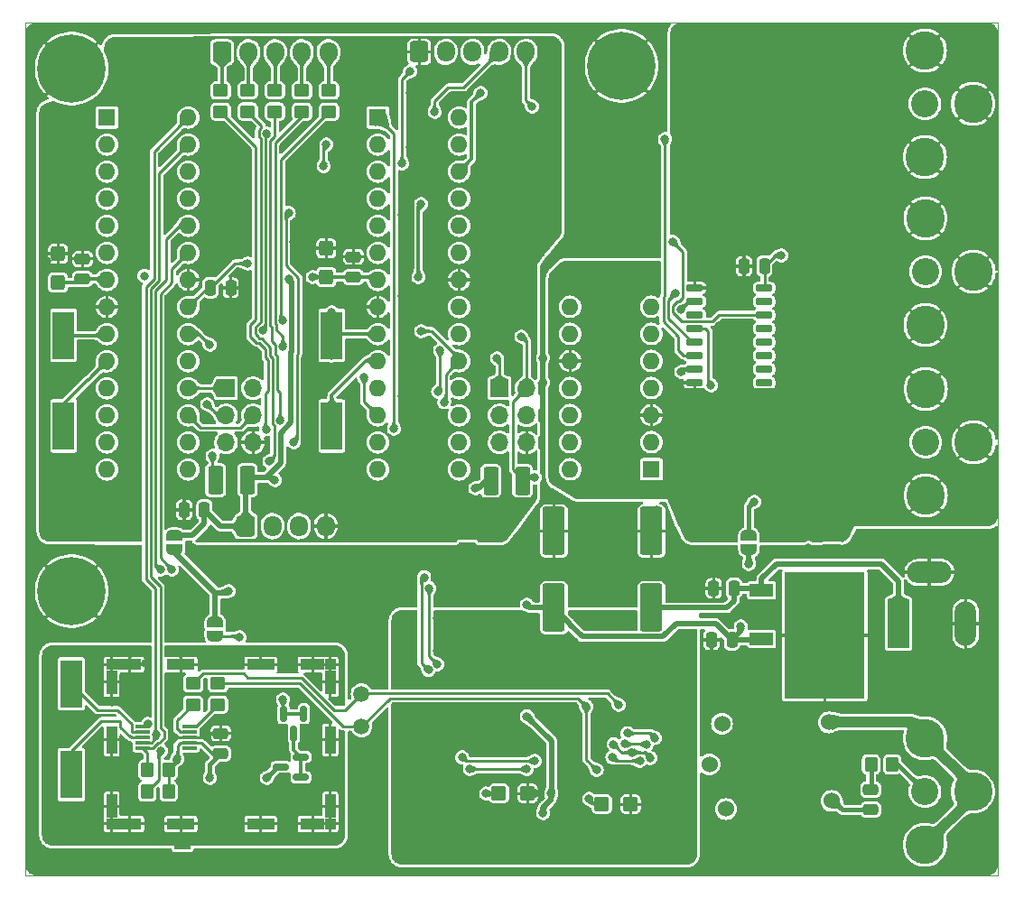
<source format=gbr>
%TF.GenerationSoftware,KiCad,Pcbnew,7.0.7*%
%TF.CreationDate,2023-09-18T17:08:08+02:00*%
%TF.ProjectId,mod_TS520,6d6f645f-5453-4353-9230-2e6b69636164,rev?*%
%TF.SameCoordinates,Original*%
%TF.FileFunction,Copper,L1,Top*%
%TF.FilePolarity,Positive*%
%FSLAX46Y46*%
G04 Gerber Fmt 4.6, Leading zero omitted, Abs format (unit mm)*
G04 Created by KiCad (PCBNEW 7.0.7) date 2023-09-18 17:08:08*
%MOMM*%
%LPD*%
G01*
G04 APERTURE LIST*
G04 Aperture macros list*
%AMRoundRect*
0 Rectangle with rounded corners*
0 $1 Rounding radius*
0 $2 $3 $4 $5 $6 $7 $8 $9 X,Y pos of 4 corners*
0 Add a 4 corners polygon primitive as box body*
4,1,4,$2,$3,$4,$5,$6,$7,$8,$9,$2,$3,0*
0 Add four circle primitives for the rounded corners*
1,1,$1+$1,$2,$3*
1,1,$1+$1,$4,$5*
1,1,$1+$1,$6,$7*
1,1,$1+$1,$8,$9*
0 Add four rect primitives between the rounded corners*
20,1,$1+$1,$2,$3,$4,$5,0*
20,1,$1+$1,$4,$5,$6,$7,0*
20,1,$1+$1,$6,$7,$8,$9,0*
20,1,$1+$1,$8,$9,$2,$3,0*%
%AMFreePoly0*
4,1,19,0.500000,-0.750000,0.000000,-0.750000,0.000000,-0.744911,-0.071157,-0.744911,-0.207708,-0.704816,-0.327430,-0.627875,-0.420627,-0.520320,-0.479746,-0.390866,-0.500000,-0.250000,-0.500000,0.250000,-0.479746,0.390866,-0.420627,0.520320,-0.327430,0.627875,-0.207708,0.704816,-0.071157,0.744911,0.000000,0.744911,0.000000,0.750000,0.500000,0.750000,0.500000,-0.750000,0.500000,-0.750000,
$1*%
%AMFreePoly1*
4,1,19,0.000000,0.744911,0.071157,0.744911,0.207708,0.704816,0.327430,0.627875,0.420627,0.520320,0.479746,0.390866,0.500000,0.250000,0.500000,-0.250000,0.479746,-0.390866,0.420627,-0.520320,0.327430,-0.627875,0.207708,-0.704816,0.071157,-0.744911,0.000000,-0.744911,0.000000,-0.750000,-0.500000,-0.750000,-0.500000,0.750000,0.000000,0.750000,0.000000,0.744911,0.000000,0.744911,
$1*%
G04 Aperture macros list end*
%TA.AperFunction,ComponentPad*%
%ADD10RoundRect,0.250000X-0.600000X-0.725000X0.600000X-0.725000X0.600000X0.725000X-0.600000X0.725000X0*%
%TD*%
%TA.AperFunction,ComponentPad*%
%ADD11O,1.700000X1.950000*%
%TD*%
%TA.AperFunction,SMDPad,CuDef*%
%ADD12R,2.300000X1.000000*%
%TD*%
%TA.AperFunction,SMDPad,CuDef*%
%ADD13R,2.600000X1.000000*%
%TD*%
%TA.AperFunction,SMDPad,CuDef*%
%ADD14R,1.000000X1.000000*%
%TD*%
%TA.AperFunction,SMDPad,CuDef*%
%ADD15R,1.000000X2.300000*%
%TD*%
%TA.AperFunction,SMDPad,CuDef*%
%ADD16R,1.000000X2.600000*%
%TD*%
%TA.AperFunction,SMDPad,CuDef*%
%ADD17RoundRect,0.250000X-0.450000X0.350000X-0.450000X-0.350000X0.450000X-0.350000X0.450000X0.350000X0*%
%TD*%
%TA.AperFunction,SMDPad,CuDef*%
%ADD18RoundRect,0.250000X-0.450000X-0.425000X0.450000X-0.425000X0.450000X0.425000X-0.450000X0.425000X0*%
%TD*%
%TA.AperFunction,SMDPad,CuDef*%
%ADD19C,1.500000*%
%TD*%
%TA.AperFunction,ComponentPad*%
%ADD20R,2.000000X4.600000*%
%TD*%
%TA.AperFunction,ComponentPad*%
%ADD21O,2.000000X4.200000*%
%TD*%
%TA.AperFunction,ComponentPad*%
%ADD22O,4.200000X2.000000*%
%TD*%
%TA.AperFunction,SMDPad,CuDef*%
%ADD23R,2.000000X4.500000*%
%TD*%
%TA.AperFunction,SMDPad,CuDef*%
%ADD24RoundRect,0.150000X-0.150000X0.587500X-0.150000X-0.587500X0.150000X-0.587500X0.150000X0.587500X0*%
%TD*%
%TA.AperFunction,ComponentPad*%
%ADD25C,3.616000*%
%TD*%
%TA.AperFunction,ComponentPad*%
%ADD26C,2.550000*%
%TD*%
%TA.AperFunction,SMDPad,CuDef*%
%ADD27RoundRect,0.250001X-0.462499X-1.074999X0.462499X-1.074999X0.462499X1.074999X-0.462499X1.074999X0*%
%TD*%
%TA.AperFunction,SMDPad,CuDef*%
%ADD28FreePoly0,270.000000*%
%TD*%
%TA.AperFunction,SMDPad,CuDef*%
%ADD29FreePoly1,270.000000*%
%TD*%
%TA.AperFunction,ComponentPad*%
%ADD30R,1.600000X1.600000*%
%TD*%
%TA.AperFunction,ComponentPad*%
%ADD31O,1.600000X1.600000*%
%TD*%
%TA.AperFunction,ComponentPad*%
%ADD32R,1.700000X1.700000*%
%TD*%
%TA.AperFunction,ComponentPad*%
%ADD33O,1.700000X1.700000*%
%TD*%
%TA.AperFunction,SMDPad,CuDef*%
%ADD34FreePoly0,90.000000*%
%TD*%
%TA.AperFunction,SMDPad,CuDef*%
%ADD35FreePoly1,90.000000*%
%TD*%
%TA.AperFunction,SMDPad,CuDef*%
%ADD36RoundRect,0.250000X-0.250000X-0.475000X0.250000X-0.475000X0.250000X0.475000X-0.250000X0.475000X0*%
%TD*%
%TA.AperFunction,SMDPad,CuDef*%
%ADD37RoundRect,0.250001X0.799999X-1.999999X0.799999X1.999999X-0.799999X1.999999X-0.799999X-1.999999X0*%
%TD*%
%TA.AperFunction,SMDPad,CuDef*%
%ADD38RoundRect,0.250000X0.450000X-0.350000X0.450000X0.350000X-0.450000X0.350000X-0.450000X-0.350000X0*%
%TD*%
%TA.AperFunction,SMDPad,CuDef*%
%ADD39RoundRect,0.250000X0.475000X-0.250000X0.475000X0.250000X-0.475000X0.250000X-0.475000X-0.250000X0*%
%TD*%
%TA.AperFunction,SMDPad,CuDef*%
%ADD40RoundRect,0.250000X-0.475000X0.250000X-0.475000X-0.250000X0.475000X-0.250000X0.475000X0.250000X0*%
%TD*%
%TA.AperFunction,ComponentPad*%
%ADD41C,3.600000*%
%TD*%
%TA.AperFunction,ConnectorPad*%
%ADD42C,6.400000*%
%TD*%
%TA.AperFunction,SMDPad,CuDef*%
%ADD43RoundRect,0.150000X0.587500X0.150000X-0.587500X0.150000X-0.587500X-0.150000X0.587500X-0.150000X0*%
%TD*%
%TA.AperFunction,ComponentPad*%
%ADD44C,1.524000*%
%TD*%
%TA.AperFunction,SMDPad,CuDef*%
%ADD45RoundRect,0.250001X0.462499X1.074999X-0.462499X1.074999X-0.462499X-1.074999X0.462499X-1.074999X0*%
%TD*%
%TA.AperFunction,SMDPad,CuDef*%
%ADD46RoundRect,0.250000X0.425000X-0.450000X0.425000X0.450000X-0.425000X0.450000X-0.425000X-0.450000X0*%
%TD*%
%TA.AperFunction,SMDPad,CuDef*%
%ADD47R,1.400000X0.300000*%
%TD*%
%TA.AperFunction,SMDPad,CuDef*%
%ADD48RoundRect,0.250000X0.350000X0.450000X-0.350000X0.450000X-0.350000X-0.450000X0.350000X-0.450000X0*%
%TD*%
%TA.AperFunction,SMDPad,CuDef*%
%ADD49RoundRect,0.250000X0.250000X0.475000X-0.250000X0.475000X-0.250000X-0.475000X0.250000X-0.475000X0*%
%TD*%
%TA.AperFunction,SMDPad,CuDef*%
%ADD50R,2.200000X1.200000*%
%TD*%
%TA.AperFunction,SMDPad,CuDef*%
%ADD51R,7.493000X11.811000*%
%TD*%
%TA.AperFunction,SMDPad,CuDef*%
%ADD52RoundRect,0.150000X-0.650000X-0.150000X0.650000X-0.150000X0.650000X0.150000X-0.650000X0.150000X0*%
%TD*%
%TA.AperFunction,ViaPad*%
%ADD53C,0.800000*%
%TD*%
%TA.AperFunction,Conductor*%
%ADD54C,0.250000*%
%TD*%
%TA.AperFunction,Conductor*%
%ADD55C,0.500000*%
%TD*%
%TA.AperFunction,Conductor*%
%ADD56C,1.000000*%
%TD*%
%TA.AperFunction,Conductor*%
%ADD57C,0.400000*%
%TD*%
%TA.AperFunction,Conductor*%
%ADD58C,0.300000*%
%TD*%
%TA.AperFunction,Profile*%
%ADD59C,0.100000*%
%TD*%
G04 APERTURE END LIST*
D10*
%TO.P,J5,1,Pin_1*%
%TO.N,Net-(J5-Pin_1)*%
X158108000Y-42164000D03*
D11*
%TO.P,J5,2,Pin_2*%
%TO.N,Net-(J5-Pin_2)*%
X160608000Y-42164000D03*
%TO.P,J5,3,Pin_3*%
%TO.N,Net-(J5-Pin_3)*%
X163108000Y-42164000D03*
%TO.P,J5,4,Pin_4*%
%TO.N,Net-(J5-Pin_4)*%
X165608000Y-42164000D03*
%TO.P,J5,5,Pin_5*%
%TO.N,Net-(J5-Pin_5)*%
X168108000Y-42164000D03*
%TD*%
D12*
%TO.P,J8,1,Shield*%
%TO.N,GND3*%
X149411500Y-114554000D03*
D13*
X154261500Y-114554000D03*
X161761500Y-114554000D03*
D12*
X166611500Y-114554000D03*
D14*
X168261500Y-114554000D03*
X147761500Y-114553000D03*
D15*
X168261500Y-112904000D03*
X147761500Y-112903000D03*
D16*
X147761500Y-106680000D03*
X168261500Y-106680000D03*
D15*
X147761500Y-101255000D03*
X168261500Y-101255000D03*
D14*
X147761500Y-99605000D03*
D12*
X149411500Y-99605000D03*
D13*
X154261500Y-99605000D03*
X161761500Y-99605000D03*
D12*
X166611500Y-99605000D03*
D14*
X168261500Y-99605000D03*
%TD*%
D17*
%TO.P,R22,1*%
%TO.N,Net-(J5-Pin_1)*%
X157988000Y-45736000D03*
%TO.P,R22,2*%
%TO.N,/TFT_CS*%
X157988000Y-47736000D03*
%TD*%
D18*
%TO.P,C32,1*%
%TO.N,Net-(U4C-V+)*%
X184070000Y-111694000D03*
%TO.P,C32,2*%
%TO.N,GND2*%
X186770000Y-111694000D03*
%TD*%
D19*
%TO.P,TP6,1,1*%
%TO.N,Net-(U3-S0)*%
X171196000Y-105410000D03*
%TD*%
D20*
%TO.P,J1,1*%
%TO.N,V12*%
X221538000Y-95758000D03*
D21*
%TO.P,J1,2*%
%TO.N,GNDD*%
X227838000Y-95758000D03*
D22*
%TO.P,J1,3*%
X224438000Y-90958000D03*
%TD*%
D23*
%TO.P,Y3,1,1*%
%TO.N,Net-(U2-PB7(XTAL2))*%
X143256000Y-77216000D03*
%TO.P,Y3,2,2*%
%TO.N,Net-(U2-PB6(XTAL1))*%
X143256000Y-68716000D03*
%TD*%
D18*
%TO.P,C4,1*%
%TO.N,V5_A*%
X193722000Y-112710000D03*
%TO.P,C4,2*%
%TO.N,GND2*%
X196422000Y-112710000D03*
%TD*%
D24*
%TO.P,D2,1,A*%
%TO.N,V5_B*%
X165783500Y-104206000D03*
%TO.P,D2,2,A*%
X163883500Y-104206000D03*
%TO.P,D2,3,K*%
%TO.N,Net-(D2-K)*%
X164833500Y-106081000D03*
%TD*%
D10*
%TO.P,J6,1,Pin_1*%
%TO.N,V5_Disp*%
X160354000Y-86614000D03*
D11*
%TO.P,J6,2,Pin_2*%
%TO.N,Net-(J6-Pin_2)*%
X162854000Y-86614000D03*
%TO.P,J6,3,Pin_3*%
%TO.N,Net-(J6-Pin_3)*%
X165354000Y-86614000D03*
%TO.P,J6,4,Pin_4*%
%TO.N,GND*%
X167854000Y-86614000D03*
%TD*%
D25*
%TO.P,J4,1A,1*%
%TO.N,GND1*%
X224100000Y-83740000D03*
%TO.P,J4,1B,1*%
X224100000Y-73740000D03*
%TO.P,J4,1C,1*%
X228600000Y-78740000D03*
D26*
%TO.P,J4,2,2*%
%TO.N,Net-(C48-Pad2)*%
X224100000Y-78740000D03*
%TD*%
D17*
%TO.P,R16,1*%
%TO.N,Net-(J5-Pin_4)*%
X165608000Y-45736000D03*
%TO.P,R16,2*%
%TO.N,/MISO*%
X165608000Y-47736000D03*
%TD*%
D27*
%TO.P,L17,1,1*%
%TO.N,V5_Disp*%
X183322900Y-82346800D03*
%TO.P,L17,2,2*%
%TO.N,Net-(J7-Pin_6)*%
X186297900Y-82346800D03*
%TD*%
D28*
%TO.P,JP4,1,A*%
%TO.N,V5_F*%
X207518000Y-87488000D03*
D29*
%TO.P,JP4,2,B*%
%TO.N,V5*%
X207518000Y-88788000D03*
%TD*%
D30*
%TO.P,U2,1,PC6(/RESET)*%
%TO.N,Net-(J12-Pin_3)*%
X147330000Y-48270000D03*
D31*
%TO.P,U2,2,PD0(RxD)*%
%TO.N,T_from_M*%
X147330000Y-50810000D03*
%TO.P,U2,3,PD1(TxD)*%
%TO.N,T_from_S*%
X147330000Y-53350000D03*
%TO.P,U2,4,PD2(INT0)*%
%TO.N,/SS_ESCLAVO*%
X147330000Y-55890000D03*
%TO.P,U2,5,PD3(INT1)*%
%TO.N,unconnected-(U2-PD3(INT1)-Pad5)*%
X147330000Y-58430000D03*
%TO.P,U2,6,PD4(XCK/T0)*%
%TO.N,unconnected-(U2-PD4(XCK{slash}T0)-Pad6)*%
X147330000Y-60970000D03*
%TO.P,U2,7,VCC*%
%TO.N,V5_Disp*%
X147330000Y-63510000D03*
%TO.P,U2,8,GND*%
%TO.N,GND*%
X147330000Y-66050000D03*
%TO.P,U2,9,PB6(XTAL1)*%
%TO.N,Net-(U2-PB6(XTAL1))*%
X147330000Y-68590000D03*
%TO.P,U2,10,PB7(XTAL2)*%
%TO.N,Net-(U2-PB7(XTAL2))*%
X147330000Y-71130000D03*
%TO.P,U2,11,PD5(T1)*%
%TO.N,unconnected-(U2-PD5(T1)-Pad11)*%
X147330000Y-73670000D03*
%TO.P,U2,12,PD6(AIN0)*%
%TO.N,unconnected-(U2-PD6(AIN0)-Pad12)*%
X147330000Y-76210000D03*
%TO.P,U2,13,PD7(AIN1)*%
%TO.N,unconnected-(U2-PD7(AIN1)-Pad13)*%
X147330000Y-78750000D03*
%TO.P,U2,14,PB0(ICP)*%
%TO.N,unconnected-(U2-PB0(ICP)-Pad14)*%
X147330000Y-81290000D03*
%TO.P,U2,15,PB1(OC1A)*%
%TO.N,unconnected-(U2-PB1(OC1A)-Pad15)*%
X154950000Y-81290000D03*
%TO.P,U2,16,PB2(SS/OC1B)*%
%TO.N,unconnected-(U2-PB2(SS{slash}OC1B)-Pad16)*%
X154950000Y-78750000D03*
%TO.P,U2,17,PB3((MOSI/OC2)*%
%TO.N,Net-(J12-Pin_5)*%
X154950000Y-76210000D03*
%TO.P,U2,18,PB4(MISO)*%
%TO.N,Net-(J12-Pin_1)*%
X154950000Y-73670000D03*
%TO.P,U2,19,PB5(SCK)*%
%TO.N,Net-(J12-Pin_2)*%
X154950000Y-71130000D03*
%TO.P,U2,20,AVCC*%
%TO.N,Net-(J12-Pin_6)*%
X154950000Y-68590000D03*
%TO.P,U2,21,AREF*%
%TO.N,AREF2*%
X154950000Y-66050000D03*
%TO.P,U2,22,GND*%
%TO.N,GND*%
X154950000Y-63510000D03*
%TO.P,U2,23,PC0(ADC0)*%
%TO.N,I*%
X154950000Y-60970000D03*
%TO.P,U2,24,PC1(ADC1)*%
%TO.N,Q*%
X154950000Y-58430000D03*
%TO.P,U2,25,PC2(ADC2)*%
%TO.N,unconnected-(U2-PC2(ADC2)-Pad25)*%
X154950000Y-55890000D03*
%TO.P,U2,26,PC3(ADC3)*%
%TO.N,unconnected-(U2-PC3(ADC3)-Pad26)*%
X154950000Y-53350000D03*
%TO.P,U2,27,PC4(ADC4/SDA)*%
%TO.N,SDA*%
X154950000Y-50810000D03*
%TO.P,U2,28,PC5(ADC5/SCL)*%
%TO.N,SCL*%
X154950000Y-48270000D03*
%TD*%
D23*
%TO.P,Y2,1,1*%
%TO.N,Net-(U8-PB7(XTAL2))*%
X168402000Y-77216000D03*
%TO.P,Y2,2,2*%
%TO.N,Net-(U8-PB6(XTAL1))*%
X168402000Y-68716000D03*
%TD*%
D28*
%TO.P,JP5,1,A*%
%TO.N,V5*%
X157480000Y-95616000D03*
D29*
%TO.P,JP5,2,B*%
%TO.N,V5_B*%
X157480000Y-96916000D03*
%TD*%
D32*
%TO.P,J12,1,Pin_1*%
%TO.N,Net-(J12-Pin_1)*%
X158491000Y-73675000D03*
D33*
%TO.P,J12,2,Pin_2*%
%TO.N,Net-(J12-Pin_2)*%
X158491000Y-76215000D03*
%TO.P,J12,3,Pin_3*%
%TO.N,Net-(J12-Pin_3)*%
X158491000Y-78755000D03*
%TO.P,J12,4,Pin_4*%
%TO.N,GND*%
X161031000Y-78755000D03*
%TO.P,J12,5,Pin_5*%
%TO.N,Net-(J12-Pin_5)*%
X161031000Y-76215000D03*
%TO.P,J12,6,Pin_6*%
%TO.N,Net-(J12-Pin_6)*%
X161031000Y-73675000D03*
%TD*%
D32*
%TO.P,J7,1,Pin_1*%
%TO.N,/MISO*%
X184145000Y-73675000D03*
D33*
%TO.P,J7,2,Pin_2*%
%TO.N,/SCK*%
X184145000Y-76215000D03*
%TO.P,J7,3,Pin_3*%
%TO.N,Net-(J7-Pin_3)*%
X184145000Y-78755000D03*
%TO.P,J7,4,Pin_4*%
%TO.N,GND*%
X186685000Y-78755000D03*
%TO.P,J7,5,Pin_5*%
%TO.N,/MOSI*%
X186685000Y-76215000D03*
%TO.P,J7,6,Pin_6*%
%TO.N,Net-(J7-Pin_6)*%
X186685000Y-73675000D03*
%TD*%
D34*
%TO.P,JP6,1,A*%
%TO.N,V5*%
X153670000Y-88788000D03*
D35*
%TO.P,JP6,2,B*%
%TO.N,V5_Disp*%
X153670000Y-87488000D03*
%TD*%
D34*
%TO.P,JP2,1,A*%
%TO.N,GNDD*%
X154432000Y-117744000D03*
D35*
%TO.P,JP2,2,B*%
%TO.N,GND3*%
X154432000Y-116444000D03*
%TD*%
D23*
%TO.P,Y1,1,1*%
%TO.N,Net-(U7-XB)*%
X143981500Y-109914000D03*
%TO.P,Y1,2,2*%
%TO.N,Net-(U7-XA)*%
X143981500Y-101414000D03*
%TD*%
D34*
%TO.P,JP7,1,A*%
%TO.N,GNDD*%
X181102000Y-88646000D03*
D35*
%TO.P,JP7,2,B*%
%TO.N,GND*%
X181102000Y-87346000D03*
%TD*%
D36*
%TO.P,C5,1*%
%TO.N,GNDD*%
X204216000Y-92456000D03*
%TO.P,C5,2*%
%TO.N,V12*%
X206116000Y-92456000D03*
%TD*%
D30*
%TO.P,U10,1,CP1..3*%
%TO.N,Net-(Q1-C)*%
X198374000Y-81280000D03*
D31*
%TO.P,U10,2,R0(1)*%
%TO.N,unconnected-(U10-R0(1)-Pad2)*%
X198374000Y-78740000D03*
%TO.P,U10,3,R0(2)*%
%TO.N,GND1*%
X198374000Y-76200000D03*
%TO.P,U10,4*%
%TO.N,N/C*%
X198374000Y-73660000D03*
%TO.P,U10,5,VCC*%
%TO.N,V5_F*%
X198374000Y-71120000D03*
%TO.P,U10,6*%
%TO.N,N/C*%
X198374000Y-68580000D03*
%TO.P,U10,7*%
X198374000Y-66040000D03*
%TO.P,U10,8,Q2*%
%TO.N,unconnected-(U10-Q2-Pad8)*%
X190754000Y-66040000D03*
%TO.P,U10,9,Q1*%
%TO.N,unconnected-(U10-Q1-Pad9)*%
X190754000Y-68580000D03*
%TO.P,U10,10,GND*%
%TO.N,GND1*%
X190754000Y-71120000D03*
%TO.P,U10,11,Q3*%
%TO.N,Net-(U10-Q3)*%
X190754000Y-73660000D03*
%TO.P,U10,12,Q0*%
%TO.N,unconnected-(U10-Q0-Pad12)*%
X190754000Y-76200000D03*
%TO.P,U10,13*%
%TO.N,N/C*%
X190754000Y-78740000D03*
%TO.P,U10,14,CP0*%
%TO.N,unconnected-(U10-CP0-Pad14)*%
X190754000Y-81280000D03*
%TD*%
D10*
%TO.P,J11,1,Pin_1*%
%TO.N,GND*%
X176610000Y-42118000D03*
D11*
%TO.P,J11,2,Pin_2*%
%TO.N,Net-(D4-K)*%
X179110000Y-42118000D03*
%TO.P,J11,3,Pin_3*%
%TO.N,Net-(J11-Pin_3)*%
X181610000Y-42118000D03*
%TO.P,J11,4,Pin_4*%
%TO.N,Net-(J11-Pin_4)*%
X184110000Y-42118000D03*
%TO.P,J11,5,Pin_5*%
%TO.N,Net-(J11-Pin_5)*%
X186610000Y-42118000D03*
%TD*%
D28*
%TO.P,JP1,1,A*%
%TO.N,GND1*%
X215292000Y-87488000D03*
D29*
%TO.P,JP1,2,B*%
%TO.N,GNDD*%
X215292000Y-88788000D03*
%TD*%
D25*
%TO.P,J3,1A,1*%
%TO.N,GND1*%
X224078800Y-67738000D03*
%TO.P,J3,1B,1*%
X224078800Y-57738000D03*
%TO.P,J3,1C,1*%
X228578800Y-62738000D03*
D26*
%TO.P,J3,2,2*%
%TO.N,Net-(C3-Pad2)*%
X224078800Y-62738000D03*
%TD*%
D37*
%TO.P,C19,1*%
%TO.N,V5*%
X189230000Y-94278000D03*
%TO.P,C19,2*%
%TO.N,GNDD*%
X189230000Y-87078000D03*
%TD*%
D25*
%TO.P,J2,1A,1*%
%TO.N,GND1*%
X224028000Y-51990000D03*
%TO.P,J2,1B,1*%
X224028000Y-41990000D03*
%TO.P,J2,1C,1*%
X228528000Y-46990000D03*
D26*
%TO.P,J2,2,2*%
%TO.N,Net-(C2-Pad2)*%
X224028000Y-46990000D03*
%TD*%
D38*
%TO.P,R29,1*%
%TO.N,Net-(U7-CLK1)*%
X155411500Y-103362000D03*
%TO.P,R29,2*%
%TO.N,Net-(U3-S1)*%
X155411500Y-101362000D03*
%TD*%
D39*
%TO.P,C41,1*%
%TO.N,Net-(C41-Pad1)*%
X218948000Y-113218000D03*
%TO.P,C41,2*%
%TO.N,Net-(C41-Pad2)*%
X218948000Y-111318000D03*
%TD*%
D30*
%TO.P,U8,1,PC6(/RESET)*%
%TO.N,Net-(J7-Pin_3)*%
X172730000Y-48270000D03*
D31*
%TO.P,U8,2,PD0(RxD)*%
%TO.N,T_from_S*%
X172730000Y-50810000D03*
%TO.P,U8,3,PD1(TxD)*%
%TO.N,T_from_M*%
X172730000Y-53350000D03*
%TO.P,U8,4,PD2(INT0)*%
%TO.N,Net-(U8-PD2(INT0))*%
X172730000Y-55890000D03*
%TO.P,U8,5,PD3(INT1)*%
%TO.N,unconnected-(U8-PD3(INT1)-Pad5)*%
X172730000Y-58430000D03*
%TO.P,U8,6,PD4(XCK/T0)*%
%TO.N,S0*%
X172730000Y-60970000D03*
%TO.P,U8,7,VCC*%
%TO.N,V5_Disp*%
X172730000Y-63510000D03*
%TO.P,U8,8,GND*%
%TO.N,GND*%
X172730000Y-66050000D03*
%TO.P,U8,9,PB6(XTAL1)*%
%TO.N,Net-(U8-PB6(XTAL1))*%
X172730000Y-68590000D03*
%TO.P,U8,10,PB7(XTAL2)*%
%TO.N,Net-(U8-PB7(XTAL2))*%
X172730000Y-71130000D03*
%TO.P,U8,11,PD5(T1)*%
%TO.N,Net-(U11-Za)*%
X172730000Y-73670000D03*
%TO.P,U8,12,PD6(AIN0)*%
%TO.N,S1*%
X172730000Y-76210000D03*
%TO.P,U8,13,PD7(AIN1)*%
%TO.N,/SS_ESCLAVO*%
X172730000Y-78750000D03*
%TO.P,U8,14,PB0(ICP)*%
%TO.N,unconnected-(U8-PB0(ICP)-Pad14)*%
X172730000Y-81290000D03*
%TO.P,U8,15,PB1(OC1A)*%
%TO.N,/TFT_DC*%
X180350000Y-81290000D03*
%TO.P,U8,16,PB2(SS/OC1B)*%
%TO.N,/TFT_CS*%
X180350000Y-78750000D03*
%TO.P,U8,17,PB3((MOSI/OC2)*%
%TO.N,/MOSI*%
X180350000Y-76210000D03*
%TO.P,U8,18,PB4(MISO)*%
%TO.N,/MISO*%
X180350000Y-73670000D03*
%TO.P,U8,19,PB5(SCK)*%
%TO.N,/SCK*%
X180350000Y-71130000D03*
%TO.P,U8,20,AVCC*%
%TO.N,Net-(J7-Pin_6)*%
X180350000Y-68590000D03*
%TO.P,U8,21,AREF*%
%TO.N,AREF1*%
X180350000Y-66050000D03*
%TO.P,U8,22,GND*%
%TO.N,GND*%
X180350000Y-63510000D03*
%TO.P,U8,23,PC0(ADC0)*%
%TO.N,unconnected-(U8-PC0(ADC0)-Pad23)*%
X180350000Y-60970000D03*
%TO.P,U8,24,PC1(ADC1)*%
%TO.N,unconnected-(U8-PC1(ADC1)-Pad24)*%
X180350000Y-58430000D03*
%TO.P,U8,25,PC2(ADC2)*%
%TO.N,unconnected-(U8-PC2(ADC2)-Pad25)*%
X180350000Y-55890000D03*
%TO.P,U8,26,PC3(ADC3)*%
%TO.N,Net-(U8-PC3(ADC3))*%
X180350000Y-53350000D03*
%TO.P,U8,27,PC4(ADC4/SDA)*%
%TO.N,Net-(U8-PC4(ADC4{slash}SDA))*%
X180350000Y-50810000D03*
%TO.P,U8,28,PC5(ADC5/SCL)*%
%TO.N,Net-(U8-PC5(ADC5{slash}SCL))*%
X180350000Y-48270000D03*
%TD*%
D40*
%TO.P,C56,1*%
%TO.N,GND*%
X145034000Y-61534000D03*
%TO.P,C56,2*%
%TO.N,V5_Disp*%
X145034000Y-63434000D03*
%TD*%
D41*
%TO.P,H10,1,1*%
%TO.N,GNDD*%
X144018000Y-92710000D03*
D42*
X144018000Y-92710000D03*
%TD*%
D36*
%TO.P,C31,1*%
%TO.N,GND1*%
X207076000Y-62230000D03*
%TO.P,C31,2*%
%TO.N,V5_F*%
X208976000Y-62230000D03*
%TD*%
D41*
%TO.P,H9,1,1*%
%TO.N,GNDD*%
X144018000Y-43688000D03*
D42*
X144018000Y-43688000D03*
%TD*%
D37*
%TO.P,C1,1*%
%TO.N,V12*%
X198374000Y-94278000D03*
%TO.P,C1,2*%
%TO.N,GNDD*%
X198374000Y-87078000D03*
%TD*%
D43*
%TO.P,D1,1,A*%
%TO.N,Net-(D2-K)*%
X165529500Y-110170000D03*
%TO.P,D1,2,A*%
X165529500Y-108270000D03*
%TO.P,D1,3,K*%
%TO.N,Net-(D1-K)*%
X163654500Y-109220000D03*
%TD*%
D44*
%TO.P,TR2,1*%
%TO.N,Net-(C41-Pad1)*%
X215278500Y-112395000D03*
%TO.P,TR2,2*%
%TO.N,GND2*%
X215024500Y-105029000D03*
%TO.P,TR2,3*%
%TO.N,Net-(C10-Pad1)*%
X203821500Y-108966000D03*
%TO.P,TR2,4*%
%TO.N,Net-(U3-2A)*%
X205372500Y-113157000D03*
%TO.P,TR2,5*%
%TO.N,Net-(U3-1A)*%
X204991500Y-105156000D03*
%TD*%
D45*
%TO.P,L1,1,1*%
%TO.N,V5_Disp*%
X160491500Y-82296000D03*
%TO.P,L1,2,2*%
%TO.N,Net-(J12-Pin_6)*%
X157516500Y-82296000D03*
%TD*%
D25*
%TO.P,J9,1A,1*%
%TO.N,GND2*%
X224028000Y-116506000D03*
%TO.P,J9,1B,1*%
X224028000Y-106506000D03*
%TO.P,J9,1C,1*%
X228528000Y-111506000D03*
D26*
%TO.P,J9,2,2*%
%TO.N,Net-(J9-Pad2)*%
X224028000Y-111506000D03*
%TD*%
D46*
%TO.P,C7,1*%
%TO.N,V5_Disp*%
X167894000Y-63246000D03*
%TO.P,C7,2*%
%TO.N,GND*%
X167894000Y-60546000D03*
%TD*%
D17*
%TO.P,R21,1*%
%TO.N,Net-(J5-Pin_2)*%
X160528000Y-45720000D03*
%TO.P,R21,2*%
%TO.N,/TFT_DC*%
X160528000Y-47720000D03*
%TD*%
D36*
%TO.P,C18,1*%
%TO.N,GNDD*%
X204028000Y-97282000D03*
%TO.P,C18,2*%
%TO.N,V5*%
X205928000Y-97282000D03*
%TD*%
D47*
%TO.P,U7,1,VDD*%
%TO.N,Net-(U7-VDD)*%
X150671500Y-105426000D03*
%TO.P,U7,2,XA*%
%TO.N,Net-(U7-XA)*%
X150671500Y-105926000D03*
%TO.P,U7,3,XB*%
%TO.N,Net-(U7-XB)*%
X150671500Y-106426000D03*
%TO.P,U7,4,SCL*%
%TO.N,SCL*%
X150671500Y-106926000D03*
%TO.P,U7,5,SDA*%
%TO.N,SDA*%
X150671500Y-107426000D03*
%TO.P,U7,6,CLK2*%
%TO.N,unconnected-(U7-CLK2-Pad6)*%
X155071500Y-107426000D03*
%TO.P,U7,7,VDDO*%
%TO.N,Net-(U7-VDD)*%
X155071500Y-106926000D03*
%TO.P,U7,8,GND*%
%TO.N,GND3*%
X155071500Y-106426000D03*
%TO.P,U7,9,CLK1*%
%TO.N,Net-(U7-CLK1)*%
X155071500Y-105926000D03*
%TO.P,U7,10,CLK0*%
%TO.N,Net-(U7-CLK0)*%
X155071500Y-105426000D03*
%TD*%
D48*
%TO.P,R19,1*%
%TO.N,Net-(U7-VDD)*%
X153109500Y-109474000D03*
%TO.P,R19,2*%
%TO.N,SDA*%
X151109500Y-109474000D03*
%TD*%
D40*
%TO.P,C34,1*%
%TO.N,GND3*%
X157988000Y-106050000D03*
%TO.P,C34,2*%
%TO.N,Net-(U7-VDD)*%
X157988000Y-107950000D03*
%TD*%
D48*
%TO.P,R1,1*%
%TO.N,Net-(J9-Pad2)*%
X220964000Y-108966000D03*
%TO.P,R1,2*%
%TO.N,Net-(C41-Pad2)*%
X218964000Y-108966000D03*
%TD*%
D40*
%TO.P,C35,1*%
%TO.N,GND*%
X170434000Y-61346000D03*
%TO.P,C35,2*%
%TO.N,V5_Disp*%
X170434000Y-63246000D03*
%TD*%
D17*
%TO.P,R17,1*%
%TO.N,Net-(J5-Pin_3)*%
X163068000Y-45720000D03*
%TO.P,R17,2*%
%TO.N,/MOSI*%
X163068000Y-47720000D03*
%TD*%
D19*
%TO.P,TP7,1,1*%
%TO.N,Net-(U3-S1)*%
X171196000Y-102362000D03*
%TD*%
D49*
%TO.P,C44,1*%
%TO.N,V5_Disp*%
X156464000Y-85090000D03*
%TO.P,C44,2*%
%TO.N,GND*%
X154564000Y-85090000D03*
%TD*%
D50*
%TO.P,U1,1,VI*%
%TO.N,V12*%
X208715500Y-92637500D03*
D51*
%TO.P,U1,2,GND*%
%TO.N,GNDD*%
X214630000Y-96886000D03*
D50*
%TO.P,U1,3,VO*%
%TO.N,V5*%
X208715500Y-97197500D03*
%TD*%
D46*
%TO.P,C9,1*%
%TO.N,V5_Disp*%
X142748000Y-63754000D03*
%TO.P,C9,2*%
%TO.N,GND*%
X142748000Y-61054000D03*
%TD*%
D41*
%TO.P,H12,1,1*%
%TO.N,GNDD*%
X195580000Y-43434000D03*
D42*
X195580000Y-43434000D03*
%TD*%
D49*
%TO.P,C25,1*%
%TO.N,GND*%
X158938000Y-64262000D03*
%TO.P,C25,2*%
%TO.N,AREF2*%
X157038000Y-64262000D03*
%TD*%
D17*
%TO.P,R15,1*%
%TO.N,Net-(J5-Pin_5)*%
X168148000Y-45736000D03*
%TO.P,R15,2*%
%TO.N,/SCK*%
X168148000Y-47736000D03*
%TD*%
D52*
%TO.P,U11,1,Ea*%
%TO.N,GND1*%
X202438000Y-64262000D03*
%TO.P,U11,2,S1*%
%TO.N,S1*%
X202438000Y-65532000D03*
%TO.P,U11,3,I3a*%
%TO.N,unconnected-(U11-I3a-Pad3)*%
X202438000Y-66802000D03*
%TO.P,U11,4,I2a*%
%TO.N,Net-(U10-Q3)*%
X202438000Y-68072000D03*
%TO.P,U11,5,I1a*%
%TO.N,Net-(Q2-C)*%
X202438000Y-69342000D03*
%TO.P,U11,6,I0a*%
%TO.N,Net-(Q4-C)*%
X202438000Y-70612000D03*
%TO.P,U11,7,Za*%
%TO.N,Net-(U11-Za)*%
X202438000Y-71882000D03*
%TO.P,U11,8,GND*%
%TO.N,GND1*%
X202438000Y-73152000D03*
%TO.P,U11,9,Zb*%
%TO.N,unconnected-(U11-Zb-Pad9)*%
X208938000Y-73152000D03*
%TO.P,U11,10,I0b*%
%TO.N,unconnected-(U11-I0b-Pad10)*%
X208938000Y-71882000D03*
%TO.P,U11,11,I1b*%
%TO.N,unconnected-(U11-I1b-Pad11)*%
X208938000Y-70612000D03*
%TO.P,U11,12,I2b*%
%TO.N,unconnected-(U11-I2b-Pad12)*%
X208938000Y-69342000D03*
%TO.P,U11,13,I3b*%
%TO.N,unconnected-(U11-I3b-Pad13)*%
X208938000Y-68072000D03*
%TO.P,U11,14,S0*%
%TO.N,S0*%
X208938000Y-66802000D03*
%TO.P,U11,15,Eb*%
%TO.N,unconnected-(U11-Eb-Pad15)*%
X208938000Y-65532000D03*
%TO.P,U11,16,VCC*%
%TO.N,V5_F*%
X208938000Y-64262000D03*
%TD*%
D48*
%TO.P,R18,1*%
%TO.N,Net-(U7-VDD)*%
X153109500Y-111506000D03*
%TO.P,R18,2*%
%TO.N,SCL*%
X151109500Y-111506000D03*
%TD*%
D38*
%TO.P,R13,1*%
%TO.N,Net-(U7-CLK0)*%
X157734000Y-103362000D03*
%TO.P,R13,2*%
%TO.N,Net-(U3-S0)*%
X157734000Y-101362000D03*
%TD*%
D53*
%TO.N,GND1*%
X206603600Y-65887600D03*
%TO.N,GND*%
X141478000Y-72440800D03*
X141732000Y-65379600D03*
X141630400Y-81330800D03*
%TO.N,GNDD*%
X140157200Y-86055200D03*
X140157200Y-78079600D03*
X140208000Y-72440800D03*
X140208000Y-67157600D03*
%TO.N,GND*%
X159918400Y-53543200D03*
X166217600Y-53543200D03*
X166166800Y-51257200D03*
X159918400Y-51054000D03*
X153162000Y-74422000D03*
X182880000Y-87122000D03*
X174244000Y-45974000D03*
X167894000Y-58674000D03*
X170434000Y-59944000D03*
X171450000Y-57404000D03*
X175006000Y-57404000D03*
X183388000Y-60706000D03*
X141732000Y-47498000D03*
X170688000Y-83058000D03*
X153416000Y-53594000D03*
X175006000Y-74422000D03*
X165862000Y-83058000D03*
X189230000Y-42164000D03*
X168148000Y-49276000D03*
X166116000Y-66548000D03*
X167894000Y-84836000D03*
X153416000Y-55372000D03*
X169926000Y-41148000D03*
X164846000Y-59944000D03*
X160274000Y-65532000D03*
X176530000Y-82804000D03*
X189230000Y-45974000D03*
X177800000Y-58928000D03*
X145542000Y-66040000D03*
X178308000Y-65278000D03*
X150114000Y-74422000D03*
X177800000Y-60706000D03*
X156464000Y-47752000D03*
X156718000Y-56388000D03*
X183388000Y-58928000D03*
X189230000Y-55626000D03*
X176530000Y-80264000D03*
X170688000Y-80264000D03*
X153416000Y-41148000D03*
X174498000Y-87376000D03*
X174752000Y-42164000D03*
X150114000Y-78740000D03*
X149860000Y-41148000D03*
X141732000Y-61722000D03*
X168402000Y-80264000D03*
X175768000Y-51054000D03*
X151384000Y-50546000D03*
X185420000Y-67818000D03*
X149606000Y-87122000D03*
X184912000Y-57150000D03*
X160528000Y-59944000D03*
X170688000Y-66548000D03*
X153162000Y-78740000D03*
X165862000Y-80264000D03*
X170688000Y-70612000D03*
X175006000Y-65024000D03*
X149606000Y-65024000D03*
X164592000Y-54864000D03*
X189230000Y-52324000D03*
X148844000Y-57404000D03*
X145034000Y-59944000D03*
X176530000Y-73152000D03*
X157988000Y-53594000D03*
X189484000Y-48768000D03*
X169672000Y-46990000D03*
X166116000Y-75184000D03*
X169672000Y-86614000D03*
X168910000Y-53848000D03*
X151384000Y-48768000D03*
X148844000Y-59690000D03*
X160274000Y-54864000D03*
X150114000Y-83312000D03*
X184912000Y-46990000D03*
X185687800Y-70856314D03*
X158242000Y-51054000D03*
X166116000Y-70612000D03*
X142748000Y-59436000D03*
X153162000Y-83312000D03*
X175768000Y-45974000D03*
X182626000Y-47244000D03*
X141732000Y-53848000D03*
%TO.N,V5*%
X207518000Y-90170000D03*
X186690000Y-93980000D03*
X158750000Y-92710000D03*
X206756000Y-96012000D03*
%TO.N,Net-(J7-Pin_3)*%
X174244000Y-77470000D03*
%TO.N,V5_A*%
X186690000Y-104444800D03*
X188214000Y-113538000D03*
X192532000Y-112202000D03*
X188976006Y-111709200D03*
%TO.N,GND2*%
X201930000Y-104902000D03*
X179324000Y-104648000D03*
X182626000Y-114046000D03*
X178308000Y-98298000D03*
X187299600Y-117348000D03*
X196596000Y-117348000D03*
X182118000Y-107696000D03*
X201930000Y-107188000D03*
X193817439Y-110437020D03*
X185166000Y-100076000D03*
X191170657Y-97478339D03*
X185775600Y-103835200D03*
X175717200Y-105765600D03*
X201930000Y-96774000D03*
X194462400Y-94894400D03*
X197713600Y-112725200D03*
X192074800Y-117297200D03*
X190398400Y-112522000D03*
X178308000Y-95250000D03*
X201980800Y-115925600D03*
X176022000Y-95250000D03*
X193751200Y-104749600D03*
X188620400Y-103581200D03*
X187498997Y-111706755D03*
X179679600Y-96824800D03*
X199390000Y-103124000D03*
X190500000Y-101346000D03*
X198607275Y-111895163D03*
X187198000Y-99060000D03*
X184404000Y-117348000D03*
X182372000Y-110236000D03*
X185216800Y-96824800D03*
X194056000Y-103378000D03*
X200050400Y-106832400D03*
X177546000Y-111760000D03*
X190347600Y-114503200D03*
X190500000Y-104597200D03*
X190550800Y-110439200D03*
X175717200Y-100584000D03*
X200761600Y-100838000D03*
X194564000Y-98247200D03*
X196900800Y-115062000D03*
X175768000Y-113538000D03*
X201930000Y-110744000D03*
%TO.N,Net-(U3-1B1)*%
X197896142Y-107099933D03*
X195876782Y-107062609D03*
%TO.N,Net-(U3-1B2)*%
X186690000Y-109408000D03*
X194716079Y-108302188D03*
X197304000Y-108632069D03*
X181364000Y-109408000D03*
%TO.N,Net-(U3-1B3)*%
X194823038Y-107071000D03*
X196601782Y-107849075D03*
X198267500Y-108364353D03*
X180631000Y-108311214D03*
X187452000Y-108646000D03*
%TO.N,Net-(U3-1B4)*%
X198690114Y-106491974D03*
X196106856Y-106046017D03*
%TO.N,I*%
X153416000Y-90687306D03*
X178308000Y-99568000D03*
X177546000Y-92441206D03*
%TO.N,SCL*%
X152400000Y-107696000D03*
X151963946Y-106184290D03*
%TO.N,Q*%
X152395347Y-90682653D03*
X177068239Y-91409761D03*
X177475948Y-100122701D03*
%TO.N,AREF2*%
X160528000Y-61976000D03*
%TO.N,Net-(U4C-V+)*%
X182880000Y-111694000D03*
%TO.N,Net-(U7-VDD)*%
X153924000Y-108458000D03*
X151170877Y-105161924D03*
X156972000Y-110236000D03*
%TO.N,GND1*%
X229616000Y-71628000D03*
X199898000Y-70104000D03*
X189230000Y-71120000D03*
X192786000Y-73406000D03*
X206947037Y-83861868D03*
X214376000Y-75692000D03*
X229616000Y-40386000D03*
X213106000Y-68834000D03*
X211074000Y-50546000D03*
X212344000Y-45466000D03*
X217424000Y-72390000D03*
X203200000Y-84582000D03*
X209296000Y-86360000D03*
X213614000Y-66040000D03*
X217424000Y-56388000D03*
X226568000Y-40132000D03*
X229616000Y-68326000D03*
X214884000Y-86360000D03*
X204470000Y-40386000D03*
X204470000Y-79502000D03*
X216662000Y-86360000D03*
X220218000Y-63754000D03*
X227584000Y-85090000D03*
X211074000Y-66040000D03*
X206502000Y-42672000D03*
X217424000Y-63754000D03*
X204724000Y-52070000D03*
X204728653Y-67822653D03*
X208788000Y-52578000D03*
X214884000Y-84328000D03*
X229616000Y-55372000D03*
X208788000Y-44958000D03*
X218694000Y-50546000D03*
X196545200Y-73406000D03*
X229616000Y-43942000D03*
X204216000Y-44958000D03*
X208788000Y-58166000D03*
X213614000Y-50546000D03*
X217424000Y-43434000D03*
X207772000Y-40386000D03*
X192786000Y-71120000D03*
X213614000Y-82550000D03*
X218694000Y-82550000D03*
X208788000Y-54864000D03*
X194310000Y-69088000D03*
X200914000Y-52578000D03*
X203454000Y-86106000D03*
X229870000Y-82042000D03*
X229616000Y-58928000D03*
X192786000Y-83566000D03*
X204114400Y-64109600D03*
X198882000Y-83566000D03*
X208788000Y-76962000D03*
X220218000Y-80518000D03*
X206502000Y-52070000D03*
X201422000Y-40386000D03*
X229616000Y-85090000D03*
X200914000Y-44958000D03*
X229616000Y-51816000D03*
X208534000Y-74422000D03*
X215138000Y-68834000D03*
X198882000Y-62230000D03*
X220472000Y-85852000D03*
X208788000Y-42926000D03*
X229870000Y-74930000D03*
X215138000Y-71120000D03*
X192786000Y-75946000D03*
X215138000Y-50546000D03*
X204978000Y-87630000D03*
X200914000Y-42418000D03*
X229616000Y-65532000D03*
X200914000Y-58420000D03*
X217424000Y-80518000D03*
X213360000Y-73660000D03*
X203200000Y-53594000D03*
X209042000Y-80010000D03*
X216662000Y-51816000D03*
X212852000Y-55626000D03*
X220980000Y-40386000D03*
X191008000Y-62230000D03*
X206569698Y-71450767D03*
X200914000Y-56134000D03*
X204724000Y-83566000D03*
X194310000Y-62230000D03*
X217424000Y-59690000D03*
X211074000Y-42672000D03*
X217424000Y-40640000D03*
X212852000Y-71120000D03*
X202438000Y-63093600D03*
X202438000Y-74422000D03*
X196088000Y-83566000D03*
X210820000Y-58166000D03*
X206248000Y-67818000D03*
X200914000Y-47752000D03*
X209296000Y-84328000D03*
X217424000Y-75692000D03*
X215392000Y-67056000D03*
X218694000Y-66040000D03*
X215138000Y-54864000D03*
X211074000Y-82550000D03*
X219456000Y-45974000D03*
%TO.N,V5_F*%
X208026000Y-84328000D03*
X210566000Y-61214000D03*
%TO.N,Net-(J7-Pin_6)*%
X186182000Y-68834000D03*
X187452000Y-82042000D03*
%TO.N,GND3*%
X156210000Y-116078000D03*
X156722725Y-106421420D03*
X150913000Y-103572510D03*
X147828000Y-116078000D03*
X159766000Y-106172000D03*
X141986000Y-112522000D03*
X159004000Y-102362000D03*
X153670000Y-103378000D03*
X159004000Y-99568000D03*
X141986000Y-98552000D03*
X164338000Y-99568000D03*
X151638000Y-114554000D03*
X150913000Y-101794510D03*
X163322000Y-106172000D03*
X162560000Y-103632000D03*
X159258000Y-116078000D03*
X156718000Y-114554000D03*
X147828000Y-103124000D03*
X141986000Y-101092000D03*
X159258000Y-114554000D03*
X168402000Y-108966000D03*
X155448000Y-108712000D03*
X141986000Y-108712000D03*
X166370000Y-106172000D03*
X146050000Y-98552000D03*
X144526000Y-116078000D03*
X168656000Y-116078000D03*
X164338000Y-116078000D03*
X154178000Y-98552000D03*
X164338000Y-114554000D03*
X147828000Y-108966000D03*
X149606000Y-98552000D03*
X141986000Y-105410000D03*
X169164000Y-98552000D03*
X164338000Y-98552000D03*
X149860000Y-108458000D03*
X147828000Y-110744000D03*
X168402000Y-110998000D03*
X153670000Y-106426000D03*
X153670000Y-101854000D03*
X158496000Y-98552000D03*
X141986000Y-115570000D03*
X150913000Y-99461214D03*
%TO.N,/MISO*%
X163830425Y-69730708D03*
X183896000Y-70866000D03*
X178376153Y-73982153D03*
X178562000Y-70104000D03*
%TO.N,Net-(U8-PC3(ADC3))*%
X182372000Y-45974000D03*
%TO.N,GNDD*%
X217678000Y-97536000D03*
X211836000Y-99720400D03*
X156210000Y-117602000D03*
X190754000Y-55626000D03*
X212852000Y-94030800D03*
X146812000Y-39878000D03*
X198882000Y-58420000D03*
X161544000Y-118618000D03*
X212852000Y-102006400D03*
X211836000Y-94030800D03*
X217678000Y-91744800D03*
X217678000Y-98653600D03*
X204165200Y-98907600D03*
X169926000Y-90274795D03*
X153416000Y-92614273D03*
X140462000Y-117348000D03*
X215188800Y-94030800D03*
X215188800Y-99720400D03*
X156210000Y-89916000D03*
X173482000Y-118618000D03*
X216408000Y-99720400D03*
X188214000Y-73152000D03*
X190754000Y-48768000D03*
X198882000Y-85090000D03*
X157480000Y-39878000D03*
X156210000Y-93218000D03*
X140462000Y-89154000D03*
X203708000Y-100838000D03*
X194310000Y-60706000D03*
X214020400Y-91744800D03*
X149860000Y-39878000D03*
X153416000Y-39878000D03*
X198628000Y-52578000D03*
X149606000Y-89154000D03*
X215188800Y-96469200D03*
X170180000Y-96774000D03*
X181356000Y-93472000D03*
X147320000Y-118618000D03*
X165862000Y-39878000D03*
X191770000Y-93472000D03*
X188722000Y-39878000D03*
X217678000Y-96469200D03*
X216408000Y-100888800D03*
X194310000Y-58928000D03*
X213106000Y-88646000D03*
X217678000Y-94030800D03*
X217678000Y-102006400D03*
X190754000Y-58166000D03*
X215188800Y-102006400D03*
X190754000Y-52324000D03*
X204978000Y-88900000D03*
X215188800Y-92811600D03*
X214020400Y-92811600D03*
X215188800Y-91744800D03*
X170434000Y-111506000D03*
X183642000Y-39878000D03*
X211836000Y-102006400D03*
X217678000Y-100888800D03*
X142494000Y-118618000D03*
X212852000Y-92811600D03*
X196088000Y-85090000D03*
X192786000Y-85090000D03*
X188214000Y-70866000D03*
X188976000Y-83820000D03*
X140208000Y-61722000D03*
X215188800Y-98653600D03*
X190754000Y-45974000D03*
X216408000Y-91744800D03*
X190754000Y-42164000D03*
X216408000Y-92811600D03*
X140462000Y-114046000D03*
X198882000Y-60706000D03*
X214020400Y-96469200D03*
X174752000Y-39878000D03*
X198882000Y-40386000D03*
X162814000Y-97028000D03*
X173228000Y-105156000D03*
X175270317Y-90353041D03*
X212852000Y-99720400D03*
X214020400Y-94030800D03*
X169994351Y-92964434D03*
X167894000Y-118618000D03*
X140462000Y-95504000D03*
X216408000Y-102006400D03*
X211836000Y-92811600D03*
X212852000Y-96469200D03*
X173228000Y-111506000D03*
X217678000Y-95250000D03*
X212852000Y-98653600D03*
X214020400Y-99720400D03*
X198882000Y-56134000D03*
X163014977Y-93012563D03*
X156210000Y-118618000D03*
X161544000Y-39878000D03*
X199390000Y-44958000D03*
X140462000Y-110490000D03*
X216408000Y-98653600D03*
X140208000Y-53848000D03*
X150876000Y-95504000D03*
X140462000Y-106934000D03*
X216408000Y-94030800D03*
X212852000Y-97536000D03*
X140462000Y-103632000D03*
X202844400Y-92506800D03*
X181305200Y-91541600D03*
X175369944Y-93044860D03*
X216408000Y-96469200D03*
X214020400Y-102006400D03*
X140462000Y-99568000D03*
X151384000Y-118618000D03*
X211836000Y-95250000D03*
X170434000Y-107188000D03*
X195834000Y-93472000D03*
X211836000Y-97536000D03*
X214020400Y-95250000D03*
X217678000Y-99720400D03*
X211836000Y-100888800D03*
X212852000Y-91744800D03*
X153416000Y-95504000D03*
X162814000Y-90353041D03*
X170434000Y-101092000D03*
X188722000Y-61722000D03*
X212852000Y-100888800D03*
X216408000Y-95250000D03*
X169926000Y-39878000D03*
X214020400Y-98653600D03*
X214020400Y-100888800D03*
X211836000Y-98653600D03*
X150876000Y-92710000D03*
X215188800Y-100888800D03*
X211836000Y-91744800D03*
X215188800Y-95250000D03*
X182880000Y-89154000D03*
X211836000Y-96469200D03*
X158901074Y-93698525D03*
X216408000Y-97536000D03*
X199136000Y-47752000D03*
X214020400Y-97536000D03*
X200660000Y-93218000D03*
X179578000Y-39878000D03*
X217678000Y-92811600D03*
X173228000Y-101092000D03*
X212852000Y-95250000D03*
X172974000Y-96774000D03*
X215188800Y-97536000D03*
X174498000Y-89154000D03*
%TO.N,Net-(J12-Pin_6)*%
X157226000Y-80010000D03*
X156972000Y-69596000D03*
%TO.N,/SCK*%
X163830000Y-67310000D03*
X176784000Y-68326000D03*
X178946870Y-74984092D03*
%TO.N,/MOSI*%
X163576000Y-76708000D03*
%TO.N,Net-(J12-Pin_3)*%
X161957000Y-68257149D03*
X162306000Y-49784000D03*
%TO.N,Net-(U8-PB7(XTAL2))*%
X168402000Y-75184000D03*
%TO.N,/TFT_DC*%
X162560000Y-80518000D03*
%TO.N,/TFT_CS*%
X162237149Y-77538851D03*
%TO.N,Net-(U8-PB6(XTAL1))*%
X168402000Y-70612000D03*
X168402000Y-66548000D03*
%TO.N,Net-(D1-K)*%
X162306000Y-110236000D03*
%TO.N,V5_Disp*%
X176784000Y-56388000D03*
X176530000Y-63246000D03*
X166624000Y-63246000D03*
X164375000Y-63442108D03*
X181864000Y-83058000D03*
X163068000Y-82296000D03*
X150844445Y-63137062D03*
%TO.N,Net-(J11-Pin_3)*%
X175768000Y-43942000D03*
X175006000Y-52578000D03*
%TO.N,Net-(J11-Pin_4)*%
X178054000Y-47752000D03*
%TO.N,Net-(J11-Pin_5)*%
X187198000Y-47244000D03*
%TO.N,Net-(U3-S0)*%
X193244630Y-109481214D03*
X192278000Y-103530400D03*
%TO.N,Net-(U3-S1)*%
X195326000Y-103378000D03*
%TO.N,Net-(Q4-C)*%
X199644000Y-50292000D03*
%TO.N,S0*%
X200406000Y-59944000D03*
%TO.N,S1*%
X171450000Y-72644000D03*
X201139555Y-66276141D03*
%TO.N,Net-(U10-Q3)*%
X203962000Y-73406000D03*
%TO.N,Net-(U11-Za)*%
X201168000Y-72136000D03*
%TO.N,/SS_ESCLAVO*%
X164381000Y-57230786D03*
X164846000Y-78750000D03*
%TO.N,Net-(J12-Pin_2)*%
X156718000Y-75184000D03*
%TO.N,T_from_S*%
X167640000Y-52845800D03*
X167898653Y-50804653D03*
%TO.N,Net-(Q2-C)*%
X200606308Y-64770652D03*
%TO.N,V5_B*%
X159766000Y-97028000D03*
X163830000Y-102870000D03*
%TD*%
D54*
%TO.N,T_from_S*%
X167898653Y-50804653D02*
X167640000Y-51063306D01*
X167640000Y-51063306D02*
X167640000Y-52845800D01*
D55*
%TO.N,V12*%
X208534000Y-92456000D02*
X208715500Y-92637500D01*
X219964000Y-90170000D02*
X221538000Y-91744000D01*
X210083000Y-90170000D02*
X219964000Y-90170000D01*
X221538000Y-91744000D02*
X221538000Y-95758000D01*
X206116000Y-93604000D02*
X206116000Y-92456000D01*
X208715500Y-92637500D02*
X208715500Y-91537500D01*
X205442000Y-94278000D02*
X206116000Y-93604000D01*
X208715500Y-91537500D02*
X210083000Y-90170000D01*
X198374000Y-94278000D02*
X205442000Y-94278000D01*
X206116000Y-92456000D02*
X208534000Y-92456000D01*
%TO.N,V5*%
X190710000Y-95758000D02*
X189230000Y-94278000D01*
X189230000Y-94278000D02*
X186988000Y-94278000D01*
X199463949Y-96978000D02*
X191872400Y-96978000D01*
X207518000Y-88788000D02*
X207518000Y-90170000D01*
X157480000Y-92852000D02*
X157480000Y-95616000D01*
X186988000Y-94278000D02*
X186690000Y-93980000D01*
X200683949Y-95758000D02*
X199463949Y-96978000D01*
X157480000Y-92852000D02*
X158608000Y-92852000D01*
X191872400Y-96978000D02*
X190710000Y-95815600D01*
X153416000Y-88788000D02*
X157480000Y-92852000D01*
X158608000Y-92852000D02*
X158750000Y-92710000D01*
X190710000Y-95815600D02*
X190710000Y-95758000D01*
X208631000Y-97282000D02*
X208715500Y-97197500D01*
X205928000Y-97282000D02*
X204404000Y-95758000D01*
X204404000Y-95758000D02*
X200683949Y-95758000D01*
X206756000Y-96012000D02*
X206756000Y-96454000D01*
X206756000Y-96454000D02*
X205928000Y-97282000D01*
X205928000Y-97282000D02*
X208631000Y-97282000D01*
D54*
%TO.N,Net-(J7-Pin_3)*%
X174244000Y-49784000D02*
X174244000Y-77470000D01*
X172730000Y-48270000D02*
X174244000Y-49784000D01*
D55*
%TO.N,V5_A*%
X188976006Y-112267994D02*
X188976006Y-111709200D01*
X189026800Y-111658406D02*
X188976006Y-111709200D01*
X188214000Y-113030000D02*
X188976006Y-112267994D01*
X189026800Y-106781600D02*
X189026800Y-111658406D01*
D54*
X193040000Y-112710000D02*
X192532000Y-112202000D01*
D55*
X186690000Y-104444800D02*
X189026800Y-106781600D01*
D54*
X193722000Y-112710000D02*
X193040000Y-112710000D01*
D55*
X188214000Y-113538000D02*
X188214000Y-113030000D01*
D56*
%TO.N,GND2*%
X228528000Y-111506000D02*
X228528000Y-111006000D01*
X228528000Y-111506000D02*
X228528000Y-112006000D01*
X228528000Y-112006000D02*
X224028000Y-116506000D01*
X228528000Y-111006000D02*
X224028000Y-106506000D01*
X224028000Y-106506000D02*
X222482500Y-104960500D01*
X222482500Y-104960500D02*
X215125500Y-104960500D01*
D54*
%TO.N,Net-(U3-1B1)*%
X197896142Y-107099933D02*
X197858818Y-107062609D01*
X197858818Y-107062609D02*
X195876782Y-107062609D01*
%TO.N,Net-(U3-1B2)*%
X186690000Y-109408000D02*
X181364000Y-109408000D01*
X195045960Y-108632069D02*
X194716079Y-108302188D01*
X197304000Y-108632069D02*
X195045960Y-108632069D01*
%TO.N,Net-(U3-1B3)*%
X180965786Y-108646000D02*
X180631000Y-108311214D01*
X195601113Y-107849075D02*
X194823038Y-107071000D01*
X196601782Y-107849075D02*
X197752222Y-107849075D01*
X187452000Y-108646000D02*
X180965786Y-108646000D01*
X196601782Y-107849075D02*
X195601113Y-107849075D01*
X197752222Y-107849075D02*
X198267500Y-108364353D01*
%TO.N,Net-(U3-1B4)*%
X198690114Y-106491974D02*
X198244157Y-106046017D01*
X198244157Y-106046017D02*
X196106856Y-106046017D01*
%TO.N,I*%
X154960000Y-60960000D02*
X154950000Y-60970000D01*
X152342000Y-89604000D02*
X152342000Y-64828000D01*
X153416000Y-62504000D02*
X154950000Y-60970000D01*
X153416000Y-90687306D02*
X153416000Y-90678000D01*
X153416000Y-63754000D02*
X153416000Y-62504000D01*
X152342000Y-64828000D02*
X153416000Y-63754000D01*
X178308000Y-99568000D02*
X177546000Y-98806000D01*
X177546000Y-98806000D02*
X177546000Y-92441206D01*
X153416000Y-90678000D02*
X152342000Y-89604000D01*
%TO.N,SCL*%
X151508299Y-106926000D02*
X150671500Y-106926000D01*
X151895876Y-106116220D02*
X151895876Y-92482400D01*
X151109500Y-111506000D02*
X152184500Y-110431000D01*
X151754000Y-51466000D02*
X154950000Y-48270000D01*
X150992000Y-91578524D02*
X150992000Y-64143208D01*
X152184500Y-107911500D02*
X152400000Y-107696000D01*
X151963946Y-106184290D02*
X151895876Y-106116220D01*
X152184500Y-110431000D02*
X152184500Y-107911500D01*
X151963946Y-106470353D02*
X151508299Y-106926000D01*
X151895876Y-92482400D02*
X150992000Y-91578524D01*
X150992000Y-64143208D02*
X151754000Y-63381208D01*
X151963946Y-106184290D02*
X151963946Y-106470353D01*
X151754000Y-63381208D02*
X151754000Y-51466000D01*
%TO.N,SDA*%
X152099695Y-106971000D02*
X152202541Y-106971000D01*
X152345876Y-92296004D02*
X151442000Y-91392128D01*
X152688946Y-105883985D02*
X152345876Y-105540915D01*
X151442000Y-91392128D02*
X151442000Y-64329604D01*
X151109500Y-107864000D02*
X150671500Y-107426000D01*
X151644695Y-107426000D02*
X152099695Y-106971000D01*
X150671500Y-107426000D02*
X151644695Y-107426000D01*
X152345876Y-105540915D02*
X152345876Y-92296004D01*
X151109500Y-109474000D02*
X151109500Y-107864000D01*
X152202541Y-106971000D02*
X152688946Y-106484595D01*
X152204000Y-53556000D02*
X154950000Y-50810000D01*
X152688946Y-106484595D02*
X152688946Y-105883985D01*
X152204000Y-63567604D02*
X152204000Y-53556000D01*
X151442000Y-64329604D02*
X152204000Y-63567604D01*
%TO.N,Q*%
X154168000Y-58430000D02*
X154950000Y-58430000D01*
X152395347Y-90682653D02*
X151892000Y-90179306D01*
X176821000Y-99467753D02*
X176821000Y-91657000D01*
X152908000Y-59690000D02*
X154168000Y-58430000D01*
X151892000Y-90179306D02*
X151892000Y-64516000D01*
X152908000Y-63500000D02*
X152908000Y-59690000D01*
X177475948Y-100122701D02*
X176821000Y-99467753D01*
X154960000Y-58420000D02*
X154950000Y-58430000D01*
X176821000Y-91657000D02*
X177068239Y-91409761D01*
X151892000Y-64516000D02*
X152908000Y-63500000D01*
%TO.N,AREF2*%
X159324000Y-61976000D02*
X160528000Y-61976000D01*
X157038000Y-64262000D02*
X159324000Y-61976000D01*
X154950000Y-66050000D02*
X156738000Y-64262000D01*
X156738000Y-64262000D02*
X157038000Y-64262000D01*
%TO.N,Net-(U4C-V+)*%
X184070000Y-111694000D02*
X182880000Y-111694000D01*
%TO.N,Net-(U7-VDD)*%
X150671500Y-105426000D02*
X150906801Y-105426000D01*
X157226000Y-107950000D02*
X157988000Y-107950000D01*
D57*
X156972000Y-110236000D02*
X156972000Y-108966000D01*
D54*
X156202000Y-106926000D02*
X157226000Y-107950000D01*
X155071500Y-106926000D02*
X154195305Y-106926000D01*
X153109500Y-109474000D02*
X153109500Y-111506000D01*
X153970305Y-107151000D02*
X153965996Y-107151000D01*
X153924000Y-108659500D02*
X153109500Y-109474000D01*
X150906801Y-105426000D02*
X151170877Y-105161924D01*
X153965996Y-107151000D02*
X153965996Y-108617504D01*
X153965996Y-108617504D02*
X153109500Y-109474000D01*
D57*
X156972000Y-108966000D02*
X157988000Y-107950000D01*
D54*
X157988000Y-107950000D02*
X157930000Y-108008000D01*
X153924000Y-108458000D02*
X153924000Y-108659500D01*
X154195305Y-106926000D02*
X153970305Y-107151000D01*
X155071500Y-106926000D02*
X156202000Y-106926000D01*
X158054000Y-108016000D02*
X157988000Y-107950000D01*
X157988000Y-107950000D02*
X158024500Y-107986500D01*
%TO.N,V5_F*%
X209992000Y-61214000D02*
X208976000Y-62230000D01*
D57*
X207518000Y-87488000D02*
X207518000Y-84836000D01*
X207518000Y-84836000D02*
X208026000Y-84328000D01*
D54*
X210566000Y-61214000D02*
X209992000Y-61214000D01*
X208976000Y-62230000D02*
X208976000Y-64224000D01*
X208976000Y-64224000D02*
X208938000Y-64262000D01*
%TO.N,Net-(J7-Pin_6)*%
X186685000Y-69337000D02*
X186182000Y-68834000D01*
X185420000Y-74940000D02*
X185420000Y-81316500D01*
X187452000Y-82042000D02*
X186145500Y-82042000D01*
X186685000Y-73675000D02*
X186685000Y-69337000D01*
X186685000Y-73675000D02*
X185420000Y-74940000D01*
X185420000Y-81316500D02*
X186145500Y-82042000D01*
%TO.N,GND3*%
X157988000Y-106050000D02*
X157094145Y-106050000D01*
X157094145Y-106050000D02*
X156722725Y-106421420D01*
X155071500Y-106426000D02*
X153670000Y-106426000D01*
X155071500Y-106426000D02*
X156718145Y-106426000D01*
X156718145Y-106426000D02*
X156722725Y-106421420D01*
%TO.N,/MISO*%
X178562000Y-73796306D02*
X178376153Y-73982153D01*
X184145000Y-73675000D02*
X184145000Y-71115000D01*
X163206000Y-67711305D02*
X163206000Y-68190792D01*
X165608000Y-48143701D02*
X163105000Y-50646701D01*
X163105000Y-67610305D02*
X163206000Y-67711305D01*
X165608000Y-47736000D02*
X165608000Y-48143701D01*
X178562000Y-70104000D02*
X178562000Y-73796306D01*
X163830425Y-68815217D02*
X163830425Y-69730708D01*
X184145000Y-71115000D02*
X183896000Y-70866000D01*
X163105000Y-50646701D02*
X163105000Y-67610305D01*
X163206000Y-68190792D02*
X163830425Y-68815217D01*
D58*
%TO.N,Net-(U8-PC3(ADC3))*%
X181500000Y-46846000D02*
X181500000Y-52200000D01*
X182372000Y-45974000D02*
X181500000Y-46846000D01*
X181500000Y-52200000D02*
X180350000Y-53350000D01*
%TO.N,Net-(U2-PB7(XTAL2))*%
X143256000Y-77216000D02*
X143256000Y-75184000D01*
X145562000Y-72898000D02*
X147330000Y-71130000D01*
X143256000Y-75184000D02*
X145542000Y-72898000D01*
X145542000Y-72898000D02*
X145562000Y-72898000D01*
%TO.N,Net-(U2-PB6(XTAL1))*%
X147204000Y-68716000D02*
X147330000Y-68590000D01*
X143256000Y-68716000D02*
X147204000Y-68716000D01*
D54*
%TO.N,Net-(J12-Pin_6)*%
X157226000Y-80010000D02*
X157226000Y-81751500D01*
X155966000Y-68590000D02*
X156972000Y-69596000D01*
X157226000Y-81751500D02*
X157516500Y-82042000D01*
X154950000Y-68590000D02*
X155966000Y-68590000D01*
%TO.N,/SCK*%
X163650000Y-63742413D02*
X163656000Y-63748413D01*
X176784000Y-68326000D02*
X177809305Y-68326000D01*
X179101153Y-74829809D02*
X178946870Y-74984092D01*
X163656000Y-63135803D02*
X163650000Y-63141803D01*
X177809305Y-68326000D02*
X180350000Y-70866695D01*
X168148000Y-47736000D02*
X163656000Y-52228000D01*
X163650000Y-63141803D02*
X163650000Y-63742413D01*
X163656000Y-52228000D02*
X163656000Y-63135803D01*
X163656000Y-67136000D02*
X163830000Y-67310000D01*
X180350000Y-70866695D02*
X180350000Y-71130000D01*
X179101153Y-72378847D02*
X179101153Y-74829809D01*
X163656000Y-63748413D02*
X163656000Y-67136000D01*
X180350000Y-71130000D02*
X179101153Y-72378847D01*
%TO.N,/MOSI*%
X163322000Y-70663828D02*
X163322000Y-73810493D01*
X163068000Y-50047604D02*
X162655000Y-50460604D01*
X163105425Y-70447253D02*
X163322000Y-70663828D01*
X163322000Y-73810493D02*
X163576000Y-74064493D01*
X162756000Y-69281208D02*
X163105425Y-69630633D01*
X163576000Y-74064493D02*
X163576000Y-76708000D01*
X162655000Y-67796701D02*
X162756000Y-67897701D01*
X163105425Y-69630633D02*
X163105425Y-70447253D01*
X162655000Y-50460604D02*
X162655000Y-67796701D01*
X162756000Y-67897701D02*
X162756000Y-69281208D01*
X163068000Y-47720000D02*
X163068000Y-50047604D01*
%TO.N,Net-(J12-Pin_3)*%
X162306000Y-49784000D02*
X162205000Y-49885000D01*
X162205000Y-49885000D02*
X162205000Y-68009149D01*
X162205000Y-68009149D02*
X161957000Y-68257149D01*
D58*
%TO.N,Net-(U8-PB7(XTAL2))*%
X168402000Y-77216000D02*
X168402000Y-75184000D01*
X168402000Y-74326630D02*
X171598630Y-71130000D01*
X168402000Y-75184000D02*
X168402000Y-74326630D01*
X171598630Y-71130000D02*
X172730000Y-71130000D01*
D54*
%TO.N,/TFT_DC*%
X161798000Y-49266695D02*
X161581000Y-49483695D01*
X163031000Y-80047000D02*
X162560000Y-80518000D01*
X162851000Y-77008305D02*
X163031000Y-77188305D01*
X161486000Y-68901603D02*
X161566546Y-68982149D01*
X161232000Y-68557454D02*
X161486000Y-68811454D01*
X162655425Y-70633649D02*
X162872000Y-70850224D01*
X162851000Y-74153097D02*
X162851000Y-77008305D01*
X160528000Y-47720000D02*
X161798000Y-48990000D01*
X161486000Y-68811454D02*
X161486000Y-68901603D01*
X162872000Y-74132097D02*
X162851000Y-74153097D01*
X162872000Y-70850224D02*
X162872000Y-74132097D01*
X162655425Y-69817029D02*
X162655425Y-70633649D01*
X161798000Y-48990000D02*
X161798000Y-49266695D01*
X161581000Y-49483695D02*
X161581000Y-50084305D01*
X161232000Y-67956844D02*
X161232000Y-68557454D01*
X161755000Y-50258305D02*
X161755000Y-67433844D01*
X161820545Y-68982149D02*
X162655425Y-69817029D01*
X163031000Y-77188305D02*
X163031000Y-80047000D01*
X161581000Y-50084305D02*
X161755000Y-50258305D01*
X161566546Y-68982149D02*
X161820545Y-68982149D01*
X161755000Y-67433844D02*
X161232000Y-67956844D01*
%TO.N,/TFT_CS*%
X161290000Y-51038000D02*
X161290000Y-67262448D01*
X162206000Y-75728299D02*
X162206000Y-77507702D01*
X160782000Y-68833999D02*
X161380150Y-69432149D01*
X162206000Y-77507702D02*
X162237149Y-77538851D01*
X162205425Y-70820045D02*
X162422000Y-71036620D01*
X160782000Y-67770448D02*
X160782000Y-68833999D01*
X161290000Y-67262448D02*
X160782000Y-67770448D01*
X161380150Y-69432149D02*
X161634149Y-69432149D01*
X162168000Y-74199701D02*
X162168000Y-75690299D01*
X162168000Y-75690299D02*
X162206000Y-75728299D01*
X157988000Y-47736000D02*
X161290000Y-51038000D01*
X161634149Y-69432149D02*
X162205425Y-70003425D01*
X162422000Y-71036620D02*
X162422000Y-73945701D01*
X162422000Y-73945701D02*
X162168000Y-74199701D01*
X162205425Y-70003425D02*
X162205425Y-70820045D01*
D58*
%TO.N,Net-(U8-PB6(XTAL1))*%
X172730000Y-68590000D02*
X168528000Y-68590000D01*
X168528000Y-68590000D02*
X168402000Y-68716000D01*
%TO.N,Net-(D2-K)*%
X164833500Y-107574000D02*
X165529500Y-108270000D01*
X165529500Y-108270000D02*
X165529500Y-110170000D01*
X164833500Y-106081000D02*
X164833500Y-107574000D01*
D57*
%TO.N,Net-(C41-Pad1)*%
X216271000Y-113218000D02*
X215379500Y-112326500D01*
X218948000Y-113218000D02*
X216271000Y-113218000D01*
%TO.N,Net-(D1-K)*%
X163322000Y-109220000D02*
X162306000Y-110236000D01*
X163654500Y-109220000D02*
X163322000Y-109220000D01*
D58*
%TO.N,Net-(J5-Pin_1)*%
X158108000Y-45616000D02*
X157988000Y-45736000D01*
X158108000Y-42164000D02*
X158108000Y-45616000D01*
%TO.N,Net-(J5-Pin_2)*%
X160608000Y-42164000D02*
X160608000Y-45640000D01*
X160608000Y-45640000D02*
X160528000Y-45720000D01*
%TO.N,Net-(J5-Pin_3)*%
X163108000Y-42164000D02*
X163108000Y-45680000D01*
X163108000Y-45680000D02*
X163068000Y-45720000D01*
%TO.N,Net-(J5-Pin_4)*%
X165608000Y-42164000D02*
X165608000Y-45736000D01*
D57*
%TO.N,Net-(C41-Pad2)*%
X218964000Y-108966000D02*
X218964000Y-111302000D01*
X218964000Y-111302000D02*
X218948000Y-111318000D01*
D58*
%TO.N,Net-(J5-Pin_5)*%
X168108000Y-45696000D02*
X168148000Y-45736000D01*
X168108000Y-42164000D02*
X168108000Y-45696000D01*
D55*
%TO.N,V5_Disp*%
X160354000Y-86614000D02*
X157988000Y-86614000D01*
D58*
X144714000Y-63754000D02*
X145034000Y-63434000D01*
D55*
X160491500Y-82042000D02*
X162814000Y-82042000D01*
D58*
X170434000Y-63246000D02*
X167894000Y-63246000D01*
X176530000Y-56642000D02*
X176784000Y-56388000D01*
D55*
X155336000Y-87488000D02*
X153416000Y-87488000D01*
X160354000Y-86614000D02*
X160354000Y-82179500D01*
X181864000Y-83058000D02*
X182154500Y-83058000D01*
X164680000Y-70209522D02*
X164680000Y-63747108D01*
X164680000Y-63747108D02*
X164375000Y-63442108D01*
D58*
X142748000Y-63754000D02*
X144714000Y-63754000D01*
X172466000Y-63246000D02*
X172730000Y-63510000D01*
D55*
X163606000Y-77880082D02*
X164562000Y-76924082D01*
X164562000Y-70327523D02*
X164680000Y-70209522D01*
X156464000Y-86360000D02*
X155336000Y-87488000D01*
X160491500Y-82042000D02*
X162238082Y-82042000D01*
D58*
X147254000Y-63434000D02*
X147330000Y-63510000D01*
D55*
X162814000Y-82042000D02*
X163068000Y-82296000D01*
D58*
X176530000Y-63246000D02*
X176530000Y-56642000D01*
X166624000Y-63246000D02*
X167894000Y-63246000D01*
X160354000Y-82179500D02*
X160491500Y-82042000D01*
X170434000Y-63246000D02*
X172466000Y-63246000D01*
D55*
X163606000Y-80674082D02*
X163606000Y-77880082D01*
X157988000Y-86614000D02*
X156464000Y-85090000D01*
X164562000Y-76924082D02*
X164562000Y-70327523D01*
X162238082Y-82042000D02*
X163606000Y-80674082D01*
D58*
X145034000Y-63434000D02*
X147254000Y-63434000D01*
D55*
X182154500Y-83058000D02*
X183170500Y-82042000D01*
X156464000Y-85090000D02*
X156464000Y-86360000D01*
D57*
%TO.N,Net-(J9-Pad2)*%
X224028000Y-111506000D02*
X221488000Y-108966000D01*
X221488000Y-108966000D02*
X220964000Y-108966000D01*
D54*
%TO.N,Net-(J11-Pin_3)*%
X175006000Y-44704000D02*
X175768000Y-43942000D01*
X175006000Y-52578000D02*
X175006000Y-44704000D01*
%TO.N,Net-(J11-Pin_4)*%
X180762000Y-45466000D02*
X179324000Y-45466000D01*
X179324000Y-45466000D02*
X178054000Y-46736000D01*
X178054000Y-46736000D02*
X178054000Y-47752000D01*
X184110000Y-42118000D02*
X180762000Y-45466000D01*
%TO.N,Net-(J11-Pin_5)*%
X186610000Y-42118000D02*
X186610000Y-46656000D01*
X186610000Y-46656000D02*
X187198000Y-47244000D01*
%TO.N,Net-(U7-CLK0)*%
X155670000Y-105426000D02*
X155071500Y-105426000D01*
X157734000Y-103362000D02*
X155670000Y-105426000D01*
%TO.N,Net-(U3-S0)*%
X191499800Y-102752200D02*
X192278000Y-103530400D01*
X169480104Y-105410000D02*
X171196000Y-105410000D01*
X173853800Y-102752200D02*
X191499800Y-102752200D01*
X165432104Y-101362000D02*
X169480104Y-105410000D01*
X192278000Y-108514584D02*
X192278000Y-103530400D01*
X193244630Y-109481214D02*
X192278000Y-108514584D01*
X157734000Y-101362000D02*
X165432104Y-101362000D01*
X171196000Y-105410000D02*
X173853800Y-102752200D01*
%TO.N,Net-(U7-CLK1)*%
X153924000Y-104849500D02*
X153924000Y-105664000D01*
X154195305Y-105926000D02*
X155071500Y-105926000D01*
X153924000Y-105664000D02*
X153961000Y-105701000D01*
X153970305Y-105701000D02*
X154195305Y-105926000D01*
X153961000Y-105701000D02*
X153970305Y-105701000D01*
X155411500Y-103362000D02*
X153924000Y-104849500D01*
%TO.N,Net-(U3-S1)*%
X168592500Y-103886000D02*
X169672000Y-103886000D01*
X171196000Y-102362000D02*
X171255800Y-102302200D01*
X171255800Y-102302200D02*
X194250200Y-102302200D01*
X194250200Y-102302200D02*
X195326000Y-103378000D01*
X169672000Y-103886000D02*
X171196000Y-102362000D01*
X160528000Y-100838000D02*
X165544500Y-100838000D01*
X156336500Y-100437000D02*
X160127000Y-100437000D01*
X165544500Y-100838000D02*
X168592500Y-103886000D01*
X160127000Y-100437000D02*
X160528000Y-100838000D01*
X155411500Y-101362000D02*
X156336500Y-100437000D01*
%TO.N,Net-(Q4-C)*%
X202438000Y-70612000D02*
X201422000Y-70612000D01*
X199644000Y-65024000D02*
X199644000Y-50292000D01*
X201422000Y-70612000D02*
X200914000Y-70104000D01*
X202438000Y-70612000D02*
X202236249Y-70612000D01*
X199514555Y-67434555D02*
X199514555Y-65153445D01*
X200914000Y-70104000D02*
X200914000Y-68834000D01*
X199514555Y-65153445D02*
X199644000Y-65024000D01*
X200914000Y-68834000D02*
X199514555Y-67434555D01*
%TO.N,S0*%
X201265109Y-67427000D02*
X204099001Y-67427000D01*
X201334141Y-65218598D02*
X201001598Y-65551141D01*
X204724001Y-66802000D02*
X208938000Y-66802000D01*
X201334141Y-64629892D02*
X201334141Y-65218598D01*
X201313000Y-64608751D02*
X201334141Y-64629892D01*
X200414555Y-66576446D02*
X201265109Y-67427000D01*
X200414555Y-65975836D02*
X200414555Y-66576446D01*
X204099001Y-67427000D02*
X204724001Y-66802000D01*
X201001598Y-65551141D02*
X200839250Y-65551141D01*
X200839250Y-65551141D02*
X200414555Y-65975836D01*
X200406000Y-59944000D02*
X201313000Y-60851000D01*
X201313000Y-60851000D02*
X201313000Y-64608751D01*
%TO.N,S1*%
X171450000Y-74930000D02*
X172730000Y-76210000D01*
X201139555Y-66276141D02*
X201883696Y-65532000D01*
X171450000Y-72644000D02*
X171450000Y-74930000D01*
X201883696Y-65532000D02*
X202438000Y-65532000D01*
%TO.N,Net-(J12-Pin_1)*%
X154950000Y-73670000D02*
X158486000Y-73670000D01*
X158486000Y-73670000D02*
X158491000Y-73675000D01*
%TO.N,Net-(U7-XA)*%
X150646500Y-105901000D02*
X150671500Y-105926000D01*
X143981500Y-101414000D02*
X146453500Y-103886000D01*
X148336000Y-103886000D02*
X149646500Y-105196500D01*
X149646500Y-105901000D02*
X150646500Y-105901000D01*
X149646500Y-105196500D02*
X149646500Y-105901000D01*
X146453500Y-103886000D02*
X148336000Y-103886000D01*
%TO.N,Net-(U7-XB)*%
X148590000Y-105480896D02*
X149460104Y-106351000D01*
X146812000Y-104902000D02*
X148590000Y-104902000D01*
X148590000Y-104902000D02*
X148590000Y-105480896D01*
X149596500Y-106351000D02*
X149671500Y-106426000D01*
X143981500Y-109914000D02*
X143981500Y-107732500D01*
X149671500Y-106426000D02*
X150671500Y-106426000D01*
X143981500Y-107732500D02*
X146812000Y-104902000D01*
X149460104Y-106351000D02*
X149596500Y-106351000D01*
%TO.N,Net-(U10-Q3)*%
X203708000Y-68326000D02*
X203708000Y-73152000D01*
X203454000Y-68072000D02*
X203708000Y-68326000D01*
X203708000Y-73152000D02*
X203962000Y-73406000D01*
X202438000Y-68072000D02*
X203454000Y-68072000D01*
%TO.N,Net-(U11-Za)*%
X202438000Y-71882000D02*
X201422000Y-71882000D01*
X201422000Y-71882000D02*
X201168000Y-72136000D01*
%TO.N,/SS_ESCLAVO*%
X165137000Y-70565695D02*
X165255000Y-70447695D01*
X165255000Y-63296803D02*
X164106000Y-62147803D01*
X165137000Y-78459000D02*
X165137000Y-70565695D01*
X164846000Y-78750000D02*
X165137000Y-78459000D01*
X165255000Y-70447695D02*
X165255000Y-63296803D01*
X164106000Y-57505786D02*
X164381000Y-57230786D01*
X164106000Y-62147803D02*
X164106000Y-57505786D01*
%TO.N,Net-(J12-Pin_2)*%
X158491000Y-76215000D02*
X157749000Y-76215000D01*
X157749000Y-76215000D02*
X156718000Y-75184000D01*
%TO.N,Net-(J12-Pin_5)*%
X156130000Y-77390000D02*
X159856000Y-77390000D01*
X154950000Y-76210000D02*
X156130000Y-77390000D01*
X161031000Y-76215000D02*
X161031000Y-76195000D01*
X159856000Y-77390000D02*
X161031000Y-76215000D01*
%TO.N,Net-(Q2-C)*%
X199964555Y-67106196D02*
X199964555Y-65412405D01*
X199964555Y-65412405D02*
X200606308Y-64770652D01*
X202200359Y-69342000D02*
X199964555Y-67106196D01*
X202438000Y-69342000D02*
X202200359Y-69342000D01*
%TO.N,V5_B*%
X159654000Y-96916000D02*
X159766000Y-97028000D01*
X163830000Y-104152500D02*
X163883500Y-104206000D01*
D58*
X165783500Y-104206000D02*
X163883500Y-104206000D01*
D54*
X163830000Y-102870000D02*
X163830000Y-104152500D01*
X157480000Y-96916000D02*
X159654000Y-96916000D01*
%TD*%
%TA.AperFunction,Conductor*%
%TO.N,GNDD*%
G36*
X154182630Y-90284351D02*
G01*
X154227617Y-90313088D01*
X156939181Y-93024652D01*
X156972666Y-93085975D01*
X156975500Y-93112333D01*
X156975500Y-94817599D01*
X156955815Y-94884638D01*
X156903014Y-94930391D01*
X156874076Y-94943607D01*
X156849104Y-94955012D01*
X156786967Y-94994944D01*
X156678310Y-95089095D01*
X156678309Y-95089096D01*
X156629948Y-95144909D01*
X156629943Y-95144916D01*
X156552213Y-95265867D01*
X156552210Y-95265873D01*
X156521529Y-95333058D01*
X156521528Y-95333060D01*
X156481025Y-95471003D01*
X156481024Y-95471009D01*
X156470514Y-95544109D01*
X156470514Y-96116004D01*
X156490265Y-96215298D01*
X156491612Y-96218551D01*
X156492434Y-96226207D01*
X156492648Y-96227279D01*
X156492552Y-96227298D01*
X156499078Y-96288020D01*
X156491612Y-96313449D01*
X156490265Y-96316701D01*
X156470514Y-96415995D01*
X156470514Y-96987890D01*
X156481024Y-97060990D01*
X156481025Y-97060996D01*
X156521528Y-97198939D01*
X156521529Y-97198941D01*
X156521530Y-97198944D01*
X156521532Y-97198949D01*
X156552213Y-97266132D01*
X156599339Y-97339462D01*
X156619023Y-97406500D01*
X156599338Y-97473540D01*
X156546534Y-97519294D01*
X156495023Y-97530500D01*
X152849376Y-97530500D01*
X152782337Y-97510815D01*
X152736582Y-97458011D01*
X152725376Y-97406500D01*
X152725376Y-92348224D01*
X152728015Y-92322779D01*
X152728947Y-92318332D01*
X152730295Y-92311904D01*
X152726745Y-92283424D01*
X152725853Y-92276264D01*
X152725376Y-92268588D01*
X152725376Y-92264561D01*
X152721492Y-92241285D01*
X152718096Y-92214044D01*
X152714628Y-92186222D01*
X152714627Y-92186220D01*
X152714627Y-92186218D01*
X152712365Y-92178622D01*
X152709774Y-92171072D01*
X152683375Y-92122293D01*
X152679614Y-92114600D01*
X152659002Y-92072436D01*
X152658999Y-92072433D01*
X152658999Y-92072432D01*
X152654417Y-92066013D01*
X152649496Y-92059690D01*
X152649495Y-92059688D01*
X152608689Y-92022123D01*
X152109971Y-91523405D01*
X152076486Y-91462082D01*
X152081470Y-91392390D01*
X152123342Y-91336457D01*
X152188806Y-91312040D01*
X152227322Y-91315326D01*
X152315876Y-91337153D01*
X152315877Y-91337153D01*
X152474819Y-91337153D01*
X152563369Y-91315327D01*
X152629140Y-91299116D01*
X152769876Y-91225252D01*
X152820821Y-91180117D01*
X152884052Y-91150398D01*
X152953315Y-91159580D01*
X152985274Y-91180119D01*
X153041469Y-91229904D01*
X153041471Y-91229905D01*
X153182207Y-91303769D01*
X153215764Y-91312040D01*
X153336528Y-91341806D01*
X153336529Y-91341806D01*
X153495472Y-91341806D01*
X153546911Y-91329127D01*
X153649793Y-91303769D01*
X153790529Y-91229905D01*
X153909498Y-91124507D01*
X153999787Y-90993701D01*
X154056149Y-90845088D01*
X154075307Y-90687306D01*
X154075226Y-90686643D01*
X154056149Y-90529524D01*
X154036000Y-90476397D01*
X154023993Y-90444738D01*
X154018627Y-90375078D01*
X154051774Y-90313571D01*
X154112912Y-90279750D01*
X154182630Y-90284351D01*
G37*
%TD.AperFunction*%
%TA.AperFunction,Conductor*%
G36*
X200145809Y-39400185D02*
G01*
X200191564Y-39452989D01*
X200201508Y-39522147D01*
X200174623Y-39583164D01*
X200123634Y-39645295D01*
X200116049Y-39655522D01*
X200116049Y-39655521D01*
X200095471Y-39686320D01*
X200095470Y-39686321D01*
X200088926Y-39697238D01*
X200088926Y-39697237D01*
X200002015Y-39859836D01*
X200002014Y-39859838D01*
X199996570Y-39871347D01*
X199982388Y-39905585D01*
X199978100Y-39917570D01*
X199978099Y-39917574D01*
X199924583Y-40093992D01*
X199924583Y-40093993D01*
X199924581Y-40094001D01*
X199921486Y-40106359D01*
X199921484Y-40106368D01*
X199921483Y-40106373D01*
X199914260Y-40142685D01*
X199914260Y-40142688D01*
X199912392Y-40155279D01*
X199912393Y-40155277D01*
X199912392Y-40155283D01*
X199900262Y-40278447D01*
X199893737Y-40344703D01*
X199893268Y-40351047D01*
X199892657Y-40363487D01*
X199892500Y-40369862D01*
X199892500Y-49520887D01*
X199872815Y-49587926D01*
X199820011Y-49633681D01*
X199750853Y-49643625D01*
X199738826Y-49641284D01*
X199723473Y-49637500D01*
X199723471Y-49637500D01*
X199564529Y-49637500D01*
X199564528Y-49637500D01*
X199410208Y-49675536D01*
X199269469Y-49749401D01*
X199150506Y-49854794D01*
X199150500Y-49854801D01*
X199060214Y-49985602D01*
X199003850Y-50134218D01*
X198984693Y-50291999D01*
X198984693Y-50292000D01*
X199003851Y-50449782D01*
X199039004Y-50542473D01*
X199041007Y-50548740D01*
X199046507Y-50569720D01*
X199046507Y-50569721D01*
X199058131Y-50593619D01*
X199060100Y-50598180D01*
X199063520Y-50604701D01*
X199118576Y-50717890D01*
X199121437Y-50723429D01*
X199124727Y-50729441D01*
X199127221Y-50733745D01*
X199127906Y-50734927D01*
X199193624Y-50842212D01*
X199224419Y-50897466D01*
X199234724Y-50921702D01*
X199245650Y-50957572D01*
X199250682Y-50984409D01*
X199259416Y-51100622D01*
X199259417Y-51100625D01*
X199260564Y-51105070D01*
X199264500Y-51136061D01*
X199264500Y-61338500D01*
X199244815Y-61405539D01*
X199192011Y-61451294D01*
X199140500Y-61462500D01*
X190406075Y-61462500D01*
X190399699Y-61462657D01*
X190393480Y-61462962D01*
X190387260Y-61463268D01*
X190380915Y-61463737D01*
X190191495Y-61482392D01*
X190191491Y-61482392D01*
X190178896Y-61484260D01*
X190178895Y-61484260D01*
X190178891Y-61484261D01*
X190142571Y-61491486D01*
X190142566Y-61491487D01*
X190142567Y-61491487D01*
X190130213Y-61494582D01*
X190130210Y-61494583D01*
X189953786Y-61548099D01*
X189953783Y-61548100D01*
X189941796Y-61552389D01*
X189941798Y-61552388D01*
X189941788Y-61552392D01*
X189941780Y-61552395D01*
X189930272Y-61557161D01*
X189907557Y-61566571D01*
X189907560Y-61566570D01*
X189896051Y-61572014D01*
X189896049Y-61572015D01*
X189733450Y-61658926D01*
X189733451Y-61658926D01*
X189722534Y-61665470D01*
X189722532Y-61665471D01*
X189691746Y-61686041D01*
X189691748Y-61686039D01*
X189684779Y-61691208D01*
X189681507Y-61693635D01*
X189623244Y-61741450D01*
X189534364Y-61814392D01*
X189529548Y-61818546D01*
X189520349Y-61826883D01*
X189515729Y-61831281D01*
X188831281Y-62515729D01*
X188826883Y-62520349D01*
X188818546Y-62529548D01*
X188814392Y-62534364D01*
X188760029Y-62600606D01*
X188693636Y-62681506D01*
X188686039Y-62691748D01*
X188686041Y-62691746D01*
X188665471Y-62722532D01*
X188665470Y-62722534D01*
X188658926Y-62733451D01*
X188658926Y-62733450D01*
X188572015Y-62896049D01*
X188572014Y-62896051D01*
X188566570Y-62907560D01*
X188552388Y-62941798D01*
X188548101Y-62953781D01*
X188494582Y-63130213D01*
X188491488Y-63142564D01*
X188491488Y-63142563D01*
X188484262Y-63178889D01*
X188484262Y-63178891D01*
X188482391Y-63191500D01*
X188463734Y-63380926D01*
X188463266Y-63387278D01*
X188462656Y-63399690D01*
X188462500Y-63406059D01*
X188462500Y-70413352D01*
X188462601Y-70419500D01*
X188462602Y-70419516D01*
X188475620Y-70496524D01*
X188497500Y-70562872D01*
X188497502Y-70562876D01*
X188497503Y-70562879D01*
X188530384Y-70629019D01*
X188530385Y-70629021D01*
X188530389Y-70629028D01*
X188557770Y-70668695D01*
X188571663Y-70695164D01*
X188577479Y-70710500D01*
X188594998Y-70756696D01*
X188602152Y-70785719D01*
X188610085Y-70851050D01*
X188610085Y-70880944D01*
X188606913Y-70907067D01*
X188599760Y-70936089D01*
X188589852Y-70962214D01*
X188589850Y-70962222D01*
X188586903Y-70986488D01*
X188579749Y-71015509D01*
X188571660Y-71036837D01*
X188557770Y-71063302D01*
X188529133Y-71104792D01*
X188525687Y-71109966D01*
X188492697Y-71180679D01*
X188492692Y-71180692D01*
X188487937Y-71196888D01*
X188473015Y-71247700D01*
X188473012Y-71247717D01*
X188466146Y-71295469D01*
X188462500Y-71320826D01*
X188462500Y-72699352D01*
X188462601Y-72705500D01*
X188462602Y-72705516D01*
X188475620Y-72782524D01*
X188497500Y-72848872D01*
X188497502Y-72848876D01*
X188497503Y-72848879D01*
X188530384Y-72915019D01*
X188530385Y-72915021D01*
X188530389Y-72915028D01*
X188557770Y-72954695D01*
X188571663Y-72981165D01*
X188594998Y-73042695D01*
X188602152Y-73071717D01*
X188610086Y-73137049D01*
X188610086Y-73166947D01*
X188602152Y-73232280D01*
X188594998Y-73261301D01*
X188571663Y-73322832D01*
X188557771Y-73349301D01*
X188529131Y-73390795D01*
X188525689Y-73395963D01*
X188525686Y-73395969D01*
X188492698Y-73466672D01*
X188473011Y-73533717D01*
X188462500Y-73606825D01*
X188462500Y-73606827D01*
X188462500Y-73659999D01*
X188462500Y-76199999D01*
X188462500Y-78739999D01*
X188462500Y-81279999D01*
X188462500Y-81983968D01*
X188462671Y-81990636D01*
X188463341Y-82003648D01*
X188463858Y-82010328D01*
X188484403Y-82209018D01*
X188484405Y-82209030D01*
X188484404Y-82209029D01*
X188486460Y-82222225D01*
X188486460Y-82222226D01*
X188494414Y-82260281D01*
X188497815Y-82273193D01*
X188497819Y-82273207D01*
X188497820Y-82273209D01*
X188556672Y-82457490D01*
X188556675Y-82457498D01*
X188556674Y-82457498D01*
X188561388Y-82469997D01*
X188561390Y-82470001D01*
X188576964Y-82505625D01*
X188582949Y-82517593D01*
X188582950Y-82517593D01*
X188678256Y-82685922D01*
X188678265Y-82685936D01*
X188678265Y-82685937D01*
X188685437Y-82697206D01*
X188685436Y-82697206D01*
X188707978Y-82728898D01*
X188707978Y-82728897D01*
X188716272Y-82739370D01*
X188843998Y-82884627D01*
X188853330Y-82894199D01*
X188853333Y-82894202D01*
X188881870Y-82920602D01*
X188892150Y-82929173D01*
X188892150Y-82929172D01*
X189051933Y-83048999D01*
X189055168Y-83051297D01*
X189057393Y-83052878D01*
X189068236Y-83060167D01*
X189073871Y-83063749D01*
X190200955Y-83739999D01*
X190891084Y-84154076D01*
X190896156Y-84156967D01*
X190906202Y-84162395D01*
X190911409Y-84165059D01*
X190987444Y-84201820D01*
X191068674Y-84241094D01*
X191068673Y-84241093D01*
X191079409Y-84245701D01*
X191079410Y-84245701D01*
X191111215Y-84257683D01*
X191122347Y-84261314D01*
X191285405Y-84306478D01*
X191285403Y-84306477D01*
X191291804Y-84307942D01*
X191296790Y-84309085D01*
X191296796Y-84309086D01*
X191296799Y-84309087D01*
X191330235Y-84315175D01*
X191330236Y-84315175D01*
X191341815Y-84316749D01*
X191480986Y-84329316D01*
X191515778Y-84332459D01*
X191521595Y-84332853D01*
X191532992Y-84333368D01*
X191538846Y-84333500D01*
X191538847Y-84333500D01*
X197486974Y-84333500D01*
X197554013Y-84353185D01*
X197599768Y-84405989D01*
X197609712Y-84475147D01*
X197580687Y-84538703D01*
X197521909Y-84576477D01*
X197500227Y-84580790D01*
X197466622Y-84584402D01*
X197331912Y-84634647D01*
X197216811Y-84720811D01*
X197130649Y-84835909D01*
X197080401Y-84970628D01*
X197074000Y-85030156D01*
X197074000Y-86928000D01*
X199673999Y-86928000D01*
X199673999Y-85030176D01*
X199673998Y-85030169D01*
X199667597Y-84970622D01*
X199617352Y-84835912D01*
X199531188Y-84720811D01*
X199416090Y-84634649D01*
X199281370Y-84584401D01*
X199281371Y-84584401D01*
X199247774Y-84580789D01*
X199183223Y-84554051D01*
X199143375Y-84496658D01*
X199140882Y-84426833D01*
X199176535Y-84366744D01*
X199239015Y-84335470D01*
X199261030Y-84333500D01*
X199638358Y-84333500D01*
X199705397Y-84353185D01*
X199751152Y-84405989D01*
X199753489Y-84411448D01*
X200658613Y-86674259D01*
X200669780Y-86700576D01*
X200678012Y-86719976D01*
X200699292Y-86764844D01*
X201115951Y-87598163D01*
X201167567Y-87701393D01*
X201170367Y-87706686D01*
X201176072Y-87716890D01*
X201179113Y-87722044D01*
X201273523Y-87874010D01*
X201280312Y-87883890D01*
X201287387Y-87893232D01*
X201301314Y-87911624D01*
X201301328Y-87911641D01*
X201308980Y-87920831D01*
X201425889Y-88048755D01*
X201425890Y-88048757D01*
X201434378Y-88057226D01*
X201434377Y-88057225D01*
X201460131Y-88080649D01*
X201460135Y-88080652D01*
X201469351Y-88088288D01*
X201598285Y-88185459D01*
X201607744Y-88192588D01*
X201607745Y-88192589D01*
X201617622Y-88199343D01*
X201617620Y-88199342D01*
X201629586Y-88206737D01*
X201646786Y-88217367D01*
X201647256Y-88217657D01*
X201647257Y-88217657D01*
X201657702Y-88223465D01*
X201812891Y-88300607D01*
X201812889Y-88300605D01*
X201821155Y-88304249D01*
X201823855Y-88305439D01*
X201823858Y-88305440D01*
X201843074Y-88312871D01*
X201856315Y-88317993D01*
X201867670Y-88321793D01*
X202034359Y-88369146D01*
X202046011Y-88371882D01*
X202069960Y-88376352D01*
X202080229Y-88378270D01*
X202080228Y-88378270D01*
X202080237Y-88378271D01*
X202080241Y-88378272D01*
X202092104Y-88379925D01*
X202092106Y-88379925D01*
X202092112Y-88379926D01*
X202092111Y-88379926D01*
X202222170Y-88391959D01*
X202270256Y-88396408D01*
X202275258Y-88396755D01*
X202276224Y-88396822D01*
X202287918Y-88397362D01*
X202293906Y-88397500D01*
X206384514Y-88397500D01*
X206451553Y-88417185D01*
X206497308Y-88469989D01*
X206508514Y-88521500D01*
X206508514Y-88859890D01*
X206519024Y-88932990D01*
X206519025Y-88932996D01*
X206559528Y-89070939D01*
X206559529Y-89070941D01*
X206559530Y-89070944D01*
X206559532Y-89070949D01*
X206569500Y-89092776D01*
X206590210Y-89138126D01*
X206590213Y-89138132D01*
X206667943Y-89259083D01*
X206667948Y-89259090D01*
X206716309Y-89314903D01*
X206716310Y-89314904D01*
X206824968Y-89409055D01*
X206824967Y-89409055D01*
X206824971Y-89409058D01*
X206824974Y-89409060D01*
X206887105Y-89448988D01*
X206887113Y-89448991D01*
X206887117Y-89448994D01*
X206906949Y-89458051D01*
X206959752Y-89503806D01*
X206979437Y-89570845D01*
X206975267Y-89602730D01*
X206968375Y-89628635D01*
X206966584Y-89634265D01*
X206933769Y-89722657D01*
X206926507Y-89742218D01*
X206924436Y-89748245D01*
X206922408Y-89754658D01*
X206920728Y-89760428D01*
X206892261Y-89867405D01*
X206881577Y-89907554D01*
X206879060Y-89919112D01*
X206879060Y-89919109D01*
X206877420Y-89928728D01*
X206876714Y-89932866D01*
X206875259Y-89944611D01*
X206865600Y-90068699D01*
X206859866Y-90142358D01*
X206859637Y-90148270D01*
X206859355Y-90161956D01*
X206858917Y-90168144D01*
X206858693Y-90169992D01*
X206858693Y-90170002D01*
X206877850Y-90327781D01*
X206898000Y-90380911D01*
X206934213Y-90476395D01*
X207024502Y-90607201D01*
X207024504Y-90607203D01*
X207024506Y-90607205D01*
X207143469Y-90712598D01*
X207143471Y-90712599D01*
X207284207Y-90786463D01*
X207311934Y-90793297D01*
X207438528Y-90824500D01*
X207438529Y-90824500D01*
X207597472Y-90824500D01*
X207693974Y-90800714D01*
X207751793Y-90786463D01*
X207892529Y-90712599D01*
X208011498Y-90607201D01*
X208101787Y-90476395D01*
X208158149Y-90327782D01*
X208177307Y-90170000D01*
X208176345Y-90162086D01*
X208176330Y-90143388D01*
X208175613Y-90143374D01*
X208175738Y-90137281D01*
X208166197Y-90014709D01*
X208160742Y-89944628D01*
X208159289Y-89932897D01*
X208156943Y-89919129D01*
X208156940Y-89919117D01*
X208154424Y-89907565D01*
X208154419Y-89907547D01*
X208115248Y-89760344D01*
X208113522Y-89754426D01*
X208111479Y-89747994D01*
X208109455Y-89742116D01*
X208069416Y-89634274D01*
X208067627Y-89628647D01*
X208062271Y-89608520D01*
X208060731Y-89602729D01*
X208062515Y-89532884D01*
X208101777Y-89475089D01*
X208129048Y-89458051D01*
X208148895Y-89448988D01*
X208211026Y-89409060D01*
X208319687Y-89314906D01*
X208368055Y-89259086D01*
X208445787Y-89138132D01*
X208476468Y-89070949D01*
X208516975Y-88932994D01*
X208527486Y-88859889D01*
X208527486Y-88521500D01*
X208547171Y-88454461D01*
X208599975Y-88408706D01*
X208651486Y-88397500D01*
X212650377Y-88397500D01*
X212660345Y-88397117D01*
X212684313Y-88395271D01*
X212774777Y-88371386D01*
X212783465Y-88367302D01*
X212810868Y-88354422D01*
X212811886Y-88354264D01*
X212817745Y-88351188D01*
X212838008Y-88341664D01*
X212843770Y-88337870D01*
X212849037Y-88334765D01*
X212852066Y-88333174D01*
X212852067Y-88333176D01*
X212951571Y-88280950D01*
X212979517Y-88270353D01*
X213031435Y-88257557D01*
X213043421Y-88254603D01*
X213073094Y-88251000D01*
X213138905Y-88251000D01*
X213168579Y-88254603D01*
X213232477Y-88270352D01*
X213260429Y-88280953D01*
X213329760Y-88317341D01*
X213337959Y-88322542D01*
X213338155Y-88322229D01*
X213342924Y-88325201D01*
X213342929Y-88325205D01*
X213426459Y-88367303D01*
X213493498Y-88386988D01*
X213493502Y-88386988D01*
X213493504Y-88386989D01*
X213505317Y-88388687D01*
X213566610Y-88397500D01*
X213566611Y-88397500D01*
X214280617Y-88397500D01*
X214280620Y-88397500D01*
X214294501Y-88396756D01*
X214324458Y-88393534D01*
X214325971Y-88393453D01*
X214327760Y-88393179D01*
X214327769Y-88393179D01*
X214327770Y-88393179D01*
X214424395Y-88362922D01*
X214471491Y-88337205D01*
X214471490Y-88337204D01*
X214479362Y-88332906D01*
X214485357Y-88330039D01*
X214492535Y-88327066D01*
X214501311Y-88321201D01*
X214505025Y-88318952D01*
X214507474Y-88317083D01*
X214519710Y-88308907D01*
X214586390Y-88288034D01*
X214588595Y-88288014D01*
X214983441Y-88288014D01*
X214992699Y-88287683D01*
X215019588Y-88285760D01*
X215019590Y-88285759D01*
X215020831Y-88285671D01*
X215025255Y-88285513D01*
X215058742Y-88285513D01*
X215063166Y-88285671D01*
X215091298Y-88287683D01*
X215100558Y-88288014D01*
X215100559Y-88288014D01*
X215483442Y-88288014D01*
X215492700Y-88287683D01*
X215519589Y-88285760D01*
X215519591Y-88285759D01*
X215520832Y-88285671D01*
X215525256Y-88285513D01*
X215558743Y-88285513D01*
X215563167Y-88285671D01*
X215591299Y-88287683D01*
X215600559Y-88288014D01*
X215600560Y-88288014D01*
X215997007Y-88288014D01*
X216058122Y-88304121D01*
X216084810Y-88319238D01*
X216084814Y-88319240D01*
X216084816Y-88319241D01*
X216117723Y-88334803D01*
X216127243Y-88339073D01*
X216226371Y-88359703D01*
X216296238Y-88360320D01*
X216369444Y-88350453D01*
X216449362Y-88327749D01*
X216470339Y-88321790D01*
X216481680Y-88317995D01*
X216481678Y-88317995D01*
X216481681Y-88317994D01*
X216514157Y-88305435D01*
X216525117Y-88300604D01*
X216525129Y-88300598D01*
X216525130Y-88300598D01*
X216680283Y-88223473D01*
X216690757Y-88217649D01*
X216690756Y-88217649D01*
X216690758Y-88217648D01*
X216720378Y-88199342D01*
X216720377Y-88199343D01*
X216730254Y-88192589D01*
X216730255Y-88192588D01*
X216739714Y-88185459D01*
X216868648Y-88088288D01*
X216868653Y-88088284D01*
X216868651Y-88088286D01*
X216877866Y-88080650D01*
X216877868Y-88080648D01*
X216881663Y-88077197D01*
X216903624Y-88057222D01*
X216912104Y-88048762D01*
X217029012Y-87920839D01*
X217036675Y-87911635D01*
X217057699Y-87883874D01*
X217064479Y-87874007D01*
X217064483Y-87874001D01*
X217158885Y-87722049D01*
X217160698Y-87718972D01*
X217161927Y-87716889D01*
X217167640Y-87706671D01*
X217170433Y-87701393D01*
X217170441Y-87701377D01*
X217377409Y-87287439D01*
X217550107Y-86942044D01*
X217597694Y-86890887D01*
X217661016Y-86873500D01*
X229886137Y-86873500D01*
X229886138Y-86873500D01*
X229889324Y-86873421D01*
X229892512Y-86873343D01*
X229896658Y-86873139D01*
X229904954Y-86872732D01*
X229911301Y-86872263D01*
X230100699Y-86853609D01*
X230100701Y-86853609D01*
X230100705Y-86853608D01*
X230100709Y-86853608D01*
X230113310Y-86851739D01*
X230140123Y-86846405D01*
X230149638Y-86844513D01*
X230149642Y-86844511D01*
X230149647Y-86844511D01*
X230155862Y-86842954D01*
X230162008Y-86841416D01*
X230162007Y-86841416D01*
X230338424Y-86787901D01*
X230338432Y-86787898D01*
X230338439Y-86787896D01*
X230338437Y-86787897D01*
X230350419Y-86783609D01*
X230350420Y-86783608D01*
X230350418Y-86783608D01*
X230350423Y-86783607D01*
X230363659Y-86778124D01*
X230384665Y-86769423D01*
X230384664Y-86769423D01*
X230396167Y-86763982D01*
X230396169Y-86763981D01*
X230539763Y-86687228D01*
X230558743Y-86677083D01*
X230569670Y-86670533D01*
X230569672Y-86670532D01*
X230569673Y-86670531D01*
X230600484Y-86649945D01*
X230600483Y-86649945D01*
X230610711Y-86642359D01*
X230610712Y-86642358D01*
X230672835Y-86591375D01*
X230737145Y-86564062D01*
X230806012Y-86575853D01*
X230857573Y-86623005D01*
X230875500Y-86687228D01*
X230875500Y-118483557D01*
X230875201Y-118489638D01*
X230867982Y-118562935D01*
X230863240Y-118586775D01*
X230813424Y-118750998D01*
X230804121Y-118773456D01*
X230723227Y-118924798D01*
X230709722Y-118945010D01*
X230600854Y-119077666D01*
X230583666Y-119094854D01*
X230451010Y-119203722D01*
X230430798Y-119217227D01*
X230279456Y-119298121D01*
X230256998Y-119307424D01*
X230092775Y-119357240D01*
X230068935Y-119361982D01*
X229995639Y-119369201D01*
X229989558Y-119369500D01*
X140596442Y-119369500D01*
X140590361Y-119369201D01*
X140517064Y-119361982D01*
X140493224Y-119357240D01*
X140329001Y-119307424D01*
X140306543Y-119298121D01*
X140155201Y-119217227D01*
X140134989Y-119203722D01*
X140002333Y-119094854D01*
X139985145Y-119077666D01*
X139876277Y-118945010D01*
X139862772Y-118924798D01*
X139781878Y-118773456D01*
X139772575Y-118750998D01*
X139722757Y-118586769D01*
X139718018Y-118562939D01*
X139710799Y-118489638D01*
X139710799Y-118489637D01*
X139710500Y-118483557D01*
X139710500Y-92710002D01*
X140562933Y-92710002D01*
X140583186Y-93083555D01*
X140583188Y-93083572D01*
X140643708Y-93452724D01*
X140643714Y-93452750D01*
X140743791Y-93813197D01*
X140743793Y-93813204D01*
X140882261Y-94160735D01*
X140882270Y-94160753D01*
X141057501Y-94491273D01*
X141267444Y-94800916D01*
X141472977Y-95042888D01*
X141472978Y-95042889D01*
X142690558Y-93825308D01*
X142751881Y-93791823D01*
X142821572Y-93796807D01*
X142872528Y-93832456D01*
X142883130Y-93844870D01*
X142895540Y-93855469D01*
X142933733Y-93913973D01*
X142934233Y-93983841D01*
X142902690Y-94037440D01*
X141686524Y-95253605D01*
X141686525Y-95253606D01*
X141781235Y-95343320D01*
X141781236Y-95343321D01*
X142079065Y-95569723D01*
X142079081Y-95569734D01*
X142399612Y-95762590D01*
X142399625Y-95762597D01*
X142739137Y-95919672D01*
X143093672Y-96039130D01*
X143459033Y-96119552D01*
X143830944Y-96159999D01*
X143830952Y-96160000D01*
X144205048Y-96160000D01*
X144205055Y-96159999D01*
X144576966Y-96119552D01*
X144942327Y-96039130D01*
X145296862Y-95919672D01*
X145636374Y-95762597D01*
X145636387Y-95762590D01*
X145956918Y-95569734D01*
X145956934Y-95569723D01*
X146254753Y-95343328D01*
X146349473Y-95253605D01*
X145133309Y-94037441D01*
X145099824Y-93976118D01*
X145104808Y-93906426D01*
X145140460Y-93855469D01*
X145148891Y-93848268D01*
X145152870Y-93844870D01*
X145163469Y-93832459D01*
X145221975Y-93794266D01*
X145291843Y-93793766D01*
X145345441Y-93825309D01*
X146563020Y-95042888D01*
X146563021Y-95042888D01*
X146768555Y-94800916D01*
X146978498Y-94491273D01*
X147153729Y-94160753D01*
X147153738Y-94160735D01*
X147292206Y-93813204D01*
X147292208Y-93813197D01*
X147392285Y-93452750D01*
X147392291Y-93452724D01*
X147452811Y-93083572D01*
X147452813Y-93083555D01*
X147473067Y-92710002D01*
X147473067Y-92709997D01*
X147452813Y-92336444D01*
X147452811Y-92336427D01*
X147392291Y-91967275D01*
X147392285Y-91967249D01*
X147292208Y-91606802D01*
X147292206Y-91606795D01*
X147153737Y-91259261D01*
X147153729Y-91259246D01*
X146978498Y-90928726D01*
X146768555Y-90619083D01*
X146563021Y-90377110D01*
X146563020Y-90377109D01*
X145345440Y-91594690D01*
X145284117Y-91628175D01*
X145214425Y-91623191D01*
X145163470Y-91587541D01*
X145152870Y-91575130D01*
X145140456Y-91564528D01*
X145102265Y-91506023D01*
X145101765Y-91436155D01*
X145133308Y-91382558D01*
X146349474Y-90166393D01*
X146349473Y-90166392D01*
X146254764Y-90076679D01*
X146254763Y-90076678D01*
X145956934Y-89850276D01*
X145956918Y-89850265D01*
X145636387Y-89657409D01*
X145636374Y-89657402D01*
X145296862Y-89500327D01*
X144942327Y-89380869D01*
X144576966Y-89300447D01*
X144205055Y-89260000D01*
X143830944Y-89260000D01*
X143459033Y-89300447D01*
X143093672Y-89380869D01*
X142739137Y-89500327D01*
X142399625Y-89657402D01*
X142399612Y-89657409D01*
X142079081Y-89850265D01*
X142079074Y-89850270D01*
X141781233Y-90076683D01*
X141686525Y-90166392D01*
X141686525Y-90166394D01*
X142902690Y-91382558D01*
X142936175Y-91443881D01*
X142931191Y-91513573D01*
X142895546Y-91564525D01*
X142883130Y-91575130D01*
X142872525Y-91587546D01*
X142814016Y-91625736D01*
X142744148Y-91626231D01*
X142690558Y-91594690D01*
X141472978Y-90377109D01*
X141472977Y-90377110D01*
X141267451Y-90619074D01*
X141267444Y-90619084D01*
X141057501Y-90928726D01*
X140882270Y-91259246D01*
X140882263Y-91259261D01*
X140743793Y-91606795D01*
X140743791Y-91606802D01*
X140643714Y-91967249D01*
X140643708Y-91967275D01*
X140583188Y-92336427D01*
X140583186Y-92336444D01*
X140562933Y-92709997D01*
X140562933Y-92710002D01*
X139710500Y-92710002D01*
X139710500Y-43688002D01*
X140562933Y-43688002D01*
X140583186Y-44061555D01*
X140583188Y-44061572D01*
X140643708Y-44430724D01*
X140643714Y-44430750D01*
X140743791Y-44791197D01*
X140743793Y-44791204D01*
X140882261Y-45138735D01*
X140882270Y-45138753D01*
X141057501Y-45469273D01*
X141267444Y-45778916D01*
X141472977Y-46020888D01*
X141472978Y-46020889D01*
X142690558Y-44803308D01*
X142751881Y-44769823D01*
X142821572Y-44774807D01*
X142872528Y-44810456D01*
X142883130Y-44822870D01*
X142895540Y-44833469D01*
X142933733Y-44891973D01*
X142934233Y-44961841D01*
X142902690Y-45015440D01*
X141686524Y-46231605D01*
X141686525Y-46231606D01*
X141781235Y-46321320D01*
X141781236Y-46321321D01*
X141861565Y-46382385D01*
X141903023Y-46438627D01*
X141907492Y-46508353D01*
X141873555Y-46569427D01*
X141817967Y-46601048D01*
X141650495Y-46644949D01*
X141644637Y-46646633D01*
X141633285Y-46650186D01*
X141627662Y-46652092D01*
X141627518Y-46652141D01*
X141456510Y-46714613D01*
X141445274Y-46719327D01*
X141413289Y-46734547D01*
X141413283Y-46734550D01*
X141413275Y-46734554D01*
X141402553Y-46740288D01*
X141402546Y-46740292D01*
X141251124Y-46830654D01*
X141240972Y-46837377D01*
X141212389Y-46858299D01*
X141202899Y-46865954D01*
X141070988Y-46983012D01*
X141062265Y-46991517D01*
X141062267Y-46991514D01*
X141052186Y-47002312D01*
X141038097Y-47017404D01*
X141034153Y-47022046D01*
X141030212Y-47026685D01*
X141030213Y-47026684D01*
X141030210Y-47026688D01*
X140922477Y-47166302D01*
X140915497Y-47176284D01*
X140896583Y-47206229D01*
X140890566Y-47216826D01*
X140810790Y-47374096D01*
X140810790Y-47374094D01*
X140810789Y-47374097D01*
X140805791Y-47385213D01*
X140792800Y-47418167D01*
X140792796Y-47418176D01*
X140792795Y-47418181D01*
X140792795Y-47418182D01*
X140788873Y-47429684D01*
X140775759Y-47475001D01*
X140739857Y-47599076D01*
X140739856Y-47599078D01*
X140737022Y-47610933D01*
X140737022Y-47610932D01*
X140730408Y-47645739D01*
X140730407Y-47645746D01*
X140728697Y-47657809D01*
X140711630Y-47839057D01*
X140711201Y-47845138D01*
X140710643Y-47857038D01*
X140710500Y-47863123D01*
X140710500Y-50809999D01*
X140710500Y-53349999D01*
X140710500Y-55889999D01*
X140710500Y-58429999D01*
X140710500Y-60644500D01*
X140710500Y-60969999D01*
X140710500Y-61124500D01*
X140710500Y-61463500D01*
X140710500Y-61943500D01*
X140710500Y-64238345D01*
X140710500Y-65640500D01*
X140710500Y-66225469D01*
X140710500Y-66423605D01*
X140710500Y-66459500D01*
X140710500Y-66471000D01*
X140710500Y-79460999D01*
X140710500Y-81289999D01*
X140710500Y-87088494D01*
X140710656Y-87094852D01*
X140711266Y-87107284D01*
X140711596Y-87111767D01*
X140711734Y-87113639D01*
X140730361Y-87302916D01*
X140730362Y-87302926D01*
X140732230Y-87315524D01*
X140739445Y-87351821D01*
X140742536Y-87364168D01*
X140742537Y-87364170D01*
X140742536Y-87364169D01*
X140795977Y-87540477D01*
X140795977Y-87540476D01*
X140800261Y-87552460D01*
X140814410Y-87586646D01*
X140814410Y-87586648D01*
X140819852Y-87598164D01*
X140819851Y-87598163D01*
X140906631Y-87760658D01*
X140906632Y-87760660D01*
X140913172Y-87771582D01*
X140913173Y-87771583D01*
X140933721Y-87802366D01*
X140941302Y-87812599D01*
X141007407Y-87893232D01*
X141058112Y-87955080D01*
X141058111Y-87955078D01*
X141066653Y-87964514D01*
X141066655Y-87964516D01*
X141092810Y-87990699D01*
X141102223Y-87999242D01*
X141102223Y-87999241D01*
X141102236Y-87999253D01*
X141244561Y-88116211D01*
X141244565Y-88116214D01*
X141244563Y-88116213D01*
X141248950Y-88119471D01*
X141254781Y-88123802D01*
X141285547Y-88144391D01*
X141296462Y-88150944D01*
X141448267Y-88232242D01*
X141458842Y-88237905D01*
X141458845Y-88237907D01*
X141470348Y-88243360D01*
X141470345Y-88243359D01*
X141504534Y-88257557D01*
X141504535Y-88257557D01*
X141504542Y-88257560D01*
X141509100Y-88259195D01*
X141516524Y-88261860D01*
X141516523Y-88261859D01*
X141516529Y-88261861D01*
X141554029Y-88273275D01*
X141692754Y-88315500D01*
X141692755Y-88315500D01*
X141692762Y-88315502D01*
X141705108Y-88318608D01*
X141741410Y-88325867D01*
X141754003Y-88327749D01*
X141943264Y-88346597D01*
X141949618Y-88347073D01*
X141962049Y-88347697D01*
X141966287Y-88347805D01*
X141968406Y-88347860D01*
X150488054Y-88357766D01*
X150488060Y-88357765D01*
X150488644Y-88357766D01*
X150555661Y-88377529D01*
X150601354Y-88430386D01*
X150612500Y-88481766D01*
X150612500Y-91526303D01*
X150609861Y-91551751D01*
X150607580Y-91562624D01*
X150612023Y-91598263D01*
X150612500Y-91605940D01*
X150612500Y-91609967D01*
X150614810Y-91623809D01*
X150616383Y-91633240D01*
X150623248Y-91688311D01*
X150625505Y-91695891D01*
X150628099Y-91703447D01*
X150628100Y-91703451D01*
X150628101Y-91703454D01*
X150628102Y-91703455D01*
X150654496Y-91752228D01*
X150678875Y-91802094D01*
X150683472Y-91808532D01*
X150688382Y-91814841D01*
X150729186Y-91852405D01*
X151480057Y-92603275D01*
X151513542Y-92664598D01*
X151516376Y-92690956D01*
X151516376Y-97406500D01*
X151496691Y-97473539D01*
X151443887Y-97519294D01*
X151392376Y-97530500D01*
X142223861Y-97530500D01*
X142217485Y-97530657D01*
X142211266Y-97530962D01*
X142205046Y-97531268D01*
X142198701Y-97531737D01*
X142129012Y-97538600D01*
X142009287Y-97550391D01*
X142009282Y-97550391D01*
X142009282Y-97550392D01*
X141996677Y-97552262D01*
X141960358Y-97559486D01*
X141948000Y-97562582D01*
X141947995Y-97562583D01*
X141947997Y-97562583D01*
X141771573Y-97616099D01*
X141771570Y-97616100D01*
X141759583Y-97620389D01*
X141759585Y-97620388D01*
X141759575Y-97620392D01*
X141759567Y-97620395D01*
X141748059Y-97625161D01*
X141725344Y-97634571D01*
X141725347Y-97634570D01*
X141713838Y-97640014D01*
X141713836Y-97640015D01*
X141551237Y-97726926D01*
X141551238Y-97726926D01*
X141540321Y-97733470D01*
X141540320Y-97733471D01*
X141509521Y-97754049D01*
X141509522Y-97754049D01*
X141505167Y-97757278D01*
X141499295Y-97761634D01*
X141495017Y-97765145D01*
X141356783Y-97878590D01*
X141356779Y-97878594D01*
X141352178Y-97882763D01*
X141347345Y-97887143D01*
X141347347Y-97887142D01*
X141347338Y-97887150D01*
X141321150Y-97913338D01*
X141321142Y-97913347D01*
X141321143Y-97913345D01*
X141321137Y-97913352D01*
X141312594Y-97922779D01*
X141312591Y-97922783D01*
X141312590Y-97922783D01*
X141195636Y-98065293D01*
X141195635Y-98065294D01*
X141188054Y-98075516D01*
X141188049Y-98075522D01*
X141188049Y-98075521D01*
X141167471Y-98106320D01*
X141167470Y-98106321D01*
X141160926Y-98117238D01*
X141160926Y-98117237D01*
X141074015Y-98279836D01*
X141074014Y-98279838D01*
X141068570Y-98291347D01*
X141054388Y-98325585D01*
X141050100Y-98337570D01*
X141050099Y-98337573D01*
X141004982Y-98486306D01*
X140996582Y-98514000D01*
X140993486Y-98526358D01*
X140988627Y-98550785D01*
X140986262Y-98562676D01*
X140986262Y-98562678D01*
X140984391Y-98575285D01*
X140984392Y-98575283D01*
X140965737Y-98764699D01*
X140965268Y-98771045D01*
X140964657Y-98783488D01*
X140964500Y-98789861D01*
X140964500Y-99114500D01*
X140964500Y-113287500D01*
X140964500Y-114937500D01*
X140964500Y-115586138D01*
X140964657Y-115592511D01*
X140965268Y-115604954D01*
X140965737Y-115611300D01*
X140972737Y-115682378D01*
X140984391Y-115800706D01*
X140984391Y-115800708D01*
X140984392Y-115800714D01*
X140986260Y-115813310D01*
X140986261Y-115813312D01*
X140993488Y-115849653D01*
X140993488Y-115849652D01*
X140996583Y-115862007D01*
X140996583Y-115862008D01*
X141050101Y-116038431D01*
X141054393Y-116050426D01*
X141054394Y-116050428D01*
X141068576Y-116084664D01*
X141074017Y-116096167D01*
X141074018Y-116096169D01*
X141160919Y-116258748D01*
X141167467Y-116269672D01*
X141167468Y-116269673D01*
X141188054Y-116300484D01*
X141188054Y-116300483D01*
X141195640Y-116310711D01*
X141195641Y-116310712D01*
X141312586Y-116453211D01*
X141312587Y-116453211D01*
X141312590Y-116453215D01*
X141316759Y-116457815D01*
X141321139Y-116462649D01*
X141321138Y-116462647D01*
X141321146Y-116462656D01*
X141347343Y-116488853D01*
X141347352Y-116488861D01*
X141347350Y-116488860D01*
X141352183Y-116493239D01*
X141356784Y-116497409D01*
X141356788Y-116497412D01*
X141356788Y-116497413D01*
X141499287Y-116614358D01*
X141499288Y-116614359D01*
X141509516Y-116621945D01*
X141509515Y-116621945D01*
X141540326Y-116642531D01*
X141540327Y-116642532D01*
X141551251Y-116649080D01*
X141551256Y-116649083D01*
X141685524Y-116720851D01*
X141713830Y-116735981D01*
X141713832Y-116735982D01*
X141725335Y-116741423D01*
X141725334Y-116741423D01*
X141746339Y-116750124D01*
X141759576Y-116755607D01*
X141759580Y-116755608D01*
X141759579Y-116755608D01*
X141759580Y-116755609D01*
X141771562Y-116759897D01*
X141771560Y-116759896D01*
X141771566Y-116759898D01*
X141771575Y-116759901D01*
X141947992Y-116813416D01*
X141947991Y-116813416D01*
X141954136Y-116814954D01*
X141960352Y-116816511D01*
X141960356Y-116816511D01*
X141960361Y-116816513D01*
X141969875Y-116818405D01*
X141996689Y-116823739D01*
X142009290Y-116825608D01*
X142009293Y-116825608D01*
X142009298Y-116825609D01*
X142009300Y-116825609D01*
X142198699Y-116844263D01*
X142205046Y-116844732D01*
X142213341Y-116845139D01*
X142217488Y-116845343D01*
X142220675Y-116845421D01*
X142223862Y-116845500D01*
X153301157Y-116845500D01*
X153368196Y-116865185D01*
X153413951Y-116917989D01*
X153422774Y-116945309D01*
X153442264Y-117043298D01*
X153442265Y-117043299D01*
X153498515Y-117127484D01*
X153540607Y-117155609D01*
X153582699Y-117183734D01*
X153582700Y-117183734D01*
X153582701Y-117183735D01*
X153681995Y-117203485D01*
X153681999Y-117203486D01*
X153682000Y-117203486D01*
X154118807Y-117203486D01*
X154136452Y-117204748D01*
X154139333Y-117205162D01*
X154145071Y-117205987D01*
X154145074Y-117205987D01*
X154218925Y-117205987D01*
X154218928Y-117205987D01*
X154225195Y-117205085D01*
X154227547Y-117204748D01*
X154245192Y-117203486D01*
X154618808Y-117203486D01*
X154636453Y-117204748D01*
X154639334Y-117205162D01*
X154645072Y-117205987D01*
X154645075Y-117205987D01*
X154718926Y-117205987D01*
X154718929Y-117205987D01*
X154725196Y-117205085D01*
X154727548Y-117204748D01*
X154745193Y-117203486D01*
X155182001Y-117203486D01*
X155182002Y-117203485D01*
X155215398Y-117196842D01*
X155281298Y-117183735D01*
X155281298Y-117183734D01*
X155281301Y-117183734D01*
X155365484Y-117127484D01*
X155421734Y-117043301D01*
X155441226Y-116945309D01*
X155473610Y-116883398D01*
X155534326Y-116848824D01*
X155562843Y-116845500D01*
X168672137Y-116845500D01*
X168672138Y-116845500D01*
X168675324Y-116845421D01*
X168678512Y-116845343D01*
X168682658Y-116845139D01*
X168690954Y-116844732D01*
X168697301Y-116844263D01*
X168886699Y-116825609D01*
X168886701Y-116825609D01*
X168886705Y-116825608D01*
X168886709Y-116825608D01*
X168899310Y-116823739D01*
X168926123Y-116818405D01*
X168935638Y-116816513D01*
X168935642Y-116816511D01*
X168935647Y-116816511D01*
X168941862Y-116814954D01*
X168948008Y-116813416D01*
X168948007Y-116813416D01*
X169124424Y-116759901D01*
X169124432Y-116759898D01*
X169124439Y-116759896D01*
X169124437Y-116759897D01*
X169136419Y-116755609D01*
X169136420Y-116755608D01*
X169136418Y-116755608D01*
X169136423Y-116755607D01*
X169149659Y-116750124D01*
X169170665Y-116741423D01*
X169170664Y-116741423D01*
X169182167Y-116735982D01*
X169182169Y-116735981D01*
X169210474Y-116720851D01*
X169344743Y-116649083D01*
X169355670Y-116642533D01*
X169355672Y-116642532D01*
X169355673Y-116642531D01*
X169386484Y-116621945D01*
X169386483Y-116621945D01*
X169396711Y-116614359D01*
X169396712Y-116614358D01*
X169539211Y-116497413D01*
X169539211Y-116497412D01*
X169539215Y-116497409D01*
X169543815Y-116493239D01*
X169548649Y-116488860D01*
X169548647Y-116488861D01*
X169548656Y-116488853D01*
X169574853Y-116462656D01*
X169574861Y-116462647D01*
X169574860Y-116462649D01*
X169579239Y-116457815D01*
X169583409Y-116453215D01*
X169583412Y-116453211D01*
X169583413Y-116453211D01*
X169700358Y-116310712D01*
X169700359Y-116310711D01*
X169707945Y-116300483D01*
X169707945Y-116300484D01*
X169728531Y-116269673D01*
X169728532Y-116269672D01*
X169735080Y-116258748D01*
X169821981Y-116096169D01*
X169821982Y-116096167D01*
X169827423Y-116084664D01*
X169827423Y-116084665D01*
X169841608Y-116050420D01*
X169841609Y-116050419D01*
X169845896Y-116038439D01*
X169873257Y-115948244D01*
X169899416Y-115862008D01*
X169902509Y-115849653D01*
X169902511Y-115849647D01*
X169909739Y-115813310D01*
X169911608Y-115800709D01*
X169930263Y-115611301D01*
X169930732Y-115604954D01*
X169931343Y-115592511D01*
X169931500Y-115586138D01*
X169931500Y-105913500D01*
X169931500Y-105913499D01*
X169951185Y-105846461D01*
X170003989Y-105800706D01*
X170055500Y-105789500D01*
X170185534Y-105789500D01*
X170252573Y-105809185D01*
X170294892Y-105855047D01*
X170356744Y-105970764D01*
X170356748Y-105970771D01*
X170482274Y-106123725D01*
X170635228Y-106249251D01*
X170635235Y-106249255D01*
X170809730Y-106342525D01*
X170809732Y-106342525D01*
X170809735Y-106342527D01*
X170999084Y-106399965D01*
X170999083Y-106399965D01*
X171016739Y-106401703D01*
X171196000Y-106419360D01*
X171392916Y-106399965D01*
X171582265Y-106342527D01*
X171756770Y-106249252D01*
X171909725Y-106123725D01*
X172035252Y-105970770D01*
X172128527Y-105796265D01*
X172185965Y-105606916D01*
X172205360Y-105410000D01*
X172185965Y-105213084D01*
X172147873Y-105087513D01*
X172147251Y-105017647D01*
X172178852Y-104963840D01*
X173518820Y-103623872D01*
X173580142Y-103590389D01*
X173649834Y-103595373D01*
X173705767Y-103637245D01*
X173730184Y-103702709D01*
X173730500Y-103711555D01*
X173730500Y-117364137D01*
X173730657Y-117370512D01*
X173731268Y-117382952D01*
X173731737Y-117389296D01*
X173750391Y-117578706D01*
X173750391Y-117578708D01*
X173750605Y-117580153D01*
X173752260Y-117591310D01*
X173752261Y-117591312D01*
X173759488Y-117627653D01*
X173759488Y-117627652D01*
X173762583Y-117640007D01*
X173762583Y-117640008D01*
X173816101Y-117816431D01*
X173820393Y-117828426D01*
X173820394Y-117828428D01*
X173834576Y-117862664D01*
X173840017Y-117874167D01*
X173840018Y-117874169D01*
X173926919Y-118036748D01*
X173933467Y-118047672D01*
X173933468Y-118047673D01*
X173954054Y-118078484D01*
X173954054Y-118078483D01*
X173961640Y-118088711D01*
X173961641Y-118088712D01*
X174078586Y-118231211D01*
X174078587Y-118231211D01*
X174078590Y-118231215D01*
X174082759Y-118235815D01*
X174087139Y-118240649D01*
X174087138Y-118240647D01*
X174087146Y-118240656D01*
X174113343Y-118266853D01*
X174113352Y-118266861D01*
X174113350Y-118266860D01*
X174118183Y-118271239D01*
X174122784Y-118275409D01*
X174122788Y-118275412D01*
X174122788Y-118275413D01*
X174265287Y-118392358D01*
X174265288Y-118392359D01*
X174275516Y-118399945D01*
X174275515Y-118399945D01*
X174306326Y-118420531D01*
X174306327Y-118420532D01*
X174317251Y-118427080D01*
X174317256Y-118427083D01*
X174367526Y-118453953D01*
X174479830Y-118513981D01*
X174479832Y-118513982D01*
X174491335Y-118519423D01*
X174491334Y-118519423D01*
X174512339Y-118528124D01*
X174525576Y-118533607D01*
X174525580Y-118533608D01*
X174525579Y-118533608D01*
X174525580Y-118533609D01*
X174537562Y-118537897D01*
X174537560Y-118537896D01*
X174537566Y-118537898D01*
X174537575Y-118537901D01*
X174713992Y-118591416D01*
X174713991Y-118591416D01*
X174720136Y-118592954D01*
X174726352Y-118594511D01*
X174726356Y-118594511D01*
X174726361Y-118594513D01*
X174735875Y-118596405D01*
X174762689Y-118601739D01*
X174775290Y-118603608D01*
X174775293Y-118603608D01*
X174775298Y-118603609D01*
X174775300Y-118603609D01*
X174964699Y-118622263D01*
X174971046Y-118622732D01*
X174979341Y-118623139D01*
X174983488Y-118623343D01*
X174986675Y-118623421D01*
X174989862Y-118623500D01*
X174989863Y-118623500D01*
X201692137Y-118623500D01*
X201692138Y-118623500D01*
X201695324Y-118623421D01*
X201698512Y-118623343D01*
X201702658Y-118623139D01*
X201710954Y-118622732D01*
X201717301Y-118622263D01*
X201906699Y-118603609D01*
X201906701Y-118603609D01*
X201906705Y-118603608D01*
X201906709Y-118603608D01*
X201919310Y-118601739D01*
X201946123Y-118596405D01*
X201955638Y-118594513D01*
X201955642Y-118594511D01*
X201955647Y-118594511D01*
X201961862Y-118592954D01*
X201968008Y-118591416D01*
X201968007Y-118591416D01*
X202144424Y-118537901D01*
X202144432Y-118537898D01*
X202144439Y-118537896D01*
X202144437Y-118537897D01*
X202156419Y-118533609D01*
X202156420Y-118533608D01*
X202156418Y-118533608D01*
X202156423Y-118533607D01*
X202169659Y-118528124D01*
X202190665Y-118519423D01*
X202190664Y-118519423D01*
X202202167Y-118513982D01*
X202202169Y-118513981D01*
X202314473Y-118453953D01*
X202364743Y-118427083D01*
X202375670Y-118420533D01*
X202375672Y-118420532D01*
X202375673Y-118420531D01*
X202406484Y-118399945D01*
X202406483Y-118399945D01*
X202416711Y-118392359D01*
X202416712Y-118392358D01*
X202559211Y-118275413D01*
X202559211Y-118275412D01*
X202559215Y-118275409D01*
X202563815Y-118271239D01*
X202568649Y-118266860D01*
X202568647Y-118266861D01*
X202568656Y-118266853D01*
X202594853Y-118240656D01*
X202594861Y-118240647D01*
X202594860Y-118240649D01*
X202599239Y-118235815D01*
X202603409Y-118231215D01*
X202603412Y-118231211D01*
X202603413Y-118231211D01*
X202720358Y-118088712D01*
X202720359Y-118088711D01*
X202727945Y-118078483D01*
X202727945Y-118078484D01*
X202748531Y-118047673D01*
X202748532Y-118047672D01*
X202755080Y-118036748D01*
X202841981Y-117874169D01*
X202841982Y-117874167D01*
X202847423Y-117862664D01*
X202847423Y-117862665D01*
X202861608Y-117828420D01*
X202861609Y-117828419D01*
X202865896Y-117816439D01*
X202919416Y-117640008D01*
X202922509Y-117627653D01*
X202922511Y-117627647D01*
X202929739Y-117591310D01*
X202931608Y-117578709D01*
X202950263Y-117389301D01*
X202950732Y-117382954D01*
X202951343Y-117370511D01*
X202951500Y-117364138D01*
X202951500Y-113156999D01*
X204351082Y-113156999D01*
X204370708Y-113356271D01*
X204428833Y-113547881D01*
X204523218Y-113724463D01*
X204523220Y-113724465D01*
X204523222Y-113724469D01*
X204584224Y-113798801D01*
X204650247Y-113879252D01*
X204716270Y-113933434D01*
X204805031Y-114006278D01*
X204805034Y-114006280D01*
X204805036Y-114006281D01*
X204981618Y-114100666D01*
X204981620Y-114100667D01*
X205173231Y-114158792D01*
X205372500Y-114178418D01*
X205571769Y-114158792D01*
X205763380Y-114100667D01*
X205939969Y-114006278D01*
X206094752Y-113879252D01*
X206221778Y-113724469D01*
X206316167Y-113547880D01*
X206374292Y-113356269D01*
X206393918Y-113157000D01*
X206374292Y-112957731D01*
X206316167Y-112766120D01*
X206248178Y-112638922D01*
X206221781Y-112589536D01*
X206221780Y-112589534D01*
X206221778Y-112589531D01*
X206148934Y-112500770D01*
X206094752Y-112434747D01*
X206046319Y-112395000D01*
X214257082Y-112395000D01*
X214260997Y-112434747D01*
X214276708Y-112594271D01*
X214334833Y-112785881D01*
X214429218Y-112962463D01*
X214429220Y-112962465D01*
X214429222Y-112962469D01*
X214473868Y-113016871D01*
X214556247Y-113117252D01*
X214622270Y-113171434D01*
X214711031Y-113244278D01*
X214711034Y-113244280D01*
X214711036Y-113244281D01*
X214791893Y-113287500D01*
X214887620Y-113338667D01*
X215079231Y-113396792D01*
X215278500Y-113416418D01*
X215294510Y-113414840D01*
X215301882Y-113414556D01*
X215311137Y-113414748D01*
X215311138Y-113414749D01*
X215311138Y-113414748D01*
X215311140Y-113414749D01*
X215498522Y-113400230D01*
X215504822Y-113399587D01*
X215511497Y-113398741D01*
X215512971Y-113398518D01*
X215517456Y-113397844D01*
X215612248Y-113381323D01*
X215656256Y-113373654D01*
X215662582Y-113372883D01*
X215699334Y-113370319D01*
X215767581Y-113385289D01*
X215784422Y-113396394D01*
X215858469Y-113454386D01*
X215862773Y-113457214D01*
X215862401Y-113457779D01*
X215884646Y-113474406D01*
X215929099Y-113518859D01*
X215933736Y-113524047D01*
X215958368Y-113554935D01*
X215958369Y-113554936D01*
X216007960Y-113588746D01*
X216056225Y-113624368D01*
X216063839Y-113628391D01*
X216071567Y-113632112D01*
X216071572Y-113632116D01*
X216128928Y-113649808D01*
X216185549Y-113669620D01*
X216185550Y-113669620D01*
X216193986Y-113671216D01*
X216202492Y-113672499D01*
X216202495Y-113672500D01*
X216262517Y-113672500D01*
X216322461Y-113674743D01*
X216322461Y-113674742D01*
X216322462Y-113674743D01*
X216322462Y-113674742D01*
X216331696Y-113673703D01*
X216331788Y-113674522D01*
X216347159Y-113672500D01*
X217933819Y-113672500D01*
X218000858Y-113692185D01*
X218033087Y-113722191D01*
X218112595Y-113828404D01*
X218170443Y-113871707D01*
X218228733Y-113915342D01*
X218364658Y-113966040D01*
X218424745Y-113972500D01*
X219471254Y-113972499D01*
X219531342Y-113966040D01*
X219667267Y-113915342D01*
X219783404Y-113828404D01*
X219870342Y-113712267D01*
X219921040Y-113576342D01*
X219926014Y-113530077D01*
X219927499Y-113516271D01*
X219927499Y-113516264D01*
X219927500Y-113516255D01*
X219927499Y-112919746D01*
X219921040Y-112859658D01*
X219921039Y-112859655D01*
X219870344Y-112723738D01*
X219870343Y-112723737D01*
X219870342Y-112723733D01*
X219806854Y-112638922D01*
X219783404Y-112607595D01*
X219697567Y-112543340D01*
X219667267Y-112520658D01*
X219531342Y-112469960D01*
X219531338Y-112469959D01*
X219471262Y-112463500D01*
X218424748Y-112463500D01*
X218424742Y-112463501D01*
X218364655Y-112469960D01*
X218228738Y-112520655D01*
X218228730Y-112520660D01*
X218112595Y-112607595D01*
X218033087Y-112713809D01*
X217977154Y-112755681D01*
X217933819Y-112763500D01*
X216531830Y-112763500D01*
X216464791Y-112743815D01*
X216435741Y-112717876D01*
X216402339Y-112676925D01*
X216384125Y-112646619D01*
X216360658Y-112590811D01*
X216352536Y-112562425D01*
X216337684Y-112469960D01*
X216336143Y-112460368D01*
X216309152Y-112283978D01*
X216307274Y-112274221D01*
X216304598Y-112262715D01*
X216301934Y-112252987D01*
X216283836Y-112195731D01*
X216232106Y-112032072D01*
X216229879Y-112025947D01*
X216225859Y-112015586D01*
X216225856Y-112015581D01*
X216225727Y-112015249D01*
X216224195Y-112010808D01*
X216222168Y-112004123D01*
X216222165Y-112004116D01*
X216127781Y-111827535D01*
X216000752Y-111672747D01*
X215931910Y-111616251D01*
X217968500Y-111616251D01*
X217968501Y-111616257D01*
X217974960Y-111676344D01*
X218025655Y-111812261D01*
X218025656Y-111812264D01*
X218025658Y-111812267D01*
X218037088Y-111827536D01*
X218112595Y-111928404D01*
X218170443Y-111971707D01*
X218228733Y-112015342D01*
X218364658Y-112066040D01*
X218424745Y-112072500D01*
X219471254Y-112072499D01*
X219531342Y-112066040D01*
X219667267Y-112015342D01*
X219783404Y-111928404D01*
X219870342Y-111812267D01*
X219921040Y-111676342D01*
X219923800Y-111650664D01*
X219927499Y-111616271D01*
X219927499Y-111616264D01*
X219927500Y-111616255D01*
X219927499Y-111019746D01*
X219921040Y-110959658D01*
X219915604Y-110945084D01*
X219870344Y-110823738D01*
X219870343Y-110823737D01*
X219870342Y-110823733D01*
X219819757Y-110756159D01*
X219783404Y-110707595D01*
X219669304Y-110622183D01*
X219667267Y-110620658D01*
X219531342Y-110569960D01*
X219531338Y-110569959D01*
X219531339Y-110569959D01*
X219529241Y-110569734D01*
X219527721Y-110569104D01*
X219523792Y-110568176D01*
X219523942Y-110567539D01*
X219464691Y-110542995D01*
X219424844Y-110485602D01*
X219418500Y-110446451D01*
X219418499Y-110001566D01*
X219438185Y-109934526D01*
X219490989Y-109888772D01*
X219499132Y-109885398D01*
X219558267Y-109863342D01*
X219674404Y-109776404D01*
X219761342Y-109660267D01*
X219812040Y-109524342D01*
X219816601Y-109481921D01*
X219818499Y-109464271D01*
X219818499Y-109464264D01*
X219818500Y-109464255D01*
X219818500Y-109464251D01*
X220109500Y-109464251D01*
X220109501Y-109464257D01*
X220115960Y-109524344D01*
X220166655Y-109660261D01*
X220166656Y-109660264D01*
X220166658Y-109660267D01*
X220174287Y-109670458D01*
X220253595Y-109776404D01*
X220305526Y-109815278D01*
X220369733Y-109863342D01*
X220505658Y-109914040D01*
X220565745Y-109920500D01*
X221362254Y-109920499D01*
X221422342Y-109914040D01*
X221558267Y-109863342D01*
X221577660Y-109848824D01*
X221643123Y-109824408D01*
X221711396Y-109839259D01*
X221739651Y-109860411D01*
X222488491Y-110609251D01*
X222503081Y-110626813D01*
X222503947Y-110628076D01*
X222503948Y-110628078D01*
X222558467Y-110707596D01*
X222591763Y-110756159D01*
X222612327Y-110809319D01*
X222618527Y-110854227D01*
X222617154Y-110896144D01*
X222611720Y-110922590D01*
X222604819Y-110945084D01*
X222568861Y-111031893D01*
X222568861Y-111031895D01*
X222568861Y-111031896D01*
X222568861Y-111031897D01*
X222512659Y-111265994D01*
X222507286Y-111334251D01*
X222497441Y-111459334D01*
X222496313Y-111470099D01*
X222495885Y-111476235D01*
X222495701Y-111481466D01*
X222493770Y-111505999D01*
X222512659Y-111746009D01*
X222568860Y-111980103D01*
X222568860Y-111980104D01*
X222660988Y-112202522D01*
X222660990Y-112202525D01*
X222786778Y-112407792D01*
X222786779Y-112407794D01*
X222786780Y-112407796D01*
X222786782Y-112407798D01*
X222943136Y-112590864D01*
X223126202Y-112747218D01*
X223229725Y-112810657D01*
X223331474Y-112873009D01*
X223331477Y-112873011D01*
X223553896Y-112965139D01*
X223754786Y-113013368D01*
X223787994Y-113021341D01*
X224028000Y-113040230D01*
X224268006Y-113021341D01*
X224502103Y-112965139D01*
X224502104Y-112965139D01*
X224724522Y-112873011D01*
X224724523Y-112873010D01*
X224724526Y-112873009D01*
X224929798Y-112747218D01*
X225112864Y-112590864D01*
X225269218Y-112407798D01*
X225395009Y-112202526D01*
X225422738Y-112135582D01*
X225487139Y-111980104D01*
X225487139Y-111980103D01*
X225523767Y-111827536D01*
X225543341Y-111746006D01*
X225562230Y-111506000D01*
X225543341Y-111265994D01*
X225487139Y-111031897D01*
X225487139Y-111031896D01*
X225487139Y-111031895D01*
X225395011Y-110809477D01*
X225395009Y-110809474D01*
X225269221Y-110604207D01*
X225269220Y-110604205D01*
X225269219Y-110604204D01*
X225269218Y-110604202D01*
X225112864Y-110421136D01*
X224929798Y-110264782D01*
X224929796Y-110264780D01*
X224929794Y-110264779D01*
X224929792Y-110264778D01*
X224724525Y-110138990D01*
X224724522Y-110138988D01*
X224502103Y-110046860D01*
X224268009Y-109990659D01*
X224028000Y-109971770D01*
X223787990Y-109990659D01*
X223553895Y-110046861D01*
X223553893Y-110046861D01*
X223431461Y-110097574D01*
X223370976Y-110106326D01*
X223360502Y-110105219D01*
X223304668Y-110085024D01*
X223149600Y-109981463D01*
X223130786Y-109966026D01*
X221854818Y-108690057D01*
X221821333Y-108628734D01*
X221818499Y-108602376D01*
X221818499Y-108467748D01*
X221818499Y-108467745D01*
X221812040Y-108407658D01*
X221787380Y-108341542D01*
X221761344Y-108271738D01*
X221761343Y-108271737D01*
X221761342Y-108271733D01*
X221715547Y-108210557D01*
X221674404Y-108155595D01*
X221597126Y-108097747D01*
X221558267Y-108068658D01*
X221422342Y-108017960D01*
X221422338Y-108017959D01*
X221362263Y-108011500D01*
X220565748Y-108011500D01*
X220565742Y-108011501D01*
X220505655Y-108017960D01*
X220369738Y-108068655D01*
X220369730Y-108068660D01*
X220253595Y-108155595D01*
X220166660Y-108271730D01*
X220166658Y-108271733D01*
X220115960Y-108407658D01*
X220115959Y-108407662D01*
X220109500Y-108467728D01*
X220109500Y-109464251D01*
X219818500Y-109464251D01*
X219818499Y-108467746D01*
X219812040Y-108407658D01*
X219787380Y-108341542D01*
X219761344Y-108271738D01*
X219761343Y-108271737D01*
X219761342Y-108271733D01*
X219715547Y-108210557D01*
X219674404Y-108155595D01*
X219597126Y-108097747D01*
X219558267Y-108068658D01*
X219422342Y-108017960D01*
X219422338Y-108017959D01*
X219362263Y-108011500D01*
X218565748Y-108011500D01*
X218565742Y-108011501D01*
X218505655Y-108017960D01*
X218369738Y-108068655D01*
X218369730Y-108068660D01*
X218253595Y-108155595D01*
X218166660Y-108271730D01*
X218166658Y-108271733D01*
X218115960Y-108407658D01*
X218115959Y-108407662D01*
X218109500Y-108467728D01*
X218109500Y-109464251D01*
X218109501Y-109464257D01*
X218115960Y-109524344D01*
X218166655Y-109660261D01*
X218166656Y-109660264D01*
X218166658Y-109660267D01*
X218174287Y-109670458D01*
X218253595Y-109776404D01*
X218305526Y-109815278D01*
X218369733Y-109863342D01*
X218428836Y-109885386D01*
X218484767Y-109927257D01*
X218509184Y-109992722D01*
X218509500Y-110001567D01*
X218509500Y-110443004D01*
X218489815Y-110510043D01*
X218437011Y-110555798D01*
X218398756Y-110566293D01*
X218364660Y-110569958D01*
X218364657Y-110569959D01*
X218228738Y-110620655D01*
X218228730Y-110620660D01*
X218112595Y-110707595D01*
X218025660Y-110823730D01*
X218025658Y-110823733D01*
X217974960Y-110959658D01*
X217974959Y-110959662D01*
X217968500Y-111019728D01*
X217968500Y-111616251D01*
X215931910Y-111616251D01*
X215920301Y-111606724D01*
X215845969Y-111545722D01*
X215845965Y-111545720D01*
X215845963Y-111545718D01*
X215669381Y-111451333D01*
X215477771Y-111393208D01*
X215278500Y-111373582D01*
X215079228Y-111393208D01*
X214887618Y-111451333D01*
X214711036Y-111545718D01*
X214556247Y-111672747D01*
X214429218Y-111827536D01*
X214334833Y-112004118D01*
X214276708Y-112195728D01*
X214268016Y-112283979D01*
X214257082Y-112395000D01*
X206046319Y-112395000D01*
X205966654Y-112329622D01*
X205939969Y-112307722D01*
X205939965Y-112307720D01*
X205939963Y-112307718D01*
X205763381Y-112213333D01*
X205571771Y-112155208D01*
X205372500Y-112135582D01*
X205173228Y-112155208D01*
X204981618Y-112213333D01*
X204805036Y-112307718D01*
X204650247Y-112434747D01*
X204523218Y-112589536D01*
X204428833Y-112766118D01*
X204370708Y-112957728D01*
X204351082Y-113156999D01*
X202951500Y-113156999D01*
X202951500Y-109829173D01*
X202971185Y-109762135D01*
X203023989Y-109716380D01*
X203093147Y-109706436D01*
X203154164Y-109733320D01*
X203254031Y-109815278D01*
X203254034Y-109815280D01*
X203254036Y-109815281D01*
X203391528Y-109888772D01*
X203430620Y-109909667D01*
X203622231Y-109967792D01*
X203821500Y-109987418D01*
X204020769Y-109967792D01*
X204212380Y-109909667D01*
X204388969Y-109815278D01*
X204543752Y-109688252D01*
X204670778Y-109533469D01*
X204765167Y-109356880D01*
X204823292Y-109165269D01*
X204842918Y-108966000D01*
X204823292Y-108766731D01*
X204765167Y-108575120D01*
X204741092Y-108530079D01*
X204670781Y-108398536D01*
X204670780Y-108398534D01*
X204670778Y-108398531D01*
X204566723Y-108271738D01*
X204543752Y-108243747D01*
X204463301Y-108177724D01*
X204388969Y-108116722D01*
X204388965Y-108116720D01*
X204388963Y-108116718D01*
X204212381Y-108022333D01*
X204020771Y-107964208D01*
X203821500Y-107944582D01*
X203622228Y-107964208D01*
X203430618Y-108022333D01*
X203254035Y-108116718D01*
X203154164Y-108198679D01*
X203089853Y-108225991D01*
X203020986Y-108214199D01*
X202969426Y-108167046D01*
X202951500Y-108102825D01*
X202951500Y-105156000D01*
X203970082Y-105156000D01*
X203989708Y-105355271D01*
X204047833Y-105546881D01*
X204142218Y-105723463D01*
X204142220Y-105723465D01*
X204142222Y-105723469D01*
X204196412Y-105789500D01*
X204269247Y-105878252D01*
X204312198Y-105913500D01*
X204424031Y-106005278D01*
X204424034Y-106005280D01*
X204424036Y-106005281D01*
X204600618Y-106099666D01*
X204600620Y-106099667D01*
X204792231Y-106157792D01*
X204991500Y-106177418D01*
X205190769Y-106157792D01*
X205382380Y-106099667D01*
X205558969Y-106005278D01*
X205713752Y-105878252D01*
X205840778Y-105723469D01*
X205935167Y-105546880D01*
X205993292Y-105355269D01*
X206012918Y-105156000D01*
X206000410Y-105028999D01*
X214003082Y-105028999D01*
X214022708Y-105228271D01*
X214080833Y-105419881D01*
X214175218Y-105596463D01*
X214175220Y-105596465D01*
X214175222Y-105596469D01*
X214183796Y-105606916D01*
X214302247Y-105751252D01*
X214359555Y-105798282D01*
X214457031Y-105878278D01*
X214457034Y-105878280D01*
X214457036Y-105878281D01*
X214633618Y-105972666D01*
X214633620Y-105972667D01*
X214825231Y-106030792D01*
X215024500Y-106050418D01*
X215223769Y-106030792D01*
X215415380Y-105972667D01*
X215417262Y-105971660D01*
X215435270Y-105963797D01*
X215435473Y-105963726D01*
X215435487Y-105963723D01*
X215469185Y-105948238D01*
X215632885Y-105873015D01*
X215638729Y-105870140D01*
X215684347Y-105846461D01*
X215777207Y-105798261D01*
X215781069Y-105796426D01*
X215866572Y-105759401D01*
X215888744Y-105752190D01*
X215976400Y-105732564D01*
X215996875Y-105729747D01*
X216175608Y-105720222D01*
X216182988Y-105718444D01*
X216212015Y-105715000D01*
X221944570Y-105715000D01*
X222011609Y-105734685D01*
X222057364Y-105787489D01*
X222067308Y-105856647D01*
X222061410Y-105880525D01*
X222037344Y-105948238D01*
X222037339Y-105948255D01*
X221979936Y-106224497D01*
X221979935Y-106224499D01*
X221960681Y-106506000D01*
X221979935Y-106787500D01*
X221979936Y-106787502D01*
X222037339Y-107063744D01*
X222037344Y-107063761D01*
X222131830Y-107329618D01*
X222131829Y-107329618D01*
X222261643Y-107580147D01*
X222261647Y-107580153D01*
X222424354Y-107810657D01*
X222616948Y-108016874D01*
X222835811Y-108194932D01*
X222835814Y-108194934D01*
X222835818Y-108194937D01*
X222928741Y-108251445D01*
X223076900Y-108341543D01*
X223208112Y-108398536D01*
X223335697Y-108453954D01*
X223607392Y-108530079D01*
X223853141Y-108563857D01*
X223886920Y-108568500D01*
X223886921Y-108568500D01*
X224169080Y-108568500D01*
X224199216Y-108564357D01*
X224448608Y-108530079D01*
X224448620Y-108530075D01*
X224448623Y-108530075D01*
X224473782Y-108523025D01*
X224586673Y-108491394D01*
X224593903Y-108489829D01*
X224664789Y-108478877D01*
X224685623Y-108477439D01*
X224786566Y-108478991D01*
X224818959Y-108483815D01*
X224901621Y-108507618D01*
X224939084Y-108525661D01*
X225071597Y-108619724D01*
X225071261Y-108620196D01*
X225089080Y-108634104D01*
X226673866Y-110218890D01*
X226692182Y-110242224D01*
X226736734Y-110315613D01*
X226754545Y-110373068D01*
X226755861Y-110396708D01*
X226751425Y-110437161D01*
X226746004Y-110456443D01*
X226736730Y-110479929D01*
X226631833Y-110682374D01*
X226631831Y-110682377D01*
X226537344Y-110948238D01*
X226537339Y-110948255D01*
X226479936Y-111224497D01*
X226479935Y-111224499D01*
X226460681Y-111505999D01*
X226479935Y-111787500D01*
X226479936Y-111787502D01*
X226537339Y-112063744D01*
X226537344Y-112063761D01*
X226631830Y-112329618D01*
X226631829Y-112329618D01*
X226736732Y-112532070D01*
X226746007Y-112555562D01*
X226751426Y-112574840D01*
X226755861Y-112615283D01*
X226754546Y-112638924D01*
X226736735Y-112696381D01*
X226692179Y-112769777D01*
X226673863Y-112793111D01*
X225089320Y-114377654D01*
X225072138Y-114390790D01*
X225072658Y-114391522D01*
X224939085Y-114486336D01*
X224901622Y-114504378D01*
X224818970Y-114528178D01*
X224786563Y-114533005D01*
X224685629Y-114534556D01*
X224664791Y-114533117D01*
X224593892Y-114522163D01*
X224586625Y-114520590D01*
X224448610Y-114481921D01*
X224448611Y-114481921D01*
X224169080Y-114443500D01*
X224169079Y-114443500D01*
X223886921Y-114443500D01*
X223886920Y-114443500D01*
X223607392Y-114481921D01*
X223607385Y-114481922D01*
X223335695Y-114558046D01*
X223076900Y-114670456D01*
X222835822Y-114817060D01*
X222835811Y-114817067D01*
X222616948Y-114995125D01*
X222424354Y-115201342D01*
X222261647Y-115431846D01*
X222261643Y-115431852D01*
X222131830Y-115682381D01*
X222037344Y-115948238D01*
X222037339Y-115948255D01*
X221979936Y-116224497D01*
X221979935Y-116224499D01*
X221960681Y-116506000D01*
X221979935Y-116787500D01*
X221979936Y-116787502D01*
X222037339Y-117063744D01*
X222037344Y-117063761D01*
X222131830Y-117329618D01*
X222131829Y-117329618D01*
X222261643Y-117580147D01*
X222261647Y-117580153D01*
X222424354Y-117810657D01*
X222616948Y-118016874D01*
X222835811Y-118194932D01*
X222835814Y-118194934D01*
X222835818Y-118194937D01*
X222954079Y-118266853D01*
X223076900Y-118341543D01*
X223258752Y-118420532D01*
X223335697Y-118453954D01*
X223607392Y-118530079D01*
X223853141Y-118563857D01*
X223886920Y-118568500D01*
X223886921Y-118568500D01*
X224169080Y-118568500D01*
X224199216Y-118564357D01*
X224448608Y-118530079D01*
X224720303Y-118453954D01*
X224979101Y-118341542D01*
X225220182Y-118194937D01*
X225439055Y-118016871D01*
X225631643Y-117810660D01*
X225794357Y-117580146D01*
X225924168Y-117329622D01*
X226018657Y-117063756D01*
X226018658Y-117063749D01*
X226018660Y-117063744D01*
X226056136Y-116883398D01*
X226076064Y-116787500D01*
X226095319Y-116506000D01*
X226076064Y-116224500D01*
X226047003Y-116084652D01*
X226018660Y-115948255D01*
X226018657Y-115948243D01*
X226005777Y-115912004D01*
X225999974Y-115888770D01*
X225997719Y-115873651D01*
X225996388Y-115852801D01*
X225996453Y-115849647D01*
X225998497Y-115750617D01*
X226003441Y-115718424D01*
X226028152Y-115633821D01*
X226046146Y-115596698D01*
X226138757Y-115466560D01*
X226138758Y-115466557D01*
X226141539Y-115462650D01*
X226141981Y-115462965D01*
X226155982Y-115445040D01*
X227752458Y-113848564D01*
X227775094Y-113831877D01*
X227774684Y-113831255D01*
X227779764Y-113827901D01*
X227779765Y-113827899D01*
X227779767Y-113827899D01*
X227939630Y-113698169D01*
X227961363Y-113684027D01*
X228089767Y-113618466D01*
X228111561Y-113609830D01*
X228231468Y-113575023D01*
X228250390Y-113571100D01*
X228314916Y-113562904D01*
X228347425Y-113563070D01*
X228386921Y-113568500D01*
X228386922Y-113568500D01*
X228669080Y-113568500D01*
X228709792Y-113562904D01*
X228948608Y-113530079D01*
X229220303Y-113453954D01*
X229430350Y-113362717D01*
X229479099Y-113341543D01*
X229479101Y-113341542D01*
X229720182Y-113194937D01*
X229939055Y-113016871D01*
X230131643Y-112810660D01*
X230294357Y-112580146D01*
X230424168Y-112329622D01*
X230518657Y-112063756D01*
X230518658Y-112063749D01*
X230518660Y-112063744D01*
X230567744Y-111827536D01*
X230576064Y-111787500D01*
X230595319Y-111506000D01*
X230576064Y-111224500D01*
X230556244Y-111129122D01*
X230518660Y-110948255D01*
X230518655Y-110948238D01*
X230424169Y-110682381D01*
X230424170Y-110682381D01*
X230294356Y-110431852D01*
X230294352Y-110431846D01*
X230131645Y-110201342D01*
X229987368Y-110046860D01*
X229939055Y-109995129D01*
X229939053Y-109995128D01*
X229939051Y-109995125D01*
X229720188Y-109817067D01*
X229720177Y-109817060D01*
X229479099Y-109670456D01*
X229220304Y-109558046D01*
X228948614Y-109481922D01*
X228948609Y-109481921D01*
X228948608Y-109481921D01*
X228808843Y-109462710D01*
X228669080Y-109443500D01*
X228669079Y-109443500D01*
X228386921Y-109443500D01*
X228386914Y-109443500D01*
X228347435Y-109448926D01*
X228314931Y-109449093D01*
X228250401Y-109440898D01*
X228231461Y-109436971D01*
X228111587Y-109402174D01*
X228089770Y-109393529D01*
X227961376Y-109327975D01*
X227939628Y-109313823D01*
X227779766Y-109184098D01*
X227779759Y-109184093D01*
X227779541Y-109183971D01*
X227779213Y-109183722D01*
X227775389Y-109181126D01*
X227775523Y-109180927D01*
X227752535Y-109163511D01*
X226156209Y-107567185D01*
X226142993Y-107549900D01*
X226142289Y-107550402D01*
X226046147Y-107415300D01*
X226028150Y-107378170D01*
X226003443Y-107293580D01*
X225998496Y-107261373D01*
X225996388Y-107159197D01*
X225997717Y-107138358D01*
X225999975Y-107123222D01*
X226005773Y-107100004D01*
X226018657Y-107063756D01*
X226018657Y-107063755D01*
X226018659Y-107063750D01*
X226018659Y-107063748D01*
X226039677Y-106962602D01*
X226076064Y-106787500D01*
X226095319Y-106506000D01*
X226076064Y-106224500D01*
X226035811Y-106030791D01*
X226018660Y-105948255D01*
X226018655Y-105948238D01*
X225924169Y-105682381D01*
X225924170Y-105682381D01*
X225794356Y-105431852D01*
X225794352Y-105431846D01*
X225631645Y-105201342D01*
X225470687Y-105028999D01*
X225439055Y-104995129D01*
X225439053Y-104995128D01*
X225439051Y-104995125D01*
X225220188Y-104817067D01*
X225220177Y-104817060D01*
X224979099Y-104670456D01*
X224720304Y-104558046D01*
X224448614Y-104481922D01*
X224448609Y-104481921D01*
X224448608Y-104481921D01*
X224275482Y-104458125D01*
X224169080Y-104443500D01*
X224169079Y-104443500D01*
X223886921Y-104443500D01*
X223886920Y-104443500D01*
X223634363Y-104478213D01*
X223607955Y-104479002D01*
X223592532Y-104477814D01*
X223560243Y-104470918D01*
X223421531Y-104421236D01*
X223339800Y-104389508D01*
X223188529Y-104330784D01*
X223186152Y-104329925D01*
X223182744Y-104328694D01*
X223176218Y-104326511D01*
X223169989Y-104324598D01*
X222879286Y-104243295D01*
X222868335Y-104240738D01*
X222855323Y-104238288D01*
X222852127Y-104237828D01*
X222844211Y-104236690D01*
X222599358Y-104212230D01*
X222591218Y-104210865D01*
X222579494Y-104208087D01*
X222570685Y-104205999D01*
X222563514Y-104205161D01*
X222563520Y-104205108D01*
X222555905Y-104204330D01*
X222555901Y-104204384D01*
X222548707Y-104203754D01*
X222548706Y-104203754D01*
X222548704Y-104203754D01*
X222526206Y-104204407D01*
X222518243Y-104204127D01*
X222509429Y-104203247D01*
X222502989Y-104202766D01*
X222498623Y-104202548D01*
X222497567Y-104202521D01*
X222485697Y-104202225D01*
X222485684Y-104202226D01*
X222478701Y-104203616D01*
X222454505Y-104206000D01*
X216215542Y-104206000D01*
X216182914Y-104201630D01*
X216180139Y-104200873D01*
X216180136Y-104200872D01*
X216180134Y-104200872D01*
X216112913Y-104196160D01*
X215935420Y-104183721D01*
X215915287Y-104180633D01*
X215758627Y-104143222D01*
X215753460Y-104141749D01*
X215589375Y-104087179D01*
X215578078Y-104083958D01*
X215367639Y-104033703D01*
X215357154Y-104031651D01*
X215353337Y-104031065D01*
X215344713Y-104029743D01*
X215334125Y-104028564D01*
X215050629Y-104008693D01*
X215045298Y-104008507D01*
X215033772Y-104008296D01*
X215028838Y-104008008D01*
X215024508Y-104007582D01*
X215024500Y-104007582D01*
X214825228Y-104027208D01*
X214633618Y-104085333D01*
X214457036Y-104179718D01*
X214302247Y-104306747D01*
X214188953Y-104444799D01*
X214175962Y-104460630D01*
X214175218Y-104461536D01*
X214080833Y-104638118D01*
X214022708Y-104829728D01*
X214003082Y-105028999D01*
X206000410Y-105028999D01*
X205993292Y-104956731D01*
X205935167Y-104765120D01*
X205935166Y-104765118D01*
X205840781Y-104588536D01*
X205840780Y-104588534D01*
X205840778Y-104588531D01*
X205753286Y-104481921D01*
X205713752Y-104433747D01*
X205592618Y-104334337D01*
X205558969Y-104306722D01*
X205558965Y-104306720D01*
X205558963Y-104306718D01*
X205382381Y-104212333D01*
X205190771Y-104154208D01*
X204991500Y-104134582D01*
X204792228Y-104154208D01*
X204600618Y-104212333D01*
X204424036Y-104306718D01*
X204269247Y-104433747D01*
X204142218Y-104588536D01*
X204047833Y-104765118D01*
X203989708Y-104956728D01*
X203970082Y-105156000D01*
X202951500Y-105156000D01*
X202951500Y-97432000D01*
X203278000Y-97432000D01*
X203278000Y-97804844D01*
X203284401Y-97864372D01*
X203284403Y-97864379D01*
X203334645Y-97999086D01*
X203334649Y-97999093D01*
X203420809Y-98114187D01*
X203420812Y-98114190D01*
X203535906Y-98200350D01*
X203535913Y-98200354D01*
X203670620Y-98250596D01*
X203670627Y-98250598D01*
X203730155Y-98256999D01*
X203730172Y-98257000D01*
X203878000Y-98257000D01*
X203878000Y-97432000D01*
X204178000Y-97432000D01*
X204178000Y-98257000D01*
X204325828Y-98257000D01*
X204325844Y-98256999D01*
X204385372Y-98250598D01*
X204385379Y-98250596D01*
X204520086Y-98200354D01*
X204520093Y-98200350D01*
X204635187Y-98114190D01*
X204635190Y-98114187D01*
X204721350Y-97999093D01*
X204721354Y-97999086D01*
X204771596Y-97864379D01*
X204771598Y-97864372D01*
X204777999Y-97804844D01*
X204778000Y-97804827D01*
X204778000Y-97432000D01*
X204178000Y-97432000D01*
X203878000Y-97432000D01*
X203278000Y-97432000D01*
X202951500Y-97432000D01*
X202951500Y-96386500D01*
X202971185Y-96319461D01*
X203023989Y-96273706D01*
X203075500Y-96262500D01*
X203313310Y-96262500D01*
X203380349Y-96282185D01*
X203426104Y-96334989D01*
X203436048Y-96404147D01*
X203412576Y-96460811D01*
X203334649Y-96564906D01*
X203334645Y-96564913D01*
X203284403Y-96699620D01*
X203284401Y-96699627D01*
X203278000Y-96759155D01*
X203278000Y-97132000D01*
X204778000Y-97132000D01*
X204783334Y-97126665D01*
X204797685Y-97077793D01*
X204850489Y-97032038D01*
X204919647Y-97022094D01*
X204983203Y-97051119D01*
X204989653Y-97057124D01*
X205137183Y-97204654D01*
X205170666Y-97265975D01*
X205173500Y-97292333D01*
X205173500Y-97805251D01*
X205173501Y-97805257D01*
X205179960Y-97865344D01*
X205230655Y-98001261D01*
X205230656Y-98001264D01*
X205230658Y-98001267D01*
X205257582Y-98037234D01*
X205317595Y-98117404D01*
X205370886Y-98157296D01*
X205433733Y-98204342D01*
X205569658Y-98255040D01*
X205629745Y-98261500D01*
X206226254Y-98261499D01*
X206286342Y-98255040D01*
X206422267Y-98204342D01*
X206538404Y-98117404D01*
X206625342Y-98001267D01*
X206675360Y-97867164D01*
X206717231Y-97811233D01*
X206782696Y-97786816D01*
X206791541Y-97786500D01*
X207252062Y-97786500D01*
X207319101Y-97806185D01*
X207364856Y-97858989D01*
X207373678Y-97886307D01*
X207375765Y-97896796D01*
X207375766Y-97896801D01*
X207432015Y-97980984D01*
X207462362Y-98001261D01*
X207516199Y-98037234D01*
X207516202Y-98037234D01*
X207516203Y-98037235D01*
X207541166Y-98042200D01*
X207590433Y-98052000D01*
X209840566Y-98051999D01*
X209914801Y-98037234D01*
X209998984Y-97980984D01*
X210055234Y-97896801D01*
X210070000Y-97822567D01*
X210069999Y-97036000D01*
X210633500Y-97036000D01*
X210633500Y-102816128D01*
X210648003Y-102889040D01*
X210648005Y-102889044D01*
X210703260Y-102971739D01*
X210785955Y-103026994D01*
X210785959Y-103026996D01*
X210858871Y-103041499D01*
X210858874Y-103041500D01*
X214480000Y-103041500D01*
X214480000Y-97036000D01*
X214780000Y-97036000D01*
X214780000Y-103041500D01*
X218401126Y-103041500D01*
X218401128Y-103041499D01*
X218474040Y-103026996D01*
X218474044Y-103026994D01*
X218556739Y-102971739D01*
X218611994Y-102889044D01*
X218611996Y-102889040D01*
X218626499Y-102816128D01*
X218626500Y-102816126D01*
X218626500Y-97036000D01*
X214780000Y-97036000D01*
X214480000Y-97036000D01*
X210633500Y-97036000D01*
X210069999Y-97036000D01*
X210069999Y-96572434D01*
X210055234Y-96498199D01*
X210030252Y-96460811D01*
X209998984Y-96414015D01*
X209938348Y-96373500D01*
X209914801Y-96357766D01*
X209914799Y-96357765D01*
X209914796Y-96357764D01*
X209840569Y-96343000D01*
X207590434Y-96343000D01*
X207590433Y-96343001D01*
X207528731Y-96355273D01*
X207459140Y-96349044D01*
X207403964Y-96306179D01*
X207380721Y-96240289D01*
X207388602Y-96189682D01*
X207396147Y-96169786D01*
X207396149Y-96169782D01*
X207415307Y-96012000D01*
X207404096Y-95919672D01*
X207396149Y-95854218D01*
X207389054Y-95835511D01*
X207339787Y-95705605D01*
X207249498Y-95574799D01*
X207249495Y-95574796D01*
X207249493Y-95574794D01*
X207130530Y-95469401D01*
X206989791Y-95395536D01*
X206835472Y-95357500D01*
X206835471Y-95357500D01*
X206676529Y-95357500D01*
X206676528Y-95357500D01*
X206522208Y-95395536D01*
X206381469Y-95469401D01*
X206262506Y-95574794D01*
X206262500Y-95574801D01*
X206172214Y-95705602D01*
X206115850Y-95854218D01*
X206096693Y-96011998D01*
X206098726Y-96028748D01*
X206098999Y-96046361D01*
X206099293Y-96046359D01*
X206099343Y-96052452D01*
X206099343Y-96052454D01*
X206110820Y-96159999D01*
X206111390Y-96165342D01*
X206098930Y-96234092D01*
X206051280Y-96285192D01*
X205988090Y-96302500D01*
X205713333Y-96302500D01*
X205646294Y-96282815D01*
X205625652Y-96266181D01*
X204808515Y-95449044D01*
X204791882Y-95428405D01*
X204789196Y-95424225D01*
X204789195Y-95424224D01*
X204789194Y-95424222D01*
X204789191Y-95424220D01*
X204749664Y-95389970D01*
X204746435Y-95386964D01*
X204735221Y-95375750D01*
X204722525Y-95366245D01*
X204719083Y-95363471D01*
X204679562Y-95329226D01*
X204679560Y-95329224D01*
X204679558Y-95329223D01*
X204675037Y-95327158D01*
X204652244Y-95313634D01*
X204648269Y-95310658D01*
X204648267Y-95310657D01*
X204599246Y-95292372D01*
X204595186Y-95290691D01*
X204579291Y-95283432D01*
X204547598Y-95268958D01*
X204547595Y-95268957D01*
X204542679Y-95268251D01*
X204516995Y-95261695D01*
X204512344Y-95259960D01*
X204460173Y-95256227D01*
X204455779Y-95255755D01*
X204440096Y-95253501D01*
X204440083Y-95253500D01*
X204440082Y-95253500D01*
X204424231Y-95253500D01*
X204419808Y-95253342D01*
X204411083Y-95252718D01*
X204367644Y-95249611D01*
X204367638Y-95249611D01*
X204364303Y-95250336D01*
X204362789Y-95250666D01*
X204336433Y-95253500D01*
X202990244Y-95253500D01*
X202923205Y-95233815D01*
X202877450Y-95181011D01*
X202866249Y-95130605D01*
X202865856Y-95086559D01*
X202865856Y-95086558D01*
X202865856Y-95086555D01*
X202851614Y-95018152D01*
X202826447Y-94948794D01*
X202822086Y-94879062D01*
X202856116Y-94818040D01*
X202917736Y-94785104D01*
X202943012Y-94782500D01*
X205374433Y-94782500D01*
X205400789Y-94785333D01*
X205405640Y-94786389D01*
X205457808Y-94782657D01*
X205462231Y-94782500D01*
X205478082Y-94782500D01*
X205478083Y-94782500D01*
X205493804Y-94780239D01*
X205498156Y-94779772D01*
X205550342Y-94776040D01*
X205554987Y-94774307D01*
X205580691Y-94767747D01*
X205581008Y-94767701D01*
X205585596Y-94767042D01*
X205633189Y-94745306D01*
X205637239Y-94743628D01*
X205686267Y-94725343D01*
X205690236Y-94722371D01*
X205713047Y-94708837D01*
X205713297Y-94708722D01*
X205717558Y-94706777D01*
X205757083Y-94672526D01*
X205760533Y-94669747D01*
X205773221Y-94660250D01*
X205784441Y-94649028D01*
X205787645Y-94646044D01*
X205827196Y-94611775D01*
X205829875Y-94607604D01*
X205846511Y-94586958D01*
X206424958Y-94008511D01*
X206445604Y-93991875D01*
X206449775Y-93989196D01*
X206484044Y-93949645D01*
X206487028Y-93946441D01*
X206498250Y-93935221D01*
X206507752Y-93922526D01*
X206510529Y-93919081D01*
X206544775Y-93879560D01*
X206544774Y-93879560D01*
X206544777Y-93879558D01*
X206546836Y-93875047D01*
X206560371Y-93852237D01*
X206563342Y-93848268D01*
X206563341Y-93848268D01*
X206563343Y-93848267D01*
X206581628Y-93799239D01*
X206583306Y-93795189D01*
X206605042Y-93747596D01*
X206605746Y-93742691D01*
X206612308Y-93716984D01*
X206612474Y-93716539D01*
X206614040Y-93712342D01*
X206617772Y-93660155D01*
X206618239Y-93655804D01*
X206620500Y-93640083D01*
X206620500Y-93624230D01*
X206620658Y-93619806D01*
X206624389Y-93567642D01*
X206624389Y-93567640D01*
X206623332Y-93562783D01*
X206620500Y-93536432D01*
X206620500Y-93432751D01*
X206640185Y-93365712D01*
X206670189Y-93333484D01*
X206726404Y-93291404D01*
X206813342Y-93175267D01*
X206863360Y-93041164D01*
X206905231Y-92985233D01*
X206970696Y-92960816D01*
X206979541Y-92960500D01*
X207237001Y-92960500D01*
X207304040Y-92980185D01*
X207349795Y-93032989D01*
X207361001Y-93084500D01*
X207361001Y-93262566D01*
X207366737Y-93291403D01*
X207375766Y-93336801D01*
X207432015Y-93420984D01*
X207452118Y-93434416D01*
X207516199Y-93477234D01*
X207516202Y-93477234D01*
X207516203Y-93477235D01*
X207541166Y-93482200D01*
X207590433Y-93492000D01*
X209840566Y-93491999D01*
X209914801Y-93477234D01*
X209998984Y-93420984D01*
X210055234Y-93336801D01*
X210070000Y-93262567D01*
X210069999Y-92012434D01*
X210055234Y-91938199D01*
X210028779Y-91898607D01*
X209998984Y-91854015D01*
X209940355Y-91814841D01*
X209914801Y-91797766D01*
X209914799Y-91797765D01*
X209914796Y-91797764D01*
X209840571Y-91783000D01*
X209840567Y-91783000D01*
X209482833Y-91783000D01*
X209415794Y-91763315D01*
X209370039Y-91710511D01*
X209360095Y-91641353D01*
X209389120Y-91577797D01*
X209395152Y-91571319D01*
X210255652Y-90710819D01*
X210316975Y-90677334D01*
X210343333Y-90674500D01*
X210555303Y-90674500D01*
X210622342Y-90694185D01*
X210668097Y-90746989D01*
X210678041Y-90816147D01*
X210658405Y-90867391D01*
X210648004Y-90882955D01*
X210648003Y-90882959D01*
X210633500Y-90955871D01*
X210633500Y-96736000D01*
X218626499Y-96736000D01*
X218626500Y-90955873D01*
X218626499Y-90955871D01*
X218611996Y-90882959D01*
X218611995Y-90882955D01*
X218601595Y-90867391D01*
X218580717Y-90800714D01*
X218599201Y-90733333D01*
X218651180Y-90686643D01*
X218704697Y-90674500D01*
X219703667Y-90674500D01*
X219770706Y-90694185D01*
X219791348Y-90710819D01*
X220997181Y-91916652D01*
X221030666Y-91977975D01*
X221033500Y-92004333D01*
X221033500Y-92879392D01*
X221013815Y-92946431D01*
X220991062Y-92972792D01*
X220980021Y-92982434D01*
X220974904Y-92986450D01*
X220854907Y-93070849D01*
X220848409Y-93074845D01*
X220735978Y-93134810D01*
X220727964Y-93138381D01*
X220627835Y-93174762D01*
X220609026Y-93179963D01*
X220496051Y-93201804D01*
X220496052Y-93201804D01*
X220491417Y-93202967D01*
X220482217Y-93205277D01*
X220480690Y-93205751D01*
X220472977Y-93208144D01*
X220472976Y-93208144D01*
X220472966Y-93208148D01*
X220468598Y-93209768D01*
X220463048Y-93211828D01*
X220444111Y-93217189D01*
X220438698Y-93218265D01*
X220354515Y-93274515D01*
X220298266Y-93358699D01*
X220298264Y-93358703D01*
X220283500Y-93432928D01*
X220283500Y-98083063D01*
X220298266Y-98157301D01*
X220354515Y-98241484D01*
X220377737Y-98257000D01*
X220438699Y-98297734D01*
X220438702Y-98297734D01*
X220438703Y-98297735D01*
X220463666Y-98302700D01*
X220512933Y-98312500D01*
X222563066Y-98312499D01*
X222637301Y-98297734D01*
X222721484Y-98241484D01*
X222777734Y-98157301D01*
X222792500Y-98083067D01*
X222792499Y-94545494D01*
X226587999Y-94545494D01*
X226588000Y-95607999D01*
X226588000Y-95608000D01*
X227214000Y-95608000D01*
X227281039Y-95627685D01*
X227326794Y-95680489D01*
X227338000Y-95732000D01*
X227338000Y-95784000D01*
X227318315Y-95851039D01*
X227265511Y-95896794D01*
X227214000Y-95908000D01*
X226588000Y-95908000D01*
X226588000Y-96914129D01*
X226603116Y-97082096D01*
X226603117Y-97082102D01*
X226662973Y-97298984D01*
X226662978Y-97298997D01*
X226760598Y-97501708D01*
X226760602Y-97501716D01*
X226892851Y-97683741D01*
X226892857Y-97683749D01*
X227055486Y-97839237D01*
X227243266Y-97963191D01*
X227450169Y-98051624D01*
X227450178Y-98051627D01*
X227669529Y-98101692D01*
X227669539Y-98101694D01*
X227687999Y-98102522D01*
X227688000Y-98102522D01*
X227688000Y-97482000D01*
X227707685Y-97414961D01*
X227760489Y-97369206D01*
X227812000Y-97358000D01*
X227864000Y-97358000D01*
X227931039Y-97377685D01*
X227976794Y-97430489D01*
X227988000Y-97482000D01*
X227988000Y-98099095D01*
X228117279Y-98081583D01*
X228331268Y-98012054D01*
X228529401Y-97905434D01*
X228529404Y-97905432D01*
X228705320Y-97765145D01*
X228853352Y-97595707D01*
X228853359Y-97595699D01*
X228968759Y-97402553D01*
X228968761Y-97402548D01*
X229047824Y-97191889D01*
X229047824Y-97191888D01*
X229088000Y-96970505D01*
X229088000Y-95908000D01*
X228462000Y-95908000D01*
X228394961Y-95888315D01*
X228349206Y-95835511D01*
X228338000Y-95784000D01*
X228338000Y-95732000D01*
X228357685Y-95664961D01*
X228410489Y-95619206D01*
X228462000Y-95608000D01*
X229088000Y-95608000D01*
X229088000Y-94601873D01*
X229087999Y-94601870D01*
X229072883Y-94433903D01*
X229072882Y-94433897D01*
X229013026Y-94217015D01*
X229013021Y-94217002D01*
X228915401Y-94014291D01*
X228915397Y-94014283D01*
X228783148Y-93832258D01*
X228783142Y-93832250D01*
X228620513Y-93676762D01*
X228432733Y-93552808D01*
X228225830Y-93464375D01*
X228225821Y-93464372D01*
X228006470Y-93414307D01*
X227988000Y-93413477D01*
X227988000Y-94034000D01*
X227968315Y-94101039D01*
X227915511Y-94146794D01*
X227864000Y-94158000D01*
X227812000Y-94158000D01*
X227744961Y-94138315D01*
X227699206Y-94085511D01*
X227688000Y-94034000D01*
X227688000Y-93416903D01*
X227558724Y-93434415D01*
X227558719Y-93434416D01*
X227344731Y-93503945D01*
X227146598Y-93610565D01*
X227146595Y-93610567D01*
X226970679Y-93750854D01*
X226822647Y-93920292D01*
X226822640Y-93920300D01*
X226707240Y-94113446D01*
X226707238Y-94113451D01*
X226628175Y-94324110D01*
X226628175Y-94324111D01*
X226587999Y-94545494D01*
X222792499Y-94545494D01*
X222792499Y-93432934D01*
X222777734Y-93358699D01*
X222735400Y-93295342D01*
X222721484Y-93274515D01*
X222637302Y-93218266D01*
X222622073Y-93215236D01*
X222608568Y-93212550D01*
X222585933Y-93205751D01*
X222572935Y-93200449D01*
X222572926Y-93200446D01*
X222466976Y-93179962D01*
X222448170Y-93174763D01*
X222348033Y-93138380D01*
X222340019Y-93134808D01*
X222227589Y-93074846D01*
X222221092Y-93070849D01*
X222101098Y-92986453D01*
X222095981Y-92982437D01*
X222084935Y-92972791D01*
X222047389Y-92913867D01*
X222042500Y-92879393D01*
X222042500Y-91811568D01*
X222045334Y-91785210D01*
X222046389Y-91780360D01*
X222046389Y-91780356D01*
X222042658Y-91728193D01*
X222042500Y-91723769D01*
X222042500Y-91707920D01*
X222042500Y-91707917D01*
X222040239Y-91692198D01*
X222039773Y-91687858D01*
X222039430Y-91683070D01*
X222054287Y-91614802D01*
X222103695Y-91565400D01*
X222171969Y-91550553D01*
X222237432Y-91574974D01*
X222272308Y-91615475D01*
X222290562Y-91649397D01*
X222290567Y-91649404D01*
X222430854Y-91825320D01*
X222600292Y-91973352D01*
X222600300Y-91973359D01*
X222793446Y-92088759D01*
X222793451Y-92088761D01*
X223004110Y-92167824D01*
X223225494Y-92208000D01*
X224288000Y-92208000D01*
X224288000Y-91582000D01*
X224307685Y-91514961D01*
X224360489Y-91469206D01*
X224412000Y-91458000D01*
X224464000Y-91458000D01*
X224531039Y-91477685D01*
X224576794Y-91530489D01*
X224588000Y-91582000D01*
X224588000Y-92208000D01*
X225594126Y-92208000D01*
X225594129Y-92207999D01*
X225762096Y-92192883D01*
X225762102Y-92192882D01*
X225978984Y-92133026D01*
X225978997Y-92133021D01*
X226181708Y-92035401D01*
X226181716Y-92035397D01*
X226363741Y-91903148D01*
X226363749Y-91903142D01*
X226519237Y-91740513D01*
X226643191Y-91552733D01*
X226731624Y-91345830D01*
X226731627Y-91345821D01*
X226781692Y-91126470D01*
X226782523Y-91108000D01*
X226162000Y-91108000D01*
X226094961Y-91088315D01*
X226049206Y-91035511D01*
X226038000Y-90984000D01*
X226038000Y-90932000D01*
X226057685Y-90864961D01*
X226110489Y-90819206D01*
X226162000Y-90808000D01*
X226779096Y-90808000D01*
X226761584Y-90678724D01*
X226761583Y-90678719D01*
X226692054Y-90464731D01*
X226585434Y-90266598D01*
X226585432Y-90266595D01*
X226445145Y-90090679D01*
X226275707Y-89942647D01*
X226275699Y-89942640D01*
X226082553Y-89827240D01*
X226082548Y-89827238D01*
X225871889Y-89748175D01*
X225650506Y-89708000D01*
X224588000Y-89708000D01*
X224588000Y-90334000D01*
X224568315Y-90401039D01*
X224515511Y-90446794D01*
X224464000Y-90458000D01*
X224412000Y-90458000D01*
X224344961Y-90438315D01*
X224299206Y-90385511D01*
X224288000Y-90334000D01*
X224288000Y-89708000D01*
X223281870Y-89708000D01*
X223113903Y-89723116D01*
X223113897Y-89723117D01*
X222897015Y-89782973D01*
X222897002Y-89782978D01*
X222694291Y-89880598D01*
X222694283Y-89880602D01*
X222512258Y-90012851D01*
X222512250Y-90012857D01*
X222356762Y-90175486D01*
X222232808Y-90363266D01*
X222144375Y-90570169D01*
X222144372Y-90570178D01*
X222094307Y-90789529D01*
X222093477Y-90808000D01*
X222714000Y-90808000D01*
X222781039Y-90827685D01*
X222826794Y-90880489D01*
X222838000Y-90932000D01*
X222838000Y-90984000D01*
X222818315Y-91051039D01*
X222765511Y-91096794D01*
X222714000Y-91108000D01*
X222096904Y-91108000D01*
X222114415Y-91237275D01*
X222114417Y-91237284D01*
X222133031Y-91294572D01*
X222135026Y-91364413D01*
X222098945Y-91424245D01*
X222036244Y-91455073D01*
X221966830Y-91447108D01*
X221923601Y-91415697D01*
X221923385Y-91415914D01*
X221922014Y-91414543D01*
X221921378Y-91414081D01*
X221920251Y-91412781D01*
X221920250Y-91412779D01*
X221909033Y-91401562D01*
X221906029Y-91398335D01*
X221892358Y-91382558D01*
X221871775Y-91358804D01*
X221867593Y-91356116D01*
X221846955Y-91339484D01*
X220368515Y-89861044D01*
X220351882Y-89840405D01*
X220349196Y-89836225D01*
X220349195Y-89836224D01*
X220349194Y-89836222D01*
X220349191Y-89836220D01*
X220309664Y-89801970D01*
X220306435Y-89798964D01*
X220295221Y-89787750D01*
X220282525Y-89778245D01*
X220279083Y-89775471D01*
X220239562Y-89741226D01*
X220239560Y-89741224D01*
X220239558Y-89741223D01*
X220235037Y-89739158D01*
X220212244Y-89725634D01*
X220208269Y-89722658D01*
X220208267Y-89722657D01*
X220159246Y-89704372D01*
X220155186Y-89702691D01*
X220139291Y-89695432D01*
X220107598Y-89680958D01*
X220107595Y-89680957D01*
X220102679Y-89680251D01*
X220076995Y-89673695D01*
X220072344Y-89671960D01*
X220020173Y-89668227D01*
X220015779Y-89667755D01*
X220000096Y-89665501D01*
X220000083Y-89665500D01*
X220000082Y-89665500D01*
X219984231Y-89665500D01*
X219979808Y-89665342D01*
X219971083Y-89664718D01*
X219927644Y-89661611D01*
X219927638Y-89661611D01*
X219924303Y-89662336D01*
X219922789Y-89662666D01*
X219896433Y-89665500D01*
X210150567Y-89665500D01*
X210124210Y-89662666D01*
X210121902Y-89662164D01*
X210119361Y-89661611D01*
X210119355Y-89661611D01*
X210074413Y-89664825D01*
X210067191Y-89665342D01*
X210062769Y-89665500D01*
X210046912Y-89665500D01*
X210031220Y-89667755D01*
X210026826Y-89668227D01*
X209974658Y-89671960D01*
X209974650Y-89671961D01*
X209969994Y-89673698D01*
X209944328Y-89680249D01*
X209939404Y-89680957D01*
X209891825Y-89702685D01*
X209887743Y-89704376D01*
X209866399Y-89712337D01*
X209838732Y-89722657D01*
X209838728Y-89722659D01*
X209834744Y-89725642D01*
X209811963Y-89739158D01*
X209807443Y-89741222D01*
X209807441Y-89741223D01*
X209767907Y-89775478D01*
X209764463Y-89778253D01*
X209751784Y-89787744D01*
X209740562Y-89798964D01*
X209737328Y-89801975D01*
X209697802Y-89836226D01*
X209697801Y-89836227D01*
X209695115Y-89840407D01*
X209678485Y-89861042D01*
X208406542Y-91132985D01*
X208385907Y-91149615D01*
X208381727Y-91152301D01*
X208381726Y-91152302D01*
X208347475Y-91191828D01*
X208344464Y-91195062D01*
X208333244Y-91206284D01*
X208323753Y-91218963D01*
X208320978Y-91222407D01*
X208286723Y-91261941D01*
X208286722Y-91261943D01*
X208284658Y-91266463D01*
X208271142Y-91289244D01*
X208268159Y-91293228D01*
X208268157Y-91293232D01*
X208264227Y-91303769D01*
X208250040Y-91341806D01*
X208249879Y-91342237D01*
X208248185Y-91346325D01*
X208226457Y-91393904D01*
X208225749Y-91398828D01*
X208219198Y-91424494D01*
X208217461Y-91429150D01*
X208217460Y-91429158D01*
X208213727Y-91481326D01*
X208213255Y-91485720D01*
X208211000Y-91501412D01*
X208211000Y-91517269D01*
X208210842Y-91521693D01*
X208207110Y-91573856D01*
X208207111Y-91573860D01*
X208208166Y-91578710D01*
X208211000Y-91605068D01*
X208211000Y-91659000D01*
X208191315Y-91726039D01*
X208138511Y-91771794D01*
X208087000Y-91783000D01*
X207590436Y-91783000D01*
X207516198Y-91797766D01*
X207432015Y-91854015D01*
X207403701Y-91896391D01*
X207350088Y-91941196D01*
X207300599Y-91951500D01*
X206979541Y-91951500D01*
X206912502Y-91931815D01*
X206866747Y-91879011D01*
X206863365Y-91870850D01*
X206813342Y-91736733D01*
X206752748Y-91655788D01*
X206726404Y-91620595D01*
X206648962Y-91562624D01*
X206610267Y-91533658D01*
X206474342Y-91482960D01*
X206474338Y-91482959D01*
X206414263Y-91476500D01*
X205817748Y-91476500D01*
X205817742Y-91476501D01*
X205757655Y-91482960D01*
X205621738Y-91533655D01*
X205621730Y-91533660D01*
X205505595Y-91620595D01*
X205426705Y-91725983D01*
X205418658Y-91736733D01*
X205367960Y-91872658D01*
X205367959Y-91872662D01*
X205361500Y-91932728D01*
X205361500Y-92979251D01*
X205361501Y-92979257D01*
X205367960Y-93039344D01*
X205418655Y-93175261D01*
X205418656Y-93175264D01*
X205418658Y-93175267D01*
X205437507Y-93200446D01*
X205505594Y-93291403D01*
X205510857Y-93295342D01*
X205552731Y-93351273D01*
X205557720Y-93420964D01*
X205524238Y-93482289D01*
X205524234Y-93482294D01*
X205269346Y-93737182D01*
X205208026Y-93770666D01*
X205181667Y-93773500D01*
X199802500Y-93773500D01*
X199735461Y-93753815D01*
X199689706Y-93701011D01*
X199678500Y-93649500D01*
X199678500Y-92606000D01*
X203466000Y-92606000D01*
X203466000Y-92978844D01*
X203472401Y-93038372D01*
X203472403Y-93038379D01*
X203522645Y-93173086D01*
X203522649Y-93173093D01*
X203608809Y-93288187D01*
X203608812Y-93288190D01*
X203723906Y-93374350D01*
X203723913Y-93374354D01*
X203858620Y-93424596D01*
X203858627Y-93424598D01*
X203918155Y-93430999D01*
X203918172Y-93431000D01*
X204066000Y-93431000D01*
X204066000Y-92606000D01*
X204366000Y-92606000D01*
X204366000Y-93431000D01*
X204513828Y-93431000D01*
X204513844Y-93430999D01*
X204573372Y-93424598D01*
X204573379Y-93424596D01*
X204708086Y-93374354D01*
X204708093Y-93374350D01*
X204823187Y-93288190D01*
X204823190Y-93288187D01*
X204909350Y-93173093D01*
X204909354Y-93173086D01*
X204959596Y-93038379D01*
X204959598Y-93038372D01*
X204965999Y-92978844D01*
X204966000Y-92978827D01*
X204966000Y-92606000D01*
X204366000Y-92606000D01*
X204066000Y-92606000D01*
X203466000Y-92606000D01*
X199678500Y-92606000D01*
X199678500Y-92306000D01*
X203466000Y-92306000D01*
X204066000Y-92306000D01*
X204066000Y-91481000D01*
X204366000Y-91481000D01*
X204366000Y-92306000D01*
X204966000Y-92306000D01*
X204966000Y-91933172D01*
X204965999Y-91933155D01*
X204959598Y-91873627D01*
X204959596Y-91873620D01*
X204909354Y-91738913D01*
X204909350Y-91738906D01*
X204823190Y-91623812D01*
X204823187Y-91623809D01*
X204708093Y-91537649D01*
X204708086Y-91537645D01*
X204573379Y-91487403D01*
X204573372Y-91487401D01*
X204513844Y-91481000D01*
X204366000Y-91481000D01*
X204066000Y-91481000D01*
X203918155Y-91481000D01*
X203858627Y-91487401D01*
X203858620Y-91487403D01*
X203723913Y-91537645D01*
X203723906Y-91537649D01*
X203608812Y-91623809D01*
X203608809Y-91623812D01*
X203522649Y-91738906D01*
X203522645Y-91738913D01*
X203472403Y-91873620D01*
X203472401Y-91873627D01*
X203466000Y-91933155D01*
X203466000Y-92306000D01*
X199678500Y-92306000D01*
X199678500Y-92229746D01*
X199678499Y-92229729D01*
X199672040Y-92169661D01*
X199672040Y-92169659D01*
X199659042Y-92134811D01*
X199621344Y-92033738D01*
X199621343Y-92033737D01*
X199621342Y-92033733D01*
X199559784Y-91951500D01*
X199534404Y-91917595D01*
X199447318Y-91852405D01*
X199418267Y-91830658D01*
X199418264Y-91830656D01*
X199418261Y-91830655D01*
X199282349Y-91779962D01*
X199282338Y-91779959D01*
X199222270Y-91773500D01*
X199222254Y-91773500D01*
X197525746Y-91773500D01*
X197525729Y-91773500D01*
X197465661Y-91779959D01*
X197465650Y-91779962D01*
X197329738Y-91830655D01*
X197329730Y-91830660D01*
X197213595Y-91917595D01*
X197126660Y-92033730D01*
X197126655Y-92033738D01*
X197075962Y-92169650D01*
X197075959Y-92169661D01*
X197069500Y-92229729D01*
X197069500Y-94104500D01*
X197049815Y-94171539D01*
X196997011Y-94217294D01*
X196945500Y-94228500D01*
X190658500Y-94228500D01*
X190591461Y-94208815D01*
X190545706Y-94156011D01*
X190534500Y-94104500D01*
X190534500Y-92229746D01*
X190534499Y-92229729D01*
X190528040Y-92169661D01*
X190528040Y-92169659D01*
X190515042Y-92134811D01*
X190477344Y-92033738D01*
X190477343Y-92033737D01*
X190477342Y-92033733D01*
X190415784Y-91951500D01*
X190390404Y-91917595D01*
X190303318Y-91852405D01*
X190274267Y-91830658D01*
X190274264Y-91830656D01*
X190274261Y-91830655D01*
X190138349Y-91779962D01*
X190138338Y-91779959D01*
X190078270Y-91773500D01*
X190078254Y-91773500D01*
X188381746Y-91773500D01*
X188381729Y-91773500D01*
X188321661Y-91779959D01*
X188321650Y-91779962D01*
X188185738Y-91830655D01*
X188185730Y-91830660D01*
X188069595Y-91917595D01*
X187982660Y-92033730D01*
X187982655Y-92033738D01*
X187931962Y-92169650D01*
X187931959Y-92169661D01*
X187925500Y-92229729D01*
X187925500Y-93649500D01*
X187905815Y-93716539D01*
X187853011Y-93762294D01*
X187801500Y-93773500D01*
X187423204Y-93773500D01*
X187394207Y-93770062D01*
X187392126Y-93769561D01*
X187392122Y-93769560D01*
X187392116Y-93769559D01*
X187386195Y-93768135D01*
X187386900Y-93765200D01*
X187334939Y-93742111D01*
X187310167Y-93713515D01*
X187287088Y-93676762D01*
X187276660Y-93660155D01*
X187271976Y-93653205D01*
X187266608Y-93645770D01*
X187261450Y-93639093D01*
X187193236Y-93556501D01*
X187190013Y-93552238D01*
X187188304Y-93549762D01*
X187183498Y-93542799D01*
X187183494Y-93542795D01*
X187183493Y-93542794D01*
X187180311Y-93539975D01*
X187175475Y-93535193D01*
X187172603Y-93532022D01*
X187164098Y-93523073D01*
X187155767Y-93517486D01*
X187149180Y-93512396D01*
X187126157Y-93491999D01*
X187064529Y-93437401D01*
X186923793Y-93363537D01*
X186923792Y-93363536D01*
X186923791Y-93363536D01*
X186769472Y-93325500D01*
X186769471Y-93325500D01*
X186610529Y-93325500D01*
X186610528Y-93325500D01*
X186456208Y-93363536D01*
X186315469Y-93437401D01*
X186196506Y-93542794D01*
X186196500Y-93542801D01*
X186106214Y-93673602D01*
X186049850Y-93822218D01*
X186030693Y-93979999D01*
X186030693Y-93980000D01*
X186043995Y-94089554D01*
X186032534Y-94158477D01*
X185985631Y-94210263D01*
X185920899Y-94228500D01*
X178049500Y-94228500D01*
X177982461Y-94208815D01*
X177936706Y-94156011D01*
X177925500Y-94104500D01*
X177925500Y-93285025D01*
X177930036Y-93251792D01*
X177930584Y-93249826D01*
X177939316Y-93133605D01*
X177944347Y-93106778D01*
X177955274Y-93070904D01*
X177965578Y-93046670D01*
X177996374Y-92991417D01*
X178000562Y-92984581D01*
X178030485Y-92935731D01*
X178062093Y-92884130D01*
X178064838Y-92879393D01*
X178065270Y-92878648D01*
X178068559Y-92872637D01*
X178071420Y-92867098D01*
X178071420Y-92867097D01*
X178126494Y-92753869D01*
X178129782Y-92747607D01*
X178129787Y-92747601D01*
X178129789Y-92747593D01*
X178129892Y-92747399D01*
X178131857Y-92742844D01*
X178145122Y-92715575D01*
X178146937Y-92711555D01*
X178149921Y-92704678D01*
X178152276Y-92692978D01*
X178157894Y-92673489D01*
X178170986Y-92638967D01*
X178186149Y-92598988D01*
X178205307Y-92441206D01*
X178200741Y-92403605D01*
X178186149Y-92283424D01*
X178182119Y-92272799D01*
X178129787Y-92134811D01*
X178128551Y-92133021D01*
X178101298Y-92093538D01*
X178039498Y-92004005D01*
X178039495Y-92004002D01*
X178039493Y-92004000D01*
X177920530Y-91898607D01*
X177779791Y-91824742D01*
X177761187Y-91820157D01*
X177700806Y-91785001D01*
X177669018Y-91722781D01*
X177674919Y-91655790D01*
X177708388Y-91567543D01*
X177727546Y-91409761D01*
X177719783Y-91345830D01*
X177708388Y-91251979D01*
X177696541Y-91220741D01*
X177652026Y-91103366D01*
X177561737Y-90972560D01*
X177561734Y-90972557D01*
X177561732Y-90972555D01*
X177442769Y-90867162D01*
X177302030Y-90793297D01*
X177147711Y-90755261D01*
X177147710Y-90755261D01*
X176988768Y-90755261D01*
X176988767Y-90755261D01*
X176834447Y-90793297D01*
X176693708Y-90867162D01*
X176574745Y-90972555D01*
X176574739Y-90972562D01*
X176484453Y-91103363D01*
X176428089Y-91251979D01*
X176408932Y-91409759D01*
X176408932Y-91417256D01*
X176408487Y-91417256D01*
X176408536Y-91419815D01*
X176408869Y-91419810D01*
X176408969Y-91425895D01*
X176408969Y-91425897D01*
X176411744Y-91594397D01*
X176419058Y-91726493D01*
X176427276Y-91833823D01*
X176433730Y-91950384D01*
X176434912Y-92022123D01*
X176436345Y-92109159D01*
X176436346Y-92109162D01*
X176438809Y-92120794D01*
X176441500Y-92146483D01*
X176441500Y-94104500D01*
X176421815Y-94171539D01*
X176369011Y-94217294D01*
X176317500Y-94228500D01*
X174989861Y-94228500D01*
X174983485Y-94228657D01*
X174977266Y-94228962D01*
X174971046Y-94229268D01*
X174964701Y-94229737D01*
X174897087Y-94236396D01*
X174775287Y-94248391D01*
X174775282Y-94248391D01*
X174775282Y-94248392D01*
X174762677Y-94250262D01*
X174726358Y-94257486D01*
X174714000Y-94260582D01*
X174713995Y-94260583D01*
X174713997Y-94260583D01*
X174537573Y-94314099D01*
X174537570Y-94314100D01*
X174525583Y-94318389D01*
X174525585Y-94318388D01*
X174525575Y-94318392D01*
X174525567Y-94318395D01*
X174514059Y-94323161D01*
X174491344Y-94332571D01*
X174491347Y-94332570D01*
X174479838Y-94338014D01*
X174479836Y-94338015D01*
X174317237Y-94424926D01*
X174317238Y-94424926D01*
X174306321Y-94431470D01*
X174306320Y-94431471D01*
X174275521Y-94452049D01*
X174275522Y-94452049D01*
X174265294Y-94459635D01*
X174265293Y-94459636D01*
X174122783Y-94576590D01*
X174122779Y-94576594D01*
X174118178Y-94580763D01*
X174113345Y-94585143D01*
X174113347Y-94585142D01*
X174113338Y-94585150D01*
X174087150Y-94611338D01*
X174087142Y-94611347D01*
X174087143Y-94611345D01*
X174082763Y-94616178D01*
X174078594Y-94620779D01*
X174078591Y-94620783D01*
X174078590Y-94620783D01*
X174008019Y-94706775D01*
X173961634Y-94763295D01*
X173954049Y-94773522D01*
X173954049Y-94773521D01*
X173933471Y-94804320D01*
X173933470Y-94804321D01*
X173926926Y-94815238D01*
X173926926Y-94815237D01*
X173840015Y-94977836D01*
X173840014Y-94977838D01*
X173834570Y-94989347D01*
X173820388Y-95023585D01*
X173816100Y-95035570D01*
X173816099Y-95035573D01*
X173787272Y-95130605D01*
X173762582Y-95212000D01*
X173759488Y-95224351D01*
X173759488Y-95224350D01*
X173752262Y-95260676D01*
X173752262Y-95260678D01*
X173750391Y-95273285D01*
X173750392Y-95273283D01*
X173734011Y-95439616D01*
X173731737Y-95462703D01*
X173731268Y-95469047D01*
X173730657Y-95481487D01*
X173730500Y-95487862D01*
X173730500Y-101798700D01*
X173710815Y-101865739D01*
X173658011Y-101911494D01*
X173606500Y-101922700D01*
X172174502Y-101922700D01*
X172107463Y-101903015D01*
X172065143Y-101857153D01*
X172035252Y-101801230D01*
X171997076Y-101754713D01*
X171909725Y-101648274D01*
X171756771Y-101522748D01*
X171756764Y-101522744D01*
X171582269Y-101429474D01*
X171487590Y-101400754D01*
X171392916Y-101372035D01*
X171392914Y-101372034D01*
X171392916Y-101372034D01*
X171196000Y-101352640D01*
X170999085Y-101372034D01*
X170809730Y-101429474D01*
X170635235Y-101522744D01*
X170635228Y-101522748D01*
X170482274Y-101648274D01*
X170356748Y-101801228D01*
X170356744Y-101801235D01*
X170263474Y-101975730D01*
X170206034Y-102165085D01*
X170186640Y-102361999D01*
X170206034Y-102558914D01*
X170244125Y-102684483D01*
X170244748Y-102754350D01*
X170213145Y-102808159D01*
X170143180Y-102878124D01*
X170081859Y-102911609D01*
X170012167Y-102906625D01*
X169956233Y-102864754D01*
X169931816Y-102799290D01*
X169931500Y-102790443D01*
X169931500Y-98789862D01*
X169931343Y-98783487D01*
X169930732Y-98771047D01*
X169930263Y-98764701D01*
X169911609Y-98575301D01*
X169911609Y-98575298D01*
X169911606Y-98575281D01*
X169909739Y-98562689D01*
X169902511Y-98526352D01*
X169899418Y-98514000D01*
X169899416Y-98513991D01*
X169899416Y-98513992D01*
X169845901Y-98337575D01*
X169845899Y-98337570D01*
X169845897Y-98337562D01*
X169841609Y-98325580D01*
X169841608Y-98325579D01*
X169827423Y-98291334D01*
X169827423Y-98291335D01*
X169821982Y-98279832D01*
X169821981Y-98279830D01*
X169781633Y-98204344D01*
X169735083Y-98117256D01*
X169728533Y-98106329D01*
X169707950Y-98075523D01*
X169707945Y-98075515D01*
X169707945Y-98075516D01*
X169700360Y-98065289D01*
X169647820Y-98001269D01*
X169583413Y-97922788D01*
X169583412Y-97922788D01*
X169583409Y-97922784D01*
X169579239Y-97918183D01*
X169574860Y-97913350D01*
X169574861Y-97913352D01*
X169574853Y-97913343D01*
X169548656Y-97887146D01*
X169548647Y-97887138D01*
X169548649Y-97887139D01*
X169539219Y-97878594D01*
X169539215Y-97878590D01*
X169539211Y-97878586D01*
X169396712Y-97761641D01*
X169396711Y-97761640D01*
X169396704Y-97761635D01*
X169386483Y-97754054D01*
X169386484Y-97754054D01*
X169355673Y-97733468D01*
X169355672Y-97733467D01*
X169344755Y-97726923D01*
X169344756Y-97726923D01*
X169182158Y-97640013D01*
X169170652Y-97634571D01*
X169136429Y-97620394D01*
X169124428Y-97616100D01*
X169124422Y-97616098D01*
X169124416Y-97616096D01*
X169124417Y-97616096D01*
X168948008Y-97562583D01*
X168948007Y-97562583D01*
X168948000Y-97562581D01*
X168943956Y-97561568D01*
X168935652Y-97559488D01*
X168935653Y-97559488D01*
X168899309Y-97552260D01*
X168899310Y-97552260D01*
X168890117Y-97550896D01*
X168886708Y-97550391D01*
X168886706Y-97550391D01*
X168820418Y-97543862D01*
X168697300Y-97531737D01*
X168690954Y-97531268D01*
X168682658Y-97530860D01*
X168678512Y-97530657D01*
X168675324Y-97530578D01*
X168672138Y-97530500D01*
X168672137Y-97530500D01*
X160450688Y-97530500D01*
X160383649Y-97510815D01*
X160337894Y-97458011D01*
X160327950Y-97388853D01*
X160346620Y-97341207D01*
X160346300Y-97341039D01*
X160347826Y-97338130D01*
X160348637Y-97336062D01*
X160349784Y-97334399D01*
X160349785Y-97334398D01*
X160349785Y-97334397D01*
X160349787Y-97334395D01*
X160406149Y-97185782D01*
X160425307Y-97028000D01*
X160421945Y-97000315D01*
X160406149Y-96870218D01*
X160368428Y-96770758D01*
X160349787Y-96721605D01*
X160259498Y-96590799D01*
X160259495Y-96590796D01*
X160259493Y-96590794D01*
X160140530Y-96485401D01*
X159999791Y-96411536D01*
X159845472Y-96373500D01*
X159845471Y-96373500D01*
X159686529Y-96373500D01*
X159686528Y-96373500D01*
X159532206Y-96411537D01*
X159532201Y-96411539D01*
X159530679Y-96412338D01*
X159508777Y-96421281D01*
X159503453Y-96422882D01*
X159373338Y-96476398D01*
X159370726Y-96477404D01*
X159288632Y-96506913D01*
X159281227Y-96509065D01*
X159225995Y-96521459D01*
X159217531Y-96522752D01*
X159210505Y-96523335D01*
X159137295Y-96529402D01*
X159132975Y-96529609D01*
X158996472Y-96531372D01*
X158984497Y-96533876D01*
X158959124Y-96536500D01*
X158613486Y-96536500D01*
X158546447Y-96516815D01*
X158500692Y-96464011D01*
X158491534Y-96421918D01*
X158490083Y-96422061D01*
X158489486Y-96416005D01*
X158489486Y-96416000D01*
X158483618Y-96386500D01*
X158469736Y-96316705D01*
X158468391Y-96313459D01*
X158467567Y-96305804D01*
X158467352Y-96304720D01*
X158467448Y-96304700D01*
X158460919Y-96243990D01*
X158468391Y-96218541D01*
X158469731Y-96215304D01*
X158469734Y-96215301D01*
X158469734Y-96215296D01*
X158469736Y-96215294D01*
X158489485Y-96116004D01*
X158489486Y-96116000D01*
X158489486Y-95544112D01*
X158489486Y-95544111D01*
X158478975Y-95471006D01*
X158465238Y-95424222D01*
X158438471Y-95333060D01*
X158438470Y-95333058D01*
X158438468Y-95333051D01*
X158407787Y-95265868D01*
X158330055Y-95144914D01*
X158330051Y-95144909D01*
X158281690Y-95089096D01*
X158281689Y-95089095D01*
X158173031Y-94994944D01*
X158173032Y-94994944D01*
X158110895Y-94955012D01*
X158097284Y-94948796D01*
X158056985Y-94930391D01*
X158004184Y-94884637D01*
X157984500Y-94817599D01*
X157984500Y-93486069D01*
X158004185Y-93419030D01*
X158056989Y-93373275D01*
X158109035Y-93362071D01*
X158167186Y-93362324D01*
X158300958Y-93364278D01*
X158418259Y-93366646D01*
X158556139Y-93368660D01*
X158737172Y-93369447D01*
X158737655Y-93369448D01*
X158751026Y-93366822D01*
X158774914Y-93364500D01*
X158829472Y-93364500D01*
X158883135Y-93351273D01*
X158983793Y-93326463D01*
X159124529Y-93252599D01*
X159243498Y-93147201D01*
X159333787Y-93016395D01*
X159390149Y-92867782D01*
X159409307Y-92710000D01*
X159406029Y-92683007D01*
X159390149Y-92552218D01*
X159390148Y-92552218D01*
X159333787Y-92403605D01*
X159243498Y-92272799D01*
X159243495Y-92272796D01*
X159243493Y-92272794D01*
X159124530Y-92167401D01*
X158983791Y-92093536D01*
X158829472Y-92055500D01*
X158829471Y-92055500D01*
X158670529Y-92055500D01*
X158670528Y-92055500D01*
X158516205Y-92093537D01*
X158516203Y-92093538D01*
X158496297Y-92103985D01*
X158472022Y-92113619D01*
X158468506Y-92114600D01*
X158325031Y-92187220D01*
X158317564Y-92191312D01*
X158309570Y-92196041D01*
X158305463Y-92198656D01*
X158302370Y-92200626D01*
X158197548Y-92272329D01*
X158191531Y-92276264D01*
X158146598Y-92305645D01*
X158121294Y-92318332D01*
X158099735Y-92326210D01*
X158068402Y-92333233D01*
X157965392Y-92342597D01*
X157963200Y-92343191D01*
X157930794Y-92347500D01*
X157740333Y-92347500D01*
X157673294Y-92327815D01*
X157652652Y-92311181D01*
X154621613Y-89280142D01*
X154588128Y-89218819D01*
X154593112Y-89149127D01*
X154596499Y-89140950D01*
X154597783Y-89138137D01*
X154597787Y-89138132D01*
X154628468Y-89070949D01*
X154668975Y-88932994D01*
X154679486Y-88859889D01*
X154679486Y-88288000D01*
X154674287Y-88261861D01*
X154659736Y-88188705D01*
X154658391Y-88185459D01*
X154657567Y-88177804D01*
X154657352Y-88176720D01*
X154657448Y-88176700D01*
X154650919Y-88115990D01*
X154658391Y-88090541D01*
X154659732Y-88087303D01*
X154659734Y-88087301D01*
X154659734Y-88087297D01*
X154664410Y-88076012D01*
X154666754Y-88076983D01*
X154691128Y-88030393D01*
X154751846Y-87995822D01*
X154780356Y-87992500D01*
X155241712Y-87992500D01*
X155308751Y-88012185D01*
X155354506Y-88064989D01*
X155362420Y-88088121D01*
X155362990Y-88090541D01*
X155368363Y-88113402D01*
X155418362Y-88201443D01*
X155464058Y-88254304D01*
X155491612Y-88280953D01*
X155497308Y-88286462D01*
X155564655Y-88321791D01*
X155585273Y-88332607D01*
X155586972Y-88333498D01*
X155653989Y-88353261D01*
X155727087Y-88363858D01*
X179995789Y-88392078D01*
X179995789Y-88392077D01*
X179995792Y-88392078D01*
X180002711Y-88391959D01*
X180002710Y-88391959D01*
X180080194Y-88378722D01*
X180137351Y-88359702D01*
X180146493Y-88356660D01*
X180146492Y-88356660D01*
X180160755Y-88350452D01*
X180188906Y-88338200D01*
X180266602Y-88273275D01*
X180310446Y-88218874D01*
X180317648Y-88206736D01*
X180368787Y-88159128D01*
X180424288Y-88146014D01*
X180793441Y-88146014D01*
X180802699Y-88145683D01*
X180829588Y-88143760D01*
X180829590Y-88143759D01*
X180830831Y-88143671D01*
X180835255Y-88143513D01*
X180868742Y-88143513D01*
X180873166Y-88143671D01*
X180901298Y-88145683D01*
X180910558Y-88146014D01*
X180910559Y-88146014D01*
X181293442Y-88146014D01*
X181302700Y-88145683D01*
X181329589Y-88143760D01*
X181329591Y-88143759D01*
X181330832Y-88143671D01*
X181335256Y-88143513D01*
X181368743Y-88143513D01*
X181373167Y-88143671D01*
X181401299Y-88145683D01*
X181410559Y-88146014D01*
X181410560Y-88146014D01*
X181779717Y-88146014D01*
X181846756Y-88165699D01*
X181882817Y-88201121D01*
X181891113Y-88213535D01*
X181893477Y-88217367D01*
X181901922Y-88232239D01*
X181901924Y-88232242D01*
X181927529Y-88261861D01*
X181947617Y-88285098D01*
X181947619Y-88285100D01*
X181947618Y-88285100D01*
X181978881Y-88315336D01*
X181980870Y-88317260D01*
X182070534Y-88364295D01*
X182137550Y-88384057D01*
X182210646Y-88394653D01*
X184157108Y-88396916D01*
X184163125Y-88396784D01*
X184171439Y-88396408D01*
X184174867Y-88396253D01*
X184180883Y-88395840D01*
X184226407Y-88391654D01*
X184360180Y-88379356D01*
X184364740Y-88378722D01*
X184372108Y-88377698D01*
X184372107Y-88377698D01*
X184372110Y-88377697D01*
X184372113Y-88377697D01*
X184379666Y-88376287D01*
X184406570Y-88371267D01*
X184406567Y-88371267D01*
X184411582Y-88370087D01*
X184418288Y-88368510D01*
X184586004Y-88320759D01*
X184590536Y-88319238D01*
X184597412Y-88316931D01*
X184597410Y-88316932D01*
X184606732Y-88313313D01*
X184630090Y-88304249D01*
X184638327Y-88300604D01*
X184641100Y-88299377D01*
X184641102Y-88299375D01*
X184641111Y-88299372D01*
X184797129Y-88221476D01*
X184797131Y-88221475D01*
X184797132Y-88221475D01*
X184807639Y-88215605D01*
X184807638Y-88215606D01*
X184807648Y-88215600D01*
X184837413Y-88197107D01*
X184847342Y-88190280D01*
X184847345Y-88190278D01*
X184986301Y-88084916D01*
X184986299Y-88084917D01*
X184995559Y-88077193D01*
X184995560Y-88077192D01*
X185021394Y-88053527D01*
X185026140Y-88048755D01*
X185029889Y-88044986D01*
X185150785Y-87911606D01*
X185154713Y-87907065D01*
X185154716Y-87907062D01*
X185162212Y-87897981D01*
X185165949Y-87893232D01*
X185664874Y-87228000D01*
X187930001Y-87228000D01*
X187930001Y-89125830D01*
X187936402Y-89185377D01*
X187986647Y-89320087D01*
X188072811Y-89435188D01*
X188187909Y-89521350D01*
X188322629Y-89571598D01*
X188322628Y-89571598D01*
X188382164Y-89577999D01*
X189079999Y-89577999D01*
X189080000Y-89577998D01*
X189080000Y-87228000D01*
X189380000Y-87228000D01*
X189380000Y-89577999D01*
X190077823Y-89577999D01*
X190077830Y-89577998D01*
X190137377Y-89571597D01*
X190272087Y-89521352D01*
X190387188Y-89435188D01*
X190473350Y-89320090D01*
X190523598Y-89185371D01*
X190529999Y-89125843D01*
X190530000Y-89125826D01*
X190530000Y-87228000D01*
X197074001Y-87228000D01*
X197074001Y-89125830D01*
X197080402Y-89185377D01*
X197130647Y-89320087D01*
X197216811Y-89435188D01*
X197331909Y-89521350D01*
X197466629Y-89571598D01*
X197466628Y-89571598D01*
X197526164Y-89577999D01*
X198223999Y-89577999D01*
X198224000Y-89577998D01*
X198224000Y-87228000D01*
X198524000Y-87228000D01*
X198524000Y-89577999D01*
X199221823Y-89577999D01*
X199221830Y-89577998D01*
X199281377Y-89571597D01*
X199416087Y-89521352D01*
X199531188Y-89435188D01*
X199617350Y-89320090D01*
X199667598Y-89185371D01*
X199673999Y-89125843D01*
X199674000Y-89125826D01*
X199674000Y-87228000D01*
X198524000Y-87228000D01*
X198224000Y-87228000D01*
X197074001Y-87228000D01*
X190530000Y-87228000D01*
X189380000Y-87228000D01*
X189080000Y-87228000D01*
X187930001Y-87228000D01*
X185664874Y-87228000D01*
X185889874Y-86928000D01*
X187930000Y-86928000D01*
X189080000Y-86928000D01*
X189079999Y-84578000D01*
X189380000Y-84578000D01*
X189380000Y-86928000D01*
X190529999Y-86928000D01*
X190529999Y-85030176D01*
X190529998Y-85030169D01*
X190523597Y-84970622D01*
X190473352Y-84835912D01*
X190387188Y-84720811D01*
X190272090Y-84634649D01*
X190137370Y-84584401D01*
X190137371Y-84584401D01*
X190077843Y-84578000D01*
X189380000Y-84578000D01*
X189079999Y-84578000D01*
X188382176Y-84578000D01*
X188382169Y-84578001D01*
X188322622Y-84584402D01*
X188187912Y-84634647D01*
X188072811Y-84720811D01*
X187986649Y-84835909D01*
X187936401Y-84970628D01*
X187930000Y-85030156D01*
X187930000Y-86928000D01*
X185889874Y-86928000D01*
X187713690Y-84496247D01*
X187717718Y-84490565D01*
X187725287Y-84479256D01*
X187728999Y-84473376D01*
X187835188Y-84294708D01*
X187841652Y-84282373D01*
X187858483Y-84245577D01*
X187863587Y-84232624D01*
X187863587Y-84232623D01*
X187927245Y-84041651D01*
X187930932Y-84028231D01*
X187939546Y-83988692D01*
X187941776Y-83974951D01*
X187964026Y-83768288D01*
X187964585Y-83761344D01*
X187965314Y-83747756D01*
X187965500Y-83740808D01*
X187965500Y-82808547D01*
X187965341Y-82802130D01*
X187964576Y-82786685D01*
X187945951Y-82702191D01*
X187919746Y-82637422D01*
X187915892Y-82629904D01*
X187902825Y-82561267D01*
X187928939Y-82496462D01*
X187944012Y-82480517D01*
X187945498Y-82479201D01*
X188035787Y-82348395D01*
X188092149Y-82199782D01*
X188111307Y-82042000D01*
X188092149Y-81884218D01*
X188035787Y-81735605D01*
X187945498Y-81604799D01*
X187945494Y-81604795D01*
X187945491Y-81604792D01*
X187942368Y-81602025D01*
X187940738Y-81599427D01*
X187940524Y-81599185D01*
X187940564Y-81599149D01*
X187905242Y-81542835D01*
X187906012Y-81472970D01*
X187914723Y-81451734D01*
X187935304Y-81412391D01*
X187943904Y-81383100D01*
X187954988Y-81345354D01*
X187965500Y-81272242D01*
X187965500Y-79591930D01*
X187965441Y-79587186D01*
X187953028Y-79511062D01*
X187931660Y-79444540D01*
X187913644Y-79401936D01*
X187913643Y-79401935D01*
X187913642Y-79401932D01*
X187849541Y-79323573D01*
X187849536Y-79323568D01*
X187849534Y-79323566D01*
X187795598Y-79279159D01*
X187795596Y-79279158D01*
X187776076Y-79265816D01*
X187731836Y-79211736D01*
X187723858Y-79142323D01*
X187726780Y-79129509D01*
X187733512Y-79105849D01*
X187775345Y-78958821D01*
X187794232Y-78755000D01*
X187775345Y-78551179D01*
X187726104Y-78378114D01*
X187726690Y-78308250D01*
X187764957Y-78249792D01*
X187784005Y-78236432D01*
X187803448Y-78225361D01*
X187856252Y-78179606D01*
X187888371Y-78146319D01*
X187935303Y-78056601D01*
X187954988Y-77989562D01*
X187965500Y-77916450D01*
X187965500Y-77058019D01*
X187965441Y-77053275D01*
X187953028Y-76977151D01*
X187931660Y-76910629D01*
X187913644Y-76868025D01*
X187913643Y-76868024D01*
X187913642Y-76868021D01*
X187849541Y-76789662D01*
X187849536Y-76789657D01*
X187849534Y-76789655D01*
X187828805Y-76772588D01*
X187795597Y-76745247D01*
X187774624Y-76730912D01*
X187730385Y-76676832D01*
X187722407Y-76607419D01*
X187725323Y-76594628D01*
X187775345Y-76418821D01*
X187794232Y-76215000D01*
X187775345Y-76011179D01*
X187724613Y-75832874D01*
X187725199Y-75763011D01*
X187763466Y-75704552D01*
X187782514Y-75691192D01*
X187803448Y-75679272D01*
X187856252Y-75633517D01*
X187888371Y-75600230D01*
X187935303Y-75510512D01*
X187954988Y-75443473D01*
X187965500Y-75370361D01*
X187965500Y-74518019D01*
X187965441Y-74513275D01*
X187953028Y-74437151D01*
X187931660Y-74370629D01*
X187913644Y-74328025D01*
X187913643Y-74328024D01*
X187913642Y-74328021D01*
X187849541Y-74249662D01*
X187849536Y-74249657D01*
X187849534Y-74249655D01*
X187828805Y-74232588D01*
X187795597Y-74205247D01*
X187774624Y-74190912D01*
X187730385Y-74136832D01*
X187722407Y-74067419D01*
X187725323Y-74054628D01*
X187775345Y-73878821D01*
X187794232Y-73675000D01*
X187775345Y-73471179D01*
X187719328Y-73274299D01*
X187712856Y-73261301D01*
X187704545Y-73244610D01*
X187692284Y-73175825D01*
X187719157Y-73111330D01*
X187737477Y-73092998D01*
X187738821Y-73091908D01*
X187738826Y-73091906D01*
X187793110Y-73047916D01*
X187843293Y-72993718D01*
X187898849Y-72913233D01*
X187902320Y-72908020D01*
X187935303Y-72837319D01*
X187954988Y-72770280D01*
X187965500Y-72697168D01*
X187965500Y-71318704D01*
X187965398Y-71312490D01*
X187955776Y-71255575D01*
X187952377Y-71235469D01*
X187937359Y-71189933D01*
X187930494Y-71169116D01*
X187897614Y-71102977D01*
X187897612Y-71102974D01*
X187897610Y-71102970D01*
X187870225Y-71063297D01*
X187856332Y-71036826D01*
X187832999Y-70975301D01*
X187825845Y-70946278D01*
X187823053Y-70923282D01*
X187817912Y-70880940D01*
X187817912Y-70851058D01*
X187825845Y-70785717D01*
X187832999Y-70756696D01*
X187856338Y-70695158D01*
X187870224Y-70668700D01*
X187898839Y-70627246D01*
X187902300Y-70622049D01*
X187935303Y-70551319D01*
X187954988Y-70484280D01*
X187965500Y-70411168D01*
X187965500Y-62112893D01*
X187985185Y-62045855D01*
X187993529Y-62034373D01*
X188159696Y-61831280D01*
X188303534Y-61655478D01*
X188327357Y-61621021D01*
X188347327Y-61586474D01*
X188347329Y-61586470D01*
X188347330Y-61586469D01*
X188347328Y-61586470D01*
X188365298Y-61548628D01*
X188365299Y-61548624D01*
X188366182Y-61546552D01*
X188378204Y-61524730D01*
X188399013Y-61494583D01*
X188415612Y-61470534D01*
X188435427Y-61448166D01*
X188519555Y-61373635D01*
X188519554Y-61373634D01*
X188533402Y-61361365D01*
X188545532Y-61351471D01*
X188551799Y-61345212D01*
X188552395Y-61344651D01*
X188552598Y-61344414D01*
X188582335Y-61314720D01*
X189966904Y-59622469D01*
X189966905Y-59622468D01*
X189971439Y-59616592D01*
X189979965Y-59604861D01*
X189984147Y-59598748D01*
X190103899Y-59412511D01*
X190111192Y-59399603D01*
X190130221Y-59360919D01*
X190135998Y-59347256D01*
X190208093Y-59145290D01*
X190212278Y-59131046D01*
X190222041Y-59089073D01*
X190222042Y-59089070D01*
X190224573Y-59074451D01*
X190249825Y-58854479D01*
X190250459Y-58847094D01*
X190251288Y-58832612D01*
X190251500Y-58825198D01*
X190251500Y-43434002D01*
X192124933Y-43434002D01*
X192145186Y-43807555D01*
X192145188Y-43807572D01*
X192205708Y-44176724D01*
X192205714Y-44176750D01*
X192305791Y-44537197D01*
X192305793Y-44537204D01*
X192444261Y-44884735D01*
X192444270Y-44884753D01*
X192619501Y-45215273D01*
X192829444Y-45524916D01*
X193034977Y-45766888D01*
X193034978Y-45766889D01*
X194252558Y-44549308D01*
X194313881Y-44515823D01*
X194383572Y-44520807D01*
X194434528Y-44556456D01*
X194445130Y-44568870D01*
X194457540Y-44579469D01*
X194495733Y-44637973D01*
X194496233Y-44707841D01*
X194464690Y-44761440D01*
X193248524Y-45977605D01*
X193248525Y-45977606D01*
X193343235Y-46067320D01*
X193343236Y-46067321D01*
X193641065Y-46293723D01*
X193641081Y-46293734D01*
X193961612Y-46486590D01*
X193961625Y-46486597D01*
X194301137Y-46643672D01*
X194655672Y-46763130D01*
X195021033Y-46843552D01*
X195392944Y-46883999D01*
X195392952Y-46884000D01*
X195767048Y-46884000D01*
X195767055Y-46883999D01*
X196138966Y-46843552D01*
X196504327Y-46763130D01*
X196858862Y-46643672D01*
X197198374Y-46486597D01*
X197198387Y-46486590D01*
X197518918Y-46293734D01*
X197518934Y-46293723D01*
X197816753Y-46067328D01*
X197911473Y-45977605D01*
X196695309Y-44761441D01*
X196661824Y-44700118D01*
X196666808Y-44630426D01*
X196702460Y-44579469D01*
X196702462Y-44579467D01*
X196714870Y-44568870D01*
X196725469Y-44556459D01*
X196783975Y-44518266D01*
X196853843Y-44517766D01*
X196907441Y-44549309D01*
X198125020Y-45766888D01*
X198125021Y-45766888D01*
X198330555Y-45524916D01*
X198540498Y-45215273D01*
X198715729Y-44884753D01*
X198715738Y-44884735D01*
X198854206Y-44537204D01*
X198854208Y-44537197D01*
X198954285Y-44176750D01*
X198954291Y-44176724D01*
X199014811Y-43807572D01*
X199014813Y-43807555D01*
X199035067Y-43434002D01*
X199035067Y-43433997D01*
X199014813Y-43060444D01*
X199014811Y-43060427D01*
X198954291Y-42691275D01*
X198954285Y-42691249D01*
X198854208Y-42330802D01*
X198854206Y-42330795D01*
X198715738Y-41983264D01*
X198715729Y-41983246D01*
X198540498Y-41652726D01*
X198330555Y-41343083D01*
X198125021Y-41101110D01*
X198125020Y-41101109D01*
X196907440Y-42318690D01*
X196846117Y-42352175D01*
X196776425Y-42347191D01*
X196725470Y-42311541D01*
X196714870Y-42299130D01*
X196702456Y-42288528D01*
X196664265Y-42230023D01*
X196663765Y-42160155D01*
X196695308Y-42106558D01*
X197911474Y-40890393D01*
X197911473Y-40890392D01*
X197816764Y-40800679D01*
X197816763Y-40800678D01*
X197518934Y-40574276D01*
X197518918Y-40574265D01*
X197198387Y-40381409D01*
X197198374Y-40381402D01*
X196858862Y-40224327D01*
X196504327Y-40104869D01*
X196138966Y-40024447D01*
X195767055Y-39984000D01*
X195392944Y-39984000D01*
X195021033Y-40024447D01*
X194655672Y-40104869D01*
X194301137Y-40224327D01*
X193961625Y-40381402D01*
X193961612Y-40381409D01*
X193641081Y-40574265D01*
X193641074Y-40574270D01*
X193343233Y-40800683D01*
X193248525Y-40890392D01*
X193248525Y-40890394D01*
X194464690Y-42106558D01*
X194498175Y-42167881D01*
X194493191Y-42237573D01*
X194457546Y-42288525D01*
X194445130Y-42299130D01*
X194434525Y-42311546D01*
X194376016Y-42349736D01*
X194306148Y-42350231D01*
X194252558Y-42318690D01*
X193034978Y-41101109D01*
X193034977Y-41101110D01*
X192829451Y-41343074D01*
X192829444Y-41343084D01*
X192619501Y-41652726D01*
X192444270Y-41983246D01*
X192444261Y-41983264D01*
X192305793Y-42330795D01*
X192305791Y-42330802D01*
X192205714Y-42691249D01*
X192205708Y-42691275D01*
X192145188Y-43060427D01*
X192145186Y-43060444D01*
X192124933Y-43433997D01*
X192124933Y-43434002D01*
X190251500Y-43434002D01*
X190251500Y-41639862D01*
X190251343Y-41633487D01*
X190250732Y-41621047D01*
X190250263Y-41614701D01*
X190239136Y-41501730D01*
X190231608Y-41425290D01*
X190229739Y-41412689D01*
X190222511Y-41376352D01*
X190220954Y-41370136D01*
X190219416Y-41363991D01*
X190219416Y-41363992D01*
X190165901Y-41187575D01*
X190165900Y-41187573D01*
X190165897Y-41187562D01*
X190161609Y-41175580D01*
X190161608Y-41175579D01*
X190147423Y-41141334D01*
X190147423Y-41141335D01*
X190141982Y-41129832D01*
X190141981Y-41129830D01*
X190095921Y-41043658D01*
X190055083Y-40967256D01*
X190048533Y-40956329D01*
X190027950Y-40925523D01*
X190027945Y-40925515D01*
X190027945Y-40925516D01*
X190020360Y-40915289D01*
X189978221Y-40863942D01*
X189903413Y-40772788D01*
X189903412Y-40772788D01*
X189903409Y-40772784D01*
X189899239Y-40768183D01*
X189894860Y-40763350D01*
X189894861Y-40763352D01*
X189894853Y-40763343D01*
X189868656Y-40737146D01*
X189868647Y-40737138D01*
X189868649Y-40737139D01*
X189863815Y-40732759D01*
X189859215Y-40728590D01*
X189859211Y-40728586D01*
X189716702Y-40611633D01*
X189706473Y-40604047D01*
X189706472Y-40604046D01*
X189675670Y-40583465D01*
X189675671Y-40583466D01*
X189664733Y-40576910D01*
X189664732Y-40576909D01*
X189586471Y-40535079D01*
X189502164Y-40490016D01*
X189490652Y-40484571D01*
X189456429Y-40470394D01*
X189444428Y-40466100D01*
X189444422Y-40466098D01*
X189444416Y-40466096D01*
X189444417Y-40466096D01*
X189268008Y-40412583D01*
X189268007Y-40412583D01*
X189268000Y-40412581D01*
X189263956Y-40411568D01*
X189255652Y-40409488D01*
X189255653Y-40409488D01*
X189219309Y-40402260D01*
X189219310Y-40402260D01*
X189210117Y-40400896D01*
X189206708Y-40400391D01*
X189206706Y-40400391D01*
X189140418Y-40393862D01*
X189017300Y-40381737D01*
X189010954Y-40381268D01*
X189002055Y-40380831D01*
X188998512Y-40380657D01*
X188995324Y-40380578D01*
X188992138Y-40380500D01*
X186689749Y-40380500D01*
X186689748Y-40380500D01*
X186685358Y-40380657D01*
X186680491Y-40380831D01*
X186677707Y-40381030D01*
X186658217Y-40382423D01*
X186652751Y-40383309D01*
X186652510Y-40381824D01*
X186614501Y-40383843D01*
X186603312Y-40382234D01*
X186591245Y-40380500D01*
X184189749Y-40380500D01*
X184189748Y-40380500D01*
X184185358Y-40380657D01*
X184180491Y-40380831D01*
X184177707Y-40381030D01*
X184158217Y-40382423D01*
X184152751Y-40383309D01*
X184152510Y-40381824D01*
X184114501Y-40383843D01*
X184103312Y-40382234D01*
X184091245Y-40380500D01*
X181689749Y-40380500D01*
X181689748Y-40380500D01*
X181685358Y-40380657D01*
X181680491Y-40380831D01*
X181677707Y-40381030D01*
X181658217Y-40382423D01*
X181652751Y-40383309D01*
X181652510Y-40381824D01*
X181614501Y-40383843D01*
X181603312Y-40382234D01*
X181591245Y-40380500D01*
X179189749Y-40380500D01*
X179189748Y-40380500D01*
X179185358Y-40380657D01*
X179180491Y-40380831D01*
X179177707Y-40381030D01*
X179158217Y-40382423D01*
X179152751Y-40383309D01*
X179152510Y-40381824D01*
X179114501Y-40383843D01*
X179103312Y-40382234D01*
X179091245Y-40380500D01*
X164848710Y-40380500D01*
X164848704Y-40380500D01*
X164847110Y-40380502D01*
X164845245Y-40380505D01*
X164841793Y-40380520D01*
X149189212Y-40470997D01*
X148071170Y-40477460D01*
X148064879Y-40477649D01*
X148052650Y-40478313D01*
X148046416Y-40478803D01*
X147953166Y-40488393D01*
X147859914Y-40497984D01*
X147856146Y-40498556D01*
X147847516Y-40499868D01*
X147847518Y-40499868D01*
X147829199Y-40503564D01*
X147811739Y-40507088D01*
X147811735Y-40507088D01*
X147811730Y-40507090D01*
X147811729Y-40507090D01*
X147799568Y-40510163D01*
X147799567Y-40510163D01*
X147625846Y-40563124D01*
X147625843Y-40563125D01*
X147625828Y-40563130D01*
X147614030Y-40567360D01*
X147614033Y-40567358D01*
X147614018Y-40567364D01*
X147614013Y-40567366D01*
X147580308Y-40581324D01*
X147568959Y-40586681D01*
X147408656Y-40672047D01*
X147408647Y-40672052D01*
X147408642Y-40672055D01*
X147408643Y-40672055D01*
X147397886Y-40678468D01*
X147397884Y-40678469D01*
X147367492Y-40698643D01*
X147367493Y-40698643D01*
X147367485Y-40698648D01*
X147359291Y-40704677D01*
X147357372Y-40706090D01*
X147357373Y-40706090D01*
X147216456Y-40820682D01*
X147207989Y-40828276D01*
X147207107Y-40829067D01*
X147181172Y-40854696D01*
X147172671Y-40863952D01*
X147150643Y-40890392D01*
X147056418Y-41003485D01*
X147056408Y-41003497D01*
X147056409Y-41003497D01*
X147048857Y-41013507D01*
X147028327Y-41043650D01*
X147028327Y-41043649D01*
X147024833Y-41049353D01*
X147021768Y-41054359D01*
X146972440Y-41144392D01*
X146934499Y-41213642D01*
X146934498Y-41213644D01*
X146929011Y-41224920D01*
X146914645Y-41258475D01*
X146910274Y-41270226D01*
X146910273Y-41270228D01*
X146863868Y-41416199D01*
X146824798Y-41474124D01*
X146760614Y-41501730D01*
X146691693Y-41490254D01*
X146651188Y-41458907D01*
X146563021Y-41355110D01*
X146563020Y-41355109D01*
X145345440Y-42572690D01*
X145284117Y-42606175D01*
X145214425Y-42601191D01*
X145163470Y-42565541D01*
X145152870Y-42553130D01*
X145140456Y-42542528D01*
X145102265Y-42484023D01*
X145101765Y-42414155D01*
X145133308Y-42360558D01*
X146349474Y-41144393D01*
X146349473Y-41144392D01*
X146254764Y-41054679D01*
X146254763Y-41054678D01*
X145956934Y-40828276D01*
X145956918Y-40828265D01*
X145636387Y-40635409D01*
X145636374Y-40635402D01*
X145296862Y-40478327D01*
X144942327Y-40358869D01*
X144576966Y-40278447D01*
X144205055Y-40238000D01*
X143830944Y-40238000D01*
X143459033Y-40278447D01*
X143093672Y-40358869D01*
X142739137Y-40478327D01*
X142399625Y-40635402D01*
X142399612Y-40635409D01*
X142079081Y-40828265D01*
X142079074Y-40828270D01*
X141781233Y-41054683D01*
X141686525Y-41144392D01*
X141686525Y-41144394D01*
X142902690Y-42360558D01*
X142936175Y-42421881D01*
X142931191Y-42491573D01*
X142895546Y-42542525D01*
X142883130Y-42553130D01*
X142872525Y-42565546D01*
X142814016Y-42603736D01*
X142744148Y-42604231D01*
X142690558Y-42572690D01*
X141472978Y-41355109D01*
X141472977Y-41355110D01*
X141267451Y-41597074D01*
X141267444Y-41597084D01*
X141057501Y-41906726D01*
X140882270Y-42237246D01*
X140882261Y-42237264D01*
X140743793Y-42584795D01*
X140743791Y-42584802D01*
X140643714Y-42945249D01*
X140643708Y-42945275D01*
X140583188Y-43314427D01*
X140583186Y-43314444D01*
X140562933Y-43687997D01*
X140562933Y-43688002D01*
X139710500Y-43688002D01*
X139710500Y-40266441D01*
X139710799Y-40260361D01*
X139714348Y-40224327D01*
X139718018Y-40187058D01*
X139722757Y-40163232D01*
X139772577Y-39998994D01*
X139781875Y-39976549D01*
X139862775Y-39825195D01*
X139876272Y-39804995D01*
X139985149Y-39672328D01*
X140002328Y-39655149D01*
X140134995Y-39546272D01*
X140155195Y-39532775D01*
X140306549Y-39451875D01*
X140328994Y-39442577D01*
X140493232Y-39392757D01*
X140517058Y-39388018D01*
X140563169Y-39383476D01*
X140590362Y-39380799D01*
X140596442Y-39380500D01*
X200078770Y-39380500D01*
X200145809Y-39400185D01*
G37*
%TD.AperFunction*%
%TD*%
%TA.AperFunction,Conductor*%
%TO.N,GND1*%
G36*
X229995638Y-39380799D02*
G01*
X230025394Y-39383729D01*
X230068939Y-39388018D01*
X230092769Y-39392757D01*
X230257001Y-39442576D01*
X230279453Y-39451877D01*
X230430798Y-39532772D01*
X230451010Y-39546277D01*
X230583666Y-39655145D01*
X230600854Y-39672333D01*
X230709722Y-39804989D01*
X230723227Y-39825201D01*
X230804121Y-39976543D01*
X230813424Y-39999001D01*
X230863240Y-40163224D01*
X230867982Y-40187064D01*
X230875201Y-40260360D01*
X230875500Y-40266441D01*
X230875500Y-62527494D01*
X230855815Y-62594533D01*
X230803011Y-62640288D01*
X230733853Y-62650232D01*
X230670297Y-62621207D01*
X230632523Y-62562429D01*
X230627789Y-62535956D01*
X230622396Y-62457114D01*
X230565116Y-62181469D01*
X230565112Y-62181455D01*
X230470832Y-61916176D01*
X230341303Y-61666196D01*
X230341299Y-61666190D01*
X230178952Y-61436196D01*
X230137316Y-61391614D01*
X229691785Y-61837145D01*
X229630462Y-61870630D01*
X229560770Y-61865646D01*
X229516423Y-61837145D01*
X229479653Y-61800375D01*
X229446168Y-61739052D01*
X229451152Y-61669360D01*
X229479653Y-61625013D01*
X229924725Y-61179942D01*
X229768387Y-61052751D01*
X229768376Y-61052744D01*
X229527824Y-60906460D01*
X229527819Y-60906458D01*
X229269597Y-60794297D01*
X228998497Y-60718338D01*
X228998490Y-60718337D01*
X228719572Y-60680000D01*
X228438028Y-60680000D01*
X228159109Y-60718337D01*
X228159102Y-60718338D01*
X227888002Y-60794297D01*
X227629780Y-60906458D01*
X227629775Y-60906460D01*
X227389223Y-61052744D01*
X227389221Y-61052745D01*
X227232873Y-61179942D01*
X227677945Y-61625014D01*
X227711430Y-61686337D01*
X227706446Y-61756029D01*
X227677945Y-61800376D01*
X227641176Y-61837145D01*
X227579853Y-61870630D01*
X227510161Y-61865646D01*
X227465814Y-61837145D01*
X227020283Y-61391614D01*
X227020282Y-61391614D01*
X226978655Y-61436187D01*
X226978646Y-61436197D01*
X226816300Y-61666190D01*
X226816296Y-61666196D01*
X226686767Y-61916176D01*
X226592487Y-62181455D01*
X226592483Y-62181469D01*
X226535203Y-62457114D01*
X226515991Y-62738000D01*
X226535203Y-63018885D01*
X226592483Y-63294530D01*
X226592487Y-63294544D01*
X226686767Y-63559823D01*
X226816296Y-63809803D01*
X226816300Y-63809809D01*
X226978647Y-64039803D01*
X227020282Y-64084384D01*
X227465813Y-63638853D01*
X227527136Y-63605368D01*
X227596827Y-63610352D01*
X227641175Y-63638853D01*
X227677945Y-63675623D01*
X227711430Y-63736946D01*
X227706446Y-63806638D01*
X227677945Y-63850985D01*
X227232873Y-64296056D01*
X227389222Y-64423255D01*
X227629775Y-64569539D01*
X227629780Y-64569541D01*
X227888002Y-64681702D01*
X228159102Y-64757661D01*
X228159109Y-64757662D01*
X228438028Y-64796000D01*
X228719572Y-64796000D01*
X228998490Y-64757662D01*
X228998497Y-64757661D01*
X229269597Y-64681702D01*
X229527819Y-64569541D01*
X229527824Y-64569539D01*
X229768377Y-64423255D01*
X229924725Y-64296056D01*
X229479654Y-63850986D01*
X229446169Y-63789663D01*
X229451153Y-63719972D01*
X229479654Y-63675624D01*
X229516424Y-63638854D01*
X229577747Y-63605369D01*
X229647439Y-63610353D01*
X229691786Y-63638854D01*
X230137316Y-64084385D01*
X230137317Y-64084384D01*
X230178939Y-64039819D01*
X230178945Y-64039812D01*
X230341299Y-63809809D01*
X230341303Y-63809803D01*
X230470832Y-63559823D01*
X230565112Y-63294544D01*
X230565116Y-63294530D01*
X230622396Y-63018885D01*
X230627789Y-62940043D01*
X230652003Y-62874503D01*
X230707806Y-62832458D01*
X230777482Y-62827258D01*
X230838909Y-62860552D01*
X230872584Y-62921771D01*
X230875500Y-62948505D01*
X230875500Y-78368909D01*
X230855815Y-78435948D01*
X230803011Y-78481703D01*
X230733853Y-78491647D01*
X230670297Y-78462622D01*
X230632523Y-78403844D01*
X230630094Y-78394138D01*
X230586316Y-78183469D01*
X230586312Y-78183455D01*
X230492032Y-77918176D01*
X230362503Y-77668196D01*
X230362499Y-77668190D01*
X230200152Y-77438196D01*
X230158516Y-77393614D01*
X229712985Y-77839145D01*
X229651662Y-77872630D01*
X229581970Y-77867646D01*
X229537623Y-77839145D01*
X229500853Y-77802375D01*
X229467368Y-77741052D01*
X229472352Y-77671360D01*
X229500853Y-77627013D01*
X229945925Y-77181942D01*
X229789587Y-77054751D01*
X229789576Y-77054744D01*
X229549024Y-76908460D01*
X229549019Y-76908458D01*
X229290797Y-76796297D01*
X229019697Y-76720338D01*
X229019690Y-76720337D01*
X228740772Y-76682000D01*
X228459228Y-76682000D01*
X228180309Y-76720337D01*
X228180302Y-76720338D01*
X227909202Y-76796297D01*
X227650980Y-76908458D01*
X227650975Y-76908460D01*
X227410423Y-77054744D01*
X227410421Y-77054745D01*
X227254073Y-77181942D01*
X227699145Y-77627014D01*
X227732630Y-77688337D01*
X227727646Y-77758029D01*
X227699145Y-77802376D01*
X227662376Y-77839145D01*
X227601053Y-77872630D01*
X227531361Y-77867646D01*
X227487014Y-77839145D01*
X227041483Y-77393614D01*
X227041482Y-77393614D01*
X226999855Y-77438187D01*
X226999846Y-77438197D01*
X226837500Y-77668190D01*
X226837496Y-77668196D01*
X226707967Y-77918176D01*
X226613687Y-78183455D01*
X226613683Y-78183469D01*
X226556403Y-78459114D01*
X226537191Y-78739999D01*
X226556403Y-79020885D01*
X226613683Y-79296530D01*
X226613687Y-79296544D01*
X226707967Y-79561823D01*
X226837496Y-79811803D01*
X226837500Y-79811809D01*
X226999847Y-80041803D01*
X227041482Y-80086384D01*
X227487013Y-79640853D01*
X227548336Y-79607368D01*
X227618027Y-79612352D01*
X227662375Y-79640853D01*
X227699145Y-79677623D01*
X227732630Y-79738946D01*
X227727646Y-79808638D01*
X227699145Y-79852985D01*
X227254073Y-80298056D01*
X227410422Y-80425255D01*
X227650975Y-80571539D01*
X227650980Y-80571541D01*
X227909202Y-80683702D01*
X228180302Y-80759661D01*
X228180309Y-80759662D01*
X228459228Y-80798000D01*
X228740772Y-80798000D01*
X229019690Y-80759662D01*
X229019697Y-80759661D01*
X229290797Y-80683702D01*
X229549019Y-80571541D01*
X229549024Y-80571539D01*
X229789577Y-80425255D01*
X229945925Y-80298056D01*
X229500854Y-79852986D01*
X229467369Y-79791663D01*
X229472353Y-79721972D01*
X229500854Y-79677624D01*
X229537624Y-79640854D01*
X229598947Y-79607369D01*
X229668639Y-79612353D01*
X229712986Y-79640854D01*
X230158516Y-80086385D01*
X230158517Y-80086384D01*
X230200139Y-80041819D01*
X230200145Y-80041812D01*
X230362499Y-79811809D01*
X230362503Y-79811803D01*
X230492032Y-79561823D01*
X230586312Y-79296544D01*
X230586317Y-79296527D01*
X230630094Y-79085862D01*
X230663006Y-79024229D01*
X230724015Y-78990175D01*
X230793750Y-78994510D01*
X230850071Y-79035858D01*
X230875096Y-79101092D01*
X230875500Y-79111090D01*
X230875500Y-85717557D01*
X230875201Y-85723638D01*
X230867982Y-85796935D01*
X230863240Y-85820775D01*
X230813424Y-85984998D01*
X230804121Y-86007456D01*
X230723227Y-86158798D01*
X230709722Y-86179010D01*
X230600854Y-86311666D01*
X230583666Y-86328854D01*
X230451010Y-86437722D01*
X230430798Y-86451227D01*
X230279456Y-86532121D01*
X230256998Y-86541424D01*
X230092775Y-86591240D01*
X230068934Y-86595982D01*
X229889032Y-86613701D01*
X229882951Y-86614000D01*
X217424000Y-86614000D01*
X217147611Y-87166775D01*
X217147609Y-87166780D01*
X217147606Y-87166786D01*
X216939674Y-87582651D01*
X216936882Y-87587645D01*
X216847212Y-87731981D01*
X216833417Y-87750197D01*
X216724588Y-87869280D01*
X216707685Y-87884654D01*
X216578855Y-87981747D01*
X216559420Y-87993759D01*
X216414969Y-88065564D01*
X216393660Y-88073805D01*
X216338668Y-88089427D01*
X216298530Y-88100830D01*
X216228663Y-88100213D01*
X216195756Y-88084651D01*
X216141302Y-88048266D01*
X216141298Y-88048264D01*
X216042004Y-88028514D01*
X216042000Y-88028514D01*
X215605193Y-88028514D01*
X215587548Y-88027252D01*
X215578932Y-88026013D01*
X215578929Y-88026013D01*
X215505072Y-88026013D01*
X215505068Y-88026013D01*
X215496453Y-88027252D01*
X215478808Y-88028514D01*
X215105192Y-88028514D01*
X215087547Y-88027252D01*
X215078931Y-88026013D01*
X215078928Y-88026013D01*
X215005071Y-88026013D01*
X215005067Y-88026013D01*
X214996452Y-88027252D01*
X214978807Y-88028514D01*
X214541995Y-88028514D01*
X214442701Y-88048264D01*
X214442700Y-88048265D01*
X214404478Y-88073805D01*
X214364033Y-88100830D01*
X214348362Y-88111301D01*
X214347124Y-88109449D01*
X214300028Y-88135166D01*
X214273670Y-88138000D01*
X213566610Y-88138000D01*
X213499571Y-88118315D01*
X213484386Y-88106818D01*
X213480529Y-88103401D01*
X213339793Y-88029537D01*
X213339792Y-88029536D01*
X213339791Y-88029536D01*
X213185472Y-87991500D01*
X213185471Y-87991500D01*
X213026529Y-87991500D01*
X213026528Y-87991500D01*
X212872208Y-88029536D01*
X212731472Y-88103400D01*
X212731470Y-88103401D01*
X212731471Y-88103401D01*
X212727616Y-88106815D01*
X212664385Y-88136537D01*
X212645390Y-88138000D01*
X208648744Y-88138000D01*
X208581705Y-88118315D01*
X208535950Y-88065511D01*
X208526006Y-87996353D01*
X208527126Y-87989814D01*
X208527485Y-87988006D01*
X208527486Y-87988000D01*
X208527486Y-87416112D01*
X208527486Y-87416111D01*
X208516975Y-87343006D01*
X208476468Y-87205051D01*
X208445787Y-87137868D01*
X208368055Y-87016914D01*
X208368051Y-87016909D01*
X208319690Y-86961096D01*
X208319689Y-86961095D01*
X208211031Y-86866944D01*
X208211032Y-86866944D01*
X208211026Y-86866940D01*
X208148895Y-86827012D01*
X208148889Y-86827009D01*
X208148882Y-86827005D01*
X208044988Y-86779558D01*
X207992184Y-86733803D01*
X207972500Y-86666764D01*
X207972500Y-85112835D01*
X207992185Y-85045796D01*
X208044989Y-85000041D01*
X208075821Y-84990571D01*
X208077240Y-84990330D01*
X208077248Y-84990330D01*
X208090262Y-84988129D01*
X208101160Y-84985800D01*
X208235460Y-84951010D01*
X208244029Y-84948473D01*
X208244031Y-84948472D01*
X208245184Y-84948131D01*
X208247923Y-84947388D01*
X208259793Y-84944463D01*
X208400529Y-84870599D01*
X208519498Y-84765201D01*
X208609787Y-84634395D01*
X208666149Y-84485782D01*
X208685307Y-84328000D01*
X208666149Y-84170218D01*
X208609787Y-84021605D01*
X208519498Y-83890799D01*
X208519495Y-83890796D01*
X208519493Y-83890794D01*
X208400530Y-83785401D01*
X208314025Y-83740000D01*
X222037191Y-83740000D01*
X222056403Y-84020885D01*
X222113683Y-84296530D01*
X222113687Y-84296544D01*
X222207967Y-84561823D01*
X222337496Y-84811803D01*
X222337500Y-84811809D01*
X222499847Y-85041803D01*
X222541482Y-85086384D01*
X222987013Y-84640853D01*
X223048336Y-84607368D01*
X223118027Y-84612352D01*
X223162375Y-84640853D01*
X223199145Y-84677623D01*
X223232630Y-84738946D01*
X223227646Y-84808638D01*
X223199145Y-84852985D01*
X222754073Y-85298056D01*
X222910422Y-85425255D01*
X223150975Y-85571539D01*
X223150980Y-85571541D01*
X223409202Y-85683702D01*
X223680302Y-85759661D01*
X223680309Y-85759662D01*
X223959228Y-85798000D01*
X224240772Y-85798000D01*
X224519690Y-85759662D01*
X224519697Y-85759661D01*
X224790797Y-85683702D01*
X225049019Y-85571541D01*
X225049024Y-85571539D01*
X225289577Y-85425255D01*
X225445925Y-85298056D01*
X225000854Y-84852986D01*
X224967369Y-84791663D01*
X224972353Y-84721972D01*
X225000854Y-84677624D01*
X225037624Y-84640854D01*
X225098947Y-84607369D01*
X225168639Y-84612353D01*
X225212986Y-84640854D01*
X225658516Y-85086385D01*
X225658517Y-85086384D01*
X225700139Y-85041819D01*
X225700145Y-85041812D01*
X225862499Y-84811809D01*
X225862503Y-84811803D01*
X225992032Y-84561823D01*
X226086312Y-84296544D01*
X226086316Y-84296530D01*
X226143596Y-84020885D01*
X226162808Y-83740000D01*
X226143596Y-83459114D01*
X226086316Y-83183469D01*
X226086312Y-83183455D01*
X225992032Y-82918176D01*
X225862503Y-82668196D01*
X225862499Y-82668190D01*
X225700152Y-82438196D01*
X225658516Y-82393614D01*
X225212985Y-82839145D01*
X225151662Y-82872630D01*
X225081970Y-82867646D01*
X225037623Y-82839145D01*
X225000853Y-82802375D01*
X224967368Y-82741052D01*
X224972352Y-82671360D01*
X225000853Y-82627013D01*
X225445925Y-82181942D01*
X225289587Y-82054751D01*
X225289576Y-82054744D01*
X225049024Y-81908460D01*
X225049019Y-81908458D01*
X224790797Y-81796297D01*
X224519697Y-81720338D01*
X224519690Y-81720337D01*
X224240772Y-81682000D01*
X223959228Y-81682000D01*
X223680309Y-81720337D01*
X223680302Y-81720338D01*
X223409202Y-81796297D01*
X223150980Y-81908458D01*
X223150975Y-81908460D01*
X222910423Y-82054744D01*
X222910421Y-82054745D01*
X222754073Y-82181942D01*
X223199145Y-82627014D01*
X223232630Y-82688337D01*
X223227646Y-82758029D01*
X223199145Y-82802376D01*
X223162376Y-82839145D01*
X223101053Y-82872630D01*
X223031361Y-82867646D01*
X222987014Y-82839145D01*
X222541483Y-82393614D01*
X222541482Y-82393614D01*
X222499855Y-82438187D01*
X222499846Y-82438197D01*
X222337500Y-82668190D01*
X222337496Y-82668196D01*
X222207967Y-82918176D01*
X222113687Y-83183455D01*
X222113683Y-83183469D01*
X222056403Y-83459114D01*
X222037191Y-83740000D01*
X208314025Y-83740000D01*
X208259791Y-83711536D01*
X208105472Y-83673500D01*
X208105471Y-83673500D01*
X207946529Y-83673500D01*
X207946528Y-83673500D01*
X207792208Y-83711536D01*
X207651469Y-83785401D01*
X207532506Y-83890794D01*
X207532503Y-83890797D01*
X207442212Y-84021605D01*
X207436966Y-84035439D01*
X207423612Y-84058822D01*
X207424652Y-84059501D01*
X207421325Y-84064600D01*
X207344915Y-84211400D01*
X207334705Y-84227765D01*
X207260755Y-84327999D01*
X207260526Y-84328309D01*
X207178565Y-84440949D01*
X207178562Y-84440954D01*
X207178562Y-84440953D01*
X207170169Y-84454077D01*
X207170167Y-84454079D01*
X207161240Y-84470079D01*
X207154515Y-84484026D01*
X207154516Y-84484025D01*
X207115120Y-84579960D01*
X207098802Y-84619695D01*
X207087153Y-84655115D01*
X207087152Y-84655120D01*
X207087151Y-84655121D01*
X207086336Y-84658370D01*
X207086337Y-84658370D01*
X207079877Y-84695151D01*
X207078936Y-84704361D01*
X207072620Y-84732711D01*
X207066378Y-84750548D01*
X207064783Y-84758976D01*
X207063500Y-84767495D01*
X207063500Y-84827492D01*
X207061925Y-84869565D01*
X207061648Y-84873538D01*
X207060828Y-84881573D01*
X207060326Y-84888123D01*
X207060097Y-84892585D01*
X207059755Y-84905882D01*
X207061117Y-84912725D01*
X207063500Y-84936920D01*
X207063500Y-86666764D01*
X207043815Y-86733803D01*
X206991012Y-86779558D01*
X206887117Y-86827005D01*
X206887107Y-86827011D01*
X206824967Y-86866944D01*
X206716310Y-86961095D01*
X206716309Y-86961096D01*
X206667948Y-87016909D01*
X206667943Y-87016916D01*
X206590213Y-87137867D01*
X206590210Y-87137873D01*
X206559529Y-87205058D01*
X206559528Y-87205060D01*
X206519025Y-87343003D01*
X206519024Y-87343009D01*
X206508514Y-87416109D01*
X206508514Y-87988006D01*
X206508874Y-87989814D01*
X206508787Y-87990779D01*
X206509111Y-87994063D01*
X206508488Y-87994124D01*
X206502644Y-88059405D01*
X206459779Y-88114581D01*
X206393888Y-88137823D01*
X206387256Y-88138000D01*
X202296901Y-88138000D01*
X202291186Y-88137736D01*
X202121975Y-88122080D01*
X202099514Y-88117887D01*
X201944341Y-88073806D01*
X201923034Y-88065565D01*
X201779313Y-87994124D01*
X201778579Y-87993759D01*
X201759144Y-87981747D01*
X201630314Y-87884654D01*
X201613411Y-87869280D01*
X201504577Y-87750191D01*
X201490794Y-87731990D01*
X201401114Y-87587640D01*
X201398329Y-87582659D01*
X200932602Y-86651203D01*
X200914789Y-86613646D01*
X200898552Y-86575380D01*
X200387623Y-85298056D01*
X200149446Y-84702613D01*
X200149442Y-84702605D01*
X199898000Y-84074000D01*
X199220967Y-84074000D01*
X199220962Y-84074000D01*
X191541774Y-84074000D01*
X191536215Y-84073749D01*
X191434901Y-84064600D01*
X191370974Y-84058826D01*
X191349028Y-84054830D01*
X191197241Y-84012787D01*
X191176367Y-84004923D01*
X191026996Y-83932705D01*
X191022092Y-83930055D01*
X189210244Y-82842946D01*
X189204947Y-82839385D01*
X189053185Y-82725573D01*
X189034461Y-82708251D01*
X188915562Y-82573032D01*
X188900777Y-82552246D01*
X188812056Y-82395548D01*
X188801838Y-82372176D01*
X188784933Y-82319242D01*
X188747055Y-82200635D01*
X188741839Y-82175679D01*
X188722326Y-81986969D01*
X188722000Y-81980633D01*
X188722000Y-81280000D01*
X189694398Y-81280000D01*
X189714757Y-81486716D01*
X189775056Y-81685496D01*
X189872969Y-81868677D01*
X189872974Y-81868684D01*
X190004747Y-82029252D01*
X190097124Y-82105063D01*
X190165317Y-82161027D01*
X190165320Y-82161028D01*
X190165322Y-82161030D01*
X190348503Y-82258943D01*
X190348505Y-82258943D01*
X190348508Y-82258945D01*
X190547282Y-82319242D01*
X190754000Y-82339602D01*
X190960718Y-82319242D01*
X191159492Y-82258945D01*
X191342683Y-82161027D01*
X191410876Y-82105063D01*
X197319500Y-82105063D01*
X197334266Y-82179301D01*
X197390515Y-82263484D01*
X197424234Y-82286014D01*
X197474699Y-82319734D01*
X197474702Y-82319734D01*
X197474703Y-82319735D01*
X197499666Y-82324700D01*
X197548933Y-82334500D01*
X199199066Y-82334499D01*
X199273301Y-82319734D01*
X199357484Y-82263484D01*
X199413734Y-82179301D01*
X199428500Y-82105067D01*
X199428499Y-80454934D01*
X199413734Y-80380699D01*
X199360518Y-80301056D01*
X199357484Y-80296515D01*
X199295862Y-80255341D01*
X199273301Y-80240266D01*
X199273299Y-80240265D01*
X199273296Y-80240264D01*
X199199069Y-80225500D01*
X197548936Y-80225500D01*
X197474698Y-80240266D01*
X197390515Y-80296515D01*
X197334266Y-80380699D01*
X197334264Y-80380703D01*
X197319500Y-80454928D01*
X197319500Y-82105063D01*
X191410876Y-82105063D01*
X191503252Y-82029252D01*
X191635027Y-81868683D01*
X191732945Y-81685492D01*
X191793242Y-81486718D01*
X191813602Y-81280000D01*
X191793242Y-81073282D01*
X191732945Y-80874508D01*
X191732943Y-80874505D01*
X191732943Y-80874503D01*
X191635030Y-80691322D01*
X191635028Y-80691320D01*
X191635027Y-80691317D01*
X191536730Y-80571541D01*
X191503252Y-80530747D01*
X191342684Y-80398974D01*
X191342677Y-80398969D01*
X191159496Y-80301056D01*
X190960716Y-80240757D01*
X190754000Y-80220398D01*
X190547283Y-80240757D01*
X190348503Y-80301056D01*
X190165322Y-80398969D01*
X190165315Y-80398974D01*
X190004747Y-80530747D01*
X189872974Y-80691315D01*
X189872969Y-80691322D01*
X189775056Y-80874503D01*
X189714757Y-81073283D01*
X189694398Y-81280000D01*
X188722000Y-81280000D01*
X188722000Y-78739999D01*
X189694398Y-78739999D01*
X189714757Y-78946716D01*
X189775056Y-79145496D01*
X189872969Y-79328677D01*
X189872974Y-79328684D01*
X190004747Y-79489252D01*
X190093176Y-79561823D01*
X190165317Y-79621027D01*
X190165320Y-79621028D01*
X190165322Y-79621030D01*
X190348503Y-79718943D01*
X190348505Y-79718943D01*
X190348508Y-79718945D01*
X190547282Y-79779242D01*
X190754000Y-79799602D01*
X190960718Y-79779242D01*
X191159492Y-79718945D01*
X191342683Y-79621027D01*
X191503252Y-79489252D01*
X191635027Y-79328683D01*
X191732945Y-79145492D01*
X191793242Y-78946718D01*
X191813602Y-78740000D01*
X191813602Y-78739999D01*
X197314398Y-78739999D01*
X197334757Y-78946716D01*
X197395056Y-79145496D01*
X197492969Y-79328677D01*
X197492974Y-79328684D01*
X197624747Y-79489252D01*
X197713176Y-79561823D01*
X197785317Y-79621027D01*
X197785320Y-79621028D01*
X197785322Y-79621030D01*
X197968503Y-79718943D01*
X197968505Y-79718943D01*
X197968508Y-79718945D01*
X198167282Y-79779242D01*
X198374000Y-79799602D01*
X198580718Y-79779242D01*
X198779492Y-79718945D01*
X198962683Y-79621027D01*
X199123252Y-79489252D01*
X199255027Y-79328683D01*
X199352945Y-79145492D01*
X199413242Y-78946718D01*
X199433602Y-78740000D01*
X222565770Y-78740000D01*
X222584659Y-78980009D01*
X222640860Y-79214103D01*
X222640860Y-79214104D01*
X222732988Y-79436522D01*
X222732990Y-79436525D01*
X222858778Y-79641792D01*
X222858779Y-79641794D01*
X222858780Y-79641796D01*
X222858782Y-79641798D01*
X223015136Y-79824864D01*
X223198202Y-79981218D01*
X223198204Y-79981219D01*
X223198205Y-79981220D01*
X223198207Y-79981221D01*
X223403474Y-80107009D01*
X223403477Y-80107011D01*
X223625896Y-80199139D01*
X223799252Y-80240758D01*
X223859994Y-80255341D01*
X224100000Y-80274230D01*
X224340006Y-80255341D01*
X224574103Y-80199139D01*
X224574104Y-80199139D01*
X224796522Y-80107011D01*
X224796523Y-80107010D01*
X224796526Y-80107009D01*
X225001798Y-79981218D01*
X225184864Y-79824864D01*
X225341218Y-79641798D01*
X225467009Y-79436526D01*
X225485252Y-79392483D01*
X225559139Y-79214104D01*
X225559139Y-79214103D01*
X225611859Y-78994510D01*
X225615341Y-78980006D01*
X225634230Y-78740000D01*
X225615341Y-78499994D01*
X225559139Y-78265897D01*
X225559139Y-78265896D01*
X225559139Y-78265895D01*
X225467011Y-78043477D01*
X225467009Y-78043474D01*
X225379813Y-77901184D01*
X225341218Y-77838202D01*
X225184864Y-77655136D01*
X225001798Y-77498782D01*
X225001796Y-77498780D01*
X225001794Y-77498779D01*
X225001792Y-77498778D01*
X224796525Y-77372990D01*
X224796522Y-77372988D01*
X224574103Y-77280860D01*
X224340009Y-77224659D01*
X224160001Y-77210492D01*
X224100000Y-77205770D01*
X224099999Y-77205770D01*
X223859990Y-77224659D01*
X223625896Y-77280860D01*
X223625895Y-77280860D01*
X223403477Y-77372988D01*
X223403474Y-77372990D01*
X223198207Y-77498778D01*
X223198205Y-77498779D01*
X223015136Y-77655136D01*
X222858779Y-77838205D01*
X222858778Y-77838207D01*
X222732990Y-78043474D01*
X222732988Y-78043477D01*
X222640860Y-78265895D01*
X222640860Y-78265896D01*
X222584659Y-78499990D01*
X222565770Y-78740000D01*
X199433602Y-78740000D01*
X199413242Y-78533282D01*
X199352945Y-78334508D01*
X199352943Y-78334505D01*
X199352943Y-78334503D01*
X199255030Y-78151322D01*
X199255028Y-78151320D01*
X199255027Y-78151317D01*
X199202668Y-78087517D01*
X199123252Y-77990747D01*
X198962684Y-77858974D01*
X198962677Y-77858969D01*
X198779496Y-77761056D01*
X198580716Y-77700757D01*
X198396583Y-77682622D01*
X198374000Y-77680398D01*
X198373999Y-77680398D01*
X198167283Y-77700757D01*
X197968503Y-77761056D01*
X197785322Y-77858969D01*
X197785315Y-77858974D01*
X197624747Y-77990747D01*
X197492974Y-78151315D01*
X197492969Y-78151322D01*
X197395056Y-78334503D01*
X197334757Y-78533283D01*
X197314398Y-78739999D01*
X191813602Y-78739999D01*
X191793242Y-78533282D01*
X191732945Y-78334508D01*
X191732943Y-78334505D01*
X191732943Y-78334503D01*
X191635030Y-78151322D01*
X191635028Y-78151320D01*
X191635027Y-78151317D01*
X191582668Y-78087517D01*
X191503252Y-77990747D01*
X191342684Y-77858974D01*
X191342677Y-77858969D01*
X191159496Y-77761056D01*
X190960716Y-77700757D01*
X190754000Y-77680398D01*
X190547283Y-77700757D01*
X190348503Y-77761056D01*
X190165322Y-77858969D01*
X190165315Y-77858974D01*
X190004747Y-77990747D01*
X189872974Y-78151315D01*
X189872969Y-78151322D01*
X189775056Y-78334503D01*
X189714757Y-78533283D01*
X189694398Y-78739999D01*
X188722000Y-78739999D01*
X188722000Y-76200000D01*
X189694398Y-76200000D01*
X189695221Y-76208353D01*
X189714757Y-76406716D01*
X189775056Y-76
... [513375 chars truncated]
</source>
